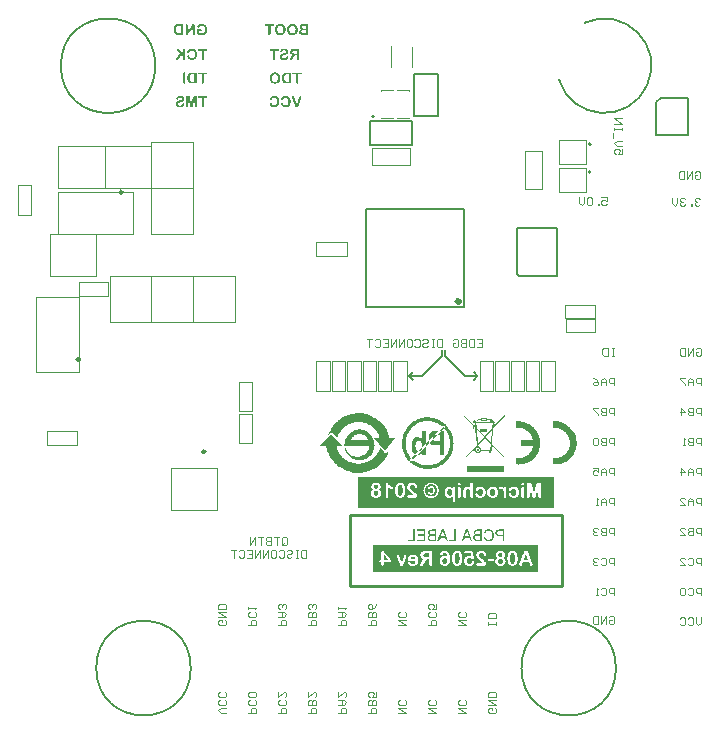
<source format=gbo>
G04 Layer_Color=32896*
%FSLAX43Y43*%
%MOMM*%
G71*
G01*
G75*
%ADD10C,0.254*%
%ADD11C,0.250*%
%ADD12C,0.100*%
%ADD13C,0.150*%
%ADD14C,0.200*%
%ADD16C,0.400*%
%ADD17C,0.203*%
%ADD18C,0.112*%
G36*
X-16115Y-34608D02*
X-15981Y-34626D01*
X-15860Y-34650D01*
X-15754Y-34673D01*
X-15708Y-34687D01*
X-15666Y-34700D01*
X-15629Y-34714D01*
X-15601Y-34724D01*
X-15573Y-34733D01*
X-15555Y-34742D01*
X-15546Y-34747D01*
X-15541D01*
X-15421Y-34802D01*
X-15310Y-34867D01*
X-15212Y-34932D01*
X-15124Y-34992D01*
X-15055Y-35048D01*
X-15027Y-35075D01*
X-15004Y-35094D01*
X-14981Y-35112D01*
X-14967Y-35126D01*
X-14963Y-35131D01*
X-14958Y-35135D01*
X-14870Y-35233D01*
X-14791Y-35330D01*
X-14722Y-35432D01*
X-14666Y-35520D01*
X-14620Y-35598D01*
X-14602Y-35635D01*
X-14588Y-35663D01*
X-14574Y-35686D01*
X-14569Y-35705D01*
X-14560Y-35714D01*
Y-35719D01*
X-14514Y-35843D01*
X-14477Y-35968D01*
X-14453Y-36089D01*
X-14435Y-36200D01*
X-14430Y-36251D01*
X-14426Y-36292D01*
X-14421Y-36334D01*
Y-36366D01*
X-14416Y-36394D01*
Y-36413D01*
Y-36427D01*
Y-36431D01*
X-14421Y-36570D01*
X-14440Y-36700D01*
X-14463Y-36820D01*
X-14486Y-36926D01*
X-14500Y-36973D01*
X-14514Y-37014D01*
X-14523Y-37051D01*
X-14532Y-37079D01*
X-14541Y-37107D01*
X-14551Y-37125D01*
X-14555Y-37135D01*
Y-37139D01*
X-14611Y-37260D01*
X-14676Y-37371D01*
X-14740Y-37473D01*
X-14801Y-37556D01*
X-14856Y-37630D01*
X-14879Y-37658D01*
X-14898Y-37681D01*
X-14916Y-37699D01*
X-14930Y-37713D01*
X-14935Y-37722D01*
X-14939Y-37727D01*
X-15037Y-37815D01*
X-15134Y-37894D01*
X-15231Y-37963D01*
X-15319Y-38019D01*
X-15398Y-38060D01*
X-15435Y-38079D01*
X-15462Y-38093D01*
X-15485Y-38107D01*
X-15504Y-38116D01*
X-15513Y-38120D01*
X-15518D01*
X-15647Y-38167D01*
X-15772Y-38204D01*
X-15897Y-38227D01*
X-16008Y-38245D01*
X-16059Y-38250D01*
X-16106Y-38255D01*
X-16143Y-38259D01*
X-16180D01*
X-16207Y-38264D01*
X-16281D01*
X-16309Y-38259D01*
X-16342D01*
X-16383Y-38255D01*
X-16416D01*
X-16434Y-38250D01*
X-16443D01*
Y-37690D01*
X-16379Y-37704D01*
X-16323Y-37709D01*
X-16300Y-37713D01*
X-16268D01*
X-16184Y-37709D01*
X-16106Y-37699D01*
X-16032Y-37690D01*
X-15967Y-37676D01*
X-15911Y-37662D01*
X-15870Y-37648D01*
X-15842Y-37644D01*
X-15837Y-37639D01*
X-15833D01*
X-15759Y-37607D01*
X-15684Y-37574D01*
X-15624Y-37537D01*
X-15569Y-37505D01*
X-15522Y-37473D01*
X-15485Y-37449D01*
X-15467Y-37431D01*
X-15458Y-37426D01*
X-15398Y-37375D01*
X-15347Y-37320D01*
X-15300Y-37269D01*
X-15259Y-37218D01*
X-15226Y-37176D01*
X-15199Y-37144D01*
X-15185Y-37121D01*
X-15180Y-37112D01*
X-15138Y-37042D01*
X-15106Y-36973D01*
X-15078Y-36908D01*
X-15055Y-36843D01*
X-15041Y-36792D01*
X-15027Y-36751D01*
X-15023Y-36723D01*
X-15018Y-36718D01*
Y-36714D01*
X-16078Y-36709D01*
Y-36158D01*
X-15023D01*
X-15046Y-36080D01*
X-15069Y-36005D01*
X-15097Y-35936D01*
X-15124Y-35876D01*
X-15148Y-35830D01*
X-15166Y-35793D01*
X-15180Y-35769D01*
X-15185Y-35760D01*
X-15231Y-35695D01*
X-15277Y-35631D01*
X-15323Y-35580D01*
X-15365Y-35529D01*
X-15407Y-35492D01*
X-15435Y-35464D01*
X-15453Y-35445D01*
X-15462Y-35441D01*
X-15527Y-35395D01*
X-15592Y-35353D01*
X-15652Y-35316D01*
X-15712Y-35288D01*
X-15759Y-35265D01*
X-15800Y-35247D01*
X-15823Y-35237D01*
X-15833Y-35233D01*
X-15911Y-35209D01*
X-15990Y-35191D01*
X-16064Y-35177D01*
X-16129Y-35168D01*
X-16184Y-35163D01*
X-16231Y-35159D01*
X-16305D01*
X-16332Y-35163D01*
X-16355Y-35168D01*
X-16365D01*
X-16402Y-35172D01*
X-16430Y-35182D01*
X-16448Y-35186D01*
X-16453D01*
X-16457Y-34612D01*
X-16420Y-34608D01*
X-16355D01*
X-16318Y-34603D01*
X-16254D01*
X-16115Y-34608D01*
D02*
G37*
G36*
X-23772Y-34263D02*
X-23616Y-34285D01*
X-23472Y-34313D01*
X-23344Y-34341D01*
X-23289Y-34358D01*
X-23239Y-34374D01*
X-23194Y-34391D01*
X-23161Y-34402D01*
X-23128Y-34413D01*
X-23105Y-34424D01*
X-23094Y-34430D01*
X-23089D01*
X-22944Y-34502D01*
X-22811Y-34574D01*
X-22694Y-34652D01*
X-22589Y-34730D01*
X-22505Y-34796D01*
X-22472Y-34824D01*
X-22444Y-34852D01*
X-22417Y-34874D01*
X-22400Y-34891D01*
X-22394Y-34896D01*
X-22389Y-34902D01*
X-22283Y-35019D01*
X-22189Y-35135D01*
X-22106Y-35252D01*
X-22039Y-35357D01*
X-21989Y-35452D01*
X-21967Y-35496D01*
X-21950Y-35530D01*
X-21933Y-35557D01*
X-21922Y-35580D01*
X-21917Y-35591D01*
Y-35596D01*
X-21861Y-35746D01*
X-21822Y-35896D01*
X-21789Y-36041D01*
X-21772Y-36168D01*
X-21767Y-36230D01*
X-21761Y-36280D01*
X-21756Y-36330D01*
Y-36368D01*
X-21750Y-36402D01*
Y-36424D01*
Y-36441D01*
Y-36446D01*
X-21756Y-36607D01*
X-21778Y-36763D01*
X-21806Y-36907D01*
X-21833Y-37035D01*
X-21850Y-37091D01*
X-21867Y-37141D01*
X-21878Y-37185D01*
X-21889Y-37218D01*
X-21900Y-37252D01*
X-21911Y-37274D01*
X-21917Y-37285D01*
Y-37291D01*
X-21989Y-37435D01*
X-22061Y-37568D01*
X-22144Y-37685D01*
X-22217Y-37791D01*
X-22283Y-37874D01*
X-22317Y-37907D01*
X-22339Y-37935D01*
X-22361Y-37963D01*
X-22378Y-37979D01*
X-22383Y-37985D01*
X-22389Y-37991D01*
X-22505Y-38096D01*
X-22622Y-38190D01*
X-22739Y-38274D01*
X-22850Y-38340D01*
X-22944Y-38390D01*
X-22983Y-38413D01*
X-23017Y-38429D01*
X-23044Y-38446D01*
X-23067Y-38457D01*
X-23078Y-38463D01*
X-23083D01*
X-23233Y-38518D01*
X-23383Y-38557D01*
X-23528Y-38590D01*
X-23661Y-38607D01*
X-23716Y-38613D01*
X-23772Y-38618D01*
X-23816Y-38624D01*
X-23855D01*
X-23889Y-38629D01*
X-23933D01*
X-24100Y-38624D01*
X-24255Y-38602D01*
X-24400Y-38574D01*
X-24527Y-38546D01*
X-24583Y-38529D01*
X-24633Y-38513D01*
X-24677Y-38502D01*
X-24716Y-38490D01*
X-24744Y-38479D01*
X-24766Y-38468D01*
X-24777Y-38463D01*
X-24783D01*
X-24927Y-38390D01*
X-25066Y-38318D01*
X-25183Y-38235D01*
X-25283Y-38163D01*
X-25366Y-38096D01*
X-25405Y-38063D01*
X-25433Y-38041D01*
X-25455Y-38018D01*
X-25472Y-38002D01*
X-25477Y-37996D01*
X-25483Y-37991D01*
X-25588Y-37874D01*
X-25683Y-37757D01*
X-25761Y-37641D01*
X-25827Y-37529D01*
X-25877Y-37435D01*
X-25900Y-37396D01*
X-25916Y-37363D01*
X-25933Y-37335D01*
X-25944Y-37313D01*
X-25950Y-37302D01*
Y-37296D01*
X-26005Y-37146D01*
X-26050Y-36996D01*
X-26077Y-36852D01*
X-26100Y-36718D01*
X-26105Y-36663D01*
X-26111Y-36607D01*
X-26116Y-36563D01*
X-26122Y-36524D01*
Y-36491D01*
Y-36468D01*
Y-36452D01*
Y-36446D01*
X-26116Y-36280D01*
X-26094Y-36118D01*
X-26066Y-35980D01*
X-26038Y-35852D01*
X-26022Y-35796D01*
X-26005Y-35746D01*
X-25988Y-35702D01*
X-25977Y-35663D01*
X-25966Y-35635D01*
X-25955Y-35613D01*
X-25950Y-35602D01*
Y-35596D01*
X-25883Y-35452D01*
X-25805Y-35319D01*
X-25727Y-35202D01*
X-25650Y-35096D01*
X-25583Y-35019D01*
X-25555Y-34980D01*
X-25533Y-34952D01*
X-25511Y-34930D01*
X-25494Y-34913D01*
X-25489Y-34907D01*
X-25483Y-34902D01*
X-25366Y-34796D01*
X-25250Y-34702D01*
X-25133Y-34619D01*
X-25027Y-34552D01*
X-24933Y-34502D01*
X-24889Y-34480D01*
X-24855Y-34463D01*
X-24827Y-34446D01*
X-24805Y-34435D01*
X-24794Y-34430D01*
X-24789D01*
X-24639Y-34374D01*
X-24489Y-34330D01*
X-24344Y-34302D01*
X-24211Y-34280D01*
X-24150Y-34274D01*
X-24100Y-34269D01*
X-24050Y-34263D01*
X-24011Y-34258D01*
X-23933D01*
X-23772Y-34263D01*
D02*
G37*
G36*
X-13005Y-34603D02*
X-12875Y-34622D01*
X-12755Y-34645D01*
X-12649Y-34668D01*
X-12602Y-34682D01*
X-12561Y-34696D01*
X-12524Y-34710D01*
X-12496Y-34719D01*
X-12468Y-34728D01*
X-12450Y-34737D01*
X-12440Y-34742D01*
X-12436D01*
X-12315Y-34802D01*
X-12209Y-34862D01*
X-12107Y-34927D01*
X-12024Y-34992D01*
X-11954Y-35048D01*
X-11927Y-35071D01*
X-11903Y-35094D01*
X-11880Y-35112D01*
X-11866Y-35126D01*
X-11862Y-35131D01*
X-11857Y-35135D01*
X-11769Y-35233D01*
X-11691Y-35330D01*
X-11621Y-35432D01*
X-11566Y-35520D01*
X-11524Y-35598D01*
X-11505Y-35635D01*
X-11492Y-35663D01*
X-11478Y-35686D01*
X-11468Y-35705D01*
X-11464Y-35714D01*
Y-35719D01*
X-11418Y-35843D01*
X-11385Y-35968D01*
X-11357Y-36089D01*
X-11344Y-36200D01*
X-11339Y-36251D01*
X-11334Y-36292D01*
X-11330Y-36334D01*
Y-36366D01*
X-11325Y-36394D01*
Y-36413D01*
Y-36427D01*
Y-36431D01*
X-11330Y-36570D01*
X-11348Y-36700D01*
X-11371Y-36820D01*
X-11394Y-36926D01*
X-11408Y-36973D01*
X-11422Y-37014D01*
X-11431Y-37051D01*
X-11441Y-37079D01*
X-11450Y-37107D01*
X-11459Y-37125D01*
X-11464Y-37135D01*
Y-37139D01*
X-11524Y-37260D01*
X-11584Y-37371D01*
X-11654Y-37473D01*
X-11714Y-37556D01*
X-11769Y-37630D01*
X-11797Y-37658D01*
X-11816Y-37681D01*
X-11834Y-37699D01*
X-11848Y-37713D01*
X-11853Y-37722D01*
X-11857Y-37727D01*
X-11954Y-37815D01*
X-12052Y-37894D01*
X-12149Y-37963D01*
X-12241Y-38019D01*
X-12320Y-38060D01*
X-12352Y-38079D01*
X-12380Y-38093D01*
X-12403Y-38107D01*
X-12422Y-38116D01*
X-12431Y-38120D01*
X-12436D01*
X-12561Y-38167D01*
X-12686Y-38199D01*
X-12806Y-38227D01*
X-12917Y-38241D01*
X-12968Y-38245D01*
X-13010Y-38250D01*
X-13051Y-38255D01*
X-13084D01*
X-13111Y-38259D01*
X-13185D01*
X-13218Y-38255D01*
X-13283D01*
X-13310Y-38250D01*
X-13338D01*
Y-37690D01*
X-13273Y-37704D01*
X-13218Y-37709D01*
X-13195Y-37713D01*
X-13167D01*
X-13070Y-37709D01*
X-12977Y-37699D01*
X-12889Y-37681D01*
X-12815Y-37662D01*
X-12755Y-37644D01*
X-12709Y-37625D01*
X-12690Y-37621D01*
X-12676Y-37616D01*
X-12672Y-37611D01*
X-12667D01*
X-12584Y-37570D01*
X-12505Y-37523D01*
X-12440Y-37482D01*
X-12380Y-37435D01*
X-12329Y-37398D01*
X-12297Y-37366D01*
X-12274Y-37348D01*
X-12264Y-37338D01*
X-12204Y-37269D01*
X-12149Y-37199D01*
X-12102Y-37130D01*
X-12065Y-37070D01*
X-12033Y-37014D01*
X-12010Y-36968D01*
X-11996Y-36940D01*
X-11991Y-36936D01*
Y-36931D01*
X-11959Y-36843D01*
X-11936Y-36755D01*
X-11917Y-36672D01*
X-11908Y-36598D01*
X-11899Y-36533D01*
X-11894Y-36482D01*
Y-36464D01*
Y-36450D01*
Y-36440D01*
Y-36436D01*
X-11899Y-36339D01*
X-11908Y-36246D01*
X-11927Y-36158D01*
X-11945Y-36084D01*
X-11959Y-36024D01*
X-11978Y-35978D01*
X-11982Y-35959D01*
X-11987Y-35945D01*
X-11991Y-35941D01*
Y-35936D01*
X-12033Y-35853D01*
X-12079Y-35774D01*
X-12121Y-35705D01*
X-12167Y-35649D01*
X-12204Y-35598D01*
X-12237Y-35566D01*
X-12255Y-35543D01*
X-12264Y-35533D01*
X-12329Y-35473D01*
X-12399Y-35418D01*
X-12468Y-35371D01*
X-12528Y-35330D01*
X-12584Y-35302D01*
X-12630Y-35279D01*
X-12658Y-35265D01*
X-12662Y-35260D01*
X-12667D01*
X-12755Y-35228D01*
X-12843Y-35200D01*
X-12931Y-35182D01*
X-13005Y-35172D01*
X-13070Y-35163D01*
X-13121Y-35159D01*
X-13287D01*
X-13315Y-35163D01*
X-13333Y-35168D01*
X-13338D01*
Y-34612D01*
X-13306Y-34608D01*
X-13273D01*
X-13250Y-34603D01*
X-13241D01*
X-13204Y-34599D01*
X-13144D01*
X-13005Y-34603D01*
D02*
G37*
G36*
X-29623Y-35297D02*
X-29578Y-35303D01*
X-29526Y-35310D01*
X-29403Y-35335D01*
X-29267Y-35381D01*
X-29189Y-35413D01*
X-29111Y-35452D01*
X-29034Y-35497D01*
X-28962Y-35543D01*
X-28885Y-35608D01*
X-28813Y-35672D01*
X-28807Y-35679D01*
X-28800Y-35692D01*
X-28781Y-35711D01*
X-28755Y-35737D01*
X-28729Y-35776D01*
X-28697Y-35821D01*
X-28658Y-35873D01*
X-28625Y-35932D01*
X-28554Y-36068D01*
X-28496Y-36223D01*
X-28470Y-36307D01*
X-28457Y-36398D01*
X-28444Y-36495D01*
X-28437Y-36592D01*
Y-36599D01*
Y-36618D01*
Y-36644D01*
X-28444Y-36683D01*
X-28450Y-36729D01*
X-28457Y-36780D01*
X-28483Y-36910D01*
X-28528Y-37053D01*
X-28561Y-37130D01*
X-28599Y-37202D01*
X-28638Y-37279D01*
X-28690Y-37357D01*
X-28748Y-37435D01*
X-28813Y-37506D01*
X-28820Y-37513D01*
X-28833Y-37526D01*
X-28852Y-37538D01*
X-28878Y-37564D01*
X-28917Y-37597D01*
X-28962Y-37629D01*
X-29008Y-37662D01*
X-29066Y-37694D01*
X-29196Y-37765D01*
X-29351Y-37830D01*
X-29435Y-37856D01*
X-29526Y-37869D01*
X-29617Y-37882D01*
X-29714Y-37888D01*
X-29759D01*
X-29792Y-37882D01*
X-29831D01*
X-29876Y-37875D01*
X-29986Y-37849D01*
X-30109Y-37817D01*
X-30245Y-37765D01*
X-30381Y-37694D01*
X-30453Y-37649D01*
X-30517Y-37597D01*
X-30524Y-37590D01*
X-30530Y-37584D01*
X-30576Y-37545D01*
X-30634Y-37480D01*
X-30705Y-37396D01*
X-30777Y-37292D01*
X-30854Y-37169D01*
X-30913Y-37027D01*
X-30958Y-36871D01*
X-30861D01*
Y-36878D01*
X-30854Y-36884D01*
X-30841Y-36923D01*
X-30815Y-36981D01*
X-30783Y-37059D01*
X-30731Y-37143D01*
X-30673Y-37234D01*
X-30595Y-37318D01*
X-30504Y-37402D01*
X-30491Y-37409D01*
X-30459Y-37435D01*
X-30401Y-37467D01*
X-30323Y-37506D01*
X-30232Y-37545D01*
X-30129Y-37577D01*
X-30012Y-37603D01*
X-29889Y-37610D01*
X-29850D01*
X-29824Y-37603D01*
X-29746Y-37597D01*
X-29656Y-37577D01*
X-29545Y-37545D01*
X-29435Y-37493D01*
X-29319Y-37428D01*
X-29202Y-37338D01*
Y-37331D01*
X-29189Y-37325D01*
X-29157Y-37286D01*
X-29111Y-37227D01*
X-29053Y-37150D01*
X-28995Y-37053D01*
X-28943Y-36936D01*
X-28904Y-36806D01*
X-28878Y-36664D01*
X-30990D01*
Y-36657D01*
Y-36638D01*
Y-36592D01*
Y-36586D01*
Y-36567D01*
Y-36541D01*
X-30984Y-36502D01*
X-30977Y-36456D01*
X-30971Y-36405D01*
X-30958Y-36340D01*
X-30945Y-36275D01*
X-30900Y-36132D01*
X-30867Y-36055D01*
X-30835Y-35977D01*
X-30790Y-35899D01*
X-30738Y-35821D01*
X-30679Y-35744D01*
X-30615Y-35672D01*
X-30608Y-35666D01*
X-30595Y-35653D01*
X-30576Y-35640D01*
X-30550Y-35614D01*
X-30511Y-35582D01*
X-30472Y-35549D01*
X-30420Y-35517D01*
X-30362Y-35478D01*
X-30232Y-35413D01*
X-30077Y-35348D01*
X-29993Y-35322D01*
X-29908Y-35310D01*
X-29811Y-35297D01*
X-29714Y-35290D01*
X-29662D01*
X-29623Y-35297D01*
D02*
G37*
G36*
X-31172Y-36670D02*
X-31632D01*
X-31645Y-36748D01*
Y-36826D01*
X-31632Y-36903D01*
X-31606Y-36988D01*
X-31574Y-37065D01*
X-31535Y-37150D01*
X-31444Y-37299D01*
X-31399Y-37364D01*
X-31353Y-37428D01*
X-31308Y-37487D01*
X-31263Y-37532D01*
X-31230Y-37577D01*
X-31204Y-37603D01*
X-31185Y-37623D01*
X-31178Y-37629D01*
X-31068Y-37726D01*
X-30958Y-37817D01*
X-30841Y-37888D01*
X-30725Y-37953D01*
X-30615Y-38011D01*
X-30498Y-38057D01*
X-30388Y-38089D01*
X-30284Y-38122D01*
X-30187Y-38148D01*
X-30096Y-38161D01*
X-30012Y-38173D01*
X-29947Y-38186D01*
X-29889D01*
X-29850Y-38193D01*
X-29811D01*
X-29694Y-38186D01*
X-29578Y-38173D01*
X-29468Y-38161D01*
X-29358Y-38135D01*
X-29163Y-38070D01*
X-29079Y-38037D01*
X-28995Y-37999D01*
X-28917Y-37966D01*
X-28852Y-37934D01*
X-28794Y-37901D01*
X-28748Y-37869D01*
X-28710Y-37843D01*
X-28684Y-37830D01*
X-28664Y-37817D01*
X-28658Y-37811D01*
X-28567Y-37739D01*
X-28483Y-37662D01*
X-28405Y-37577D01*
X-28334Y-37500D01*
X-28269Y-37415D01*
X-28211Y-37338D01*
X-28113Y-37182D01*
X-28075Y-37111D01*
X-28042Y-37040D01*
X-28016Y-36981D01*
X-27997Y-36929D01*
X-27977Y-36891D01*
X-27964Y-36858D01*
X-27958Y-36839D01*
Y-36832D01*
X-27900Y-36891D01*
X-27835Y-36955D01*
X-27757Y-37033D01*
X-27673Y-37117D01*
X-27602Y-37189D01*
X-27543Y-37247D01*
X-27517Y-37273D01*
X-27498Y-37292D01*
X-27491Y-37299D01*
X-27485Y-37305D01*
X-27388Y-37227D01*
X-27304Y-37150D01*
X-27265Y-37117D01*
X-27239Y-37091D01*
X-27219Y-37078D01*
X-27213Y-37072D01*
X-27265Y-37227D01*
X-27329Y-37370D01*
X-27401Y-37506D01*
X-27478Y-37636D01*
X-27556Y-37759D01*
X-27640Y-37869D01*
X-27718Y-37973D01*
X-27796Y-38063D01*
X-27874Y-38148D01*
X-27945Y-38225D01*
X-28010Y-38284D01*
X-28068Y-38335D01*
X-28120Y-38381D01*
X-28152Y-38407D01*
X-28178Y-38426D01*
X-28185Y-38433D01*
X-28321Y-38530D01*
X-28463Y-38614D01*
X-28606Y-38685D01*
X-28748Y-38750D01*
X-28885Y-38802D01*
X-29021Y-38841D01*
X-29150Y-38880D01*
X-29273Y-38906D01*
X-29383Y-38932D01*
X-29487Y-38951D01*
X-29578Y-38958D01*
X-29662Y-38970D01*
X-29720D01*
X-29772Y-38977D01*
X-29811D01*
X-30018Y-38970D01*
X-30213Y-38945D01*
X-30407Y-38906D01*
X-30582Y-38854D01*
X-30751Y-38789D01*
X-30913Y-38724D01*
X-31055Y-38653D01*
X-31191Y-38575D01*
X-31314Y-38504D01*
X-31418Y-38433D01*
X-31509Y-38361D01*
X-31586Y-38303D01*
X-31651Y-38251D01*
X-31690Y-38212D01*
X-31723Y-38186D01*
X-31729Y-38180D01*
X-31872Y-38031D01*
X-31995Y-37888D01*
X-32098Y-37746D01*
X-32189Y-37610D01*
X-32267Y-37474D01*
X-32332Y-37351D01*
X-32383Y-37234D01*
X-32429Y-37124D01*
X-32461Y-37027D01*
X-32487Y-36936D01*
X-32500Y-36858D01*
X-32513Y-36793D01*
X-32520Y-36742D01*
X-32526Y-36703D01*
Y-36677D01*
Y-36670D01*
X-33090D01*
X-32131Y-35711D01*
X-31172Y-36670D01*
D02*
G37*
G36*
X-34678Y-5075D02*
X-34664Y-5076D01*
X-34651Y-5081D01*
X-34642Y-5085D01*
X-34633Y-5089D01*
X-34628Y-5092D01*
X-34625Y-5094D01*
X-34624Y-5096D01*
X-34615Y-5104D01*
X-34610Y-5114D01*
X-34606Y-5124D01*
X-34603Y-5132D01*
X-34601Y-5140D01*
X-34600Y-5147D01*
Y-5151D01*
Y-5153D01*
X-34601Y-5165D01*
X-34604Y-5176D01*
X-34607Y-5186D01*
X-34611Y-5193D01*
X-34615Y-5200D01*
X-34619Y-5204D01*
X-34621Y-5207D01*
X-34622Y-5208D01*
X-34632Y-5215D01*
X-34643Y-5221D01*
X-34655Y-5223D01*
X-34667Y-5226D01*
X-34678Y-5228D01*
X-34686Y-5229D01*
X-34900D01*
Y-5902D01*
X-34901Y-5922D01*
X-34904Y-5939D01*
X-34908Y-5954D01*
X-34912Y-5967D01*
X-34916Y-5975D01*
X-34920Y-5982D01*
X-34923Y-5986D01*
X-34925Y-5988D01*
X-34936Y-5997D01*
X-34947Y-6004D01*
X-34958Y-6008D01*
X-34969Y-6011D01*
X-34979Y-6014D01*
X-34986Y-6015D01*
X-34992D01*
X-35008Y-6014D01*
X-35020Y-6011D01*
X-35033Y-6007D01*
X-35042Y-6001D01*
X-35049Y-5996D01*
X-35056Y-5992D01*
X-35059Y-5989D01*
X-35060Y-5988D01*
X-35069Y-5976D01*
X-35076Y-5963D01*
X-35080Y-5949D01*
X-35084Y-5933D01*
X-35085Y-5921D01*
X-35087Y-5911D01*
Y-5904D01*
Y-5902D01*
Y-5229D01*
X-35291D01*
X-35307Y-5228D01*
X-35323Y-5226D01*
X-35335Y-5222D01*
X-35345Y-5218D01*
X-35353Y-5215D01*
X-35359Y-5211D01*
X-35361Y-5209D01*
X-35363Y-5208D01*
X-35371Y-5200D01*
X-35377Y-5190D01*
X-35381Y-5182D01*
X-35384Y-5172D01*
X-35385Y-5165D01*
X-35386Y-5158D01*
Y-5154D01*
Y-5153D01*
X-35385Y-5140D01*
X-35382Y-5129D01*
X-35379Y-5119D01*
X-35375Y-5111D01*
X-35370Y-5104D01*
X-35367Y-5100D01*
X-35364Y-5097D01*
X-35363Y-5096D01*
X-35353Y-5089D01*
X-35342Y-5083D01*
X-35329Y-5079D01*
X-35318Y-5076D01*
X-35307Y-5075D01*
X-35299Y-5074D01*
X-34694D01*
X-34678Y-5075D01*
D02*
G37*
G36*
X-36824Y-5060D02*
X-36790Y-5064D01*
X-36757Y-5069D01*
X-36729Y-5075D01*
X-36716Y-5078D01*
X-36705Y-5081D01*
X-36696Y-5083D01*
X-36689Y-5086D01*
X-36682Y-5089D01*
X-36677Y-5090D01*
X-36675Y-5092D01*
X-36673D01*
X-36643Y-5105D01*
X-36616Y-5121D01*
X-36591Y-5136D01*
X-36572Y-5151D01*
X-36554Y-5165D01*
X-36543Y-5178D01*
X-36535Y-5185D01*
X-36533Y-5186D01*
X-36532Y-5187D01*
X-36512Y-5212D01*
X-36494Y-5237D01*
X-36479Y-5264D01*
X-36467Y-5287D01*
X-36457Y-5308D01*
X-36453Y-5318D01*
X-36450Y-5325D01*
X-36447Y-5332D01*
X-36446Y-5336D01*
X-36444Y-5338D01*
Y-5340D01*
X-36435Y-5373D01*
X-36426Y-5408D01*
X-36421Y-5441D01*
X-36418Y-5470D01*
X-36417Y-5484D01*
X-36415Y-5497D01*
Y-5508D01*
X-36414Y-5517D01*
Y-5524D01*
Y-5531D01*
Y-5534D01*
Y-5535D01*
X-36415Y-5574D01*
X-36418Y-5609D01*
X-36424Y-5642D01*
X-36429Y-5671D01*
X-36431Y-5684D01*
X-36433Y-5695D01*
X-36436Y-5706D01*
X-36439Y-5714D01*
X-36440Y-5720D01*
X-36442Y-5725D01*
X-36443Y-5728D01*
Y-5730D01*
X-36456Y-5761D01*
X-36469Y-5791D01*
X-36483Y-5817D01*
X-36497Y-5839D01*
X-36510Y-5857D01*
X-36519Y-5871D01*
X-36526Y-5879D01*
X-36529Y-5881D01*
Y-5882D01*
X-36553Y-5904D01*
X-36576Y-5924D01*
X-36600Y-5942D01*
X-36623Y-5956D01*
X-36643Y-5967D01*
X-36659Y-5974D01*
X-36665Y-5976D01*
X-36669Y-5979D01*
X-36672Y-5981D01*
X-36673D01*
X-36707Y-5992D01*
X-36740Y-6000D01*
X-36773Y-6007D01*
X-36802Y-6011D01*
X-36816Y-6012D01*
X-36829Y-6014D01*
X-36840D01*
X-36849Y-6015D01*
X-36867D01*
X-36908Y-6014D01*
X-36944Y-6010D01*
X-36977Y-6004D01*
X-37006Y-5999D01*
X-37019Y-5996D01*
X-37030Y-5993D01*
X-37038Y-5990D01*
X-37046Y-5988D01*
X-37053Y-5985D01*
X-37057Y-5983D01*
X-37060Y-5982D01*
X-37062D01*
X-37092Y-5968D01*
X-37120Y-5951D01*
X-37143Y-5936D01*
X-37164Y-5920D01*
X-37182Y-5906D01*
X-37195Y-5895D01*
X-37202Y-5886D01*
X-37204Y-5884D01*
X-37225Y-5859D01*
X-37243Y-5832D01*
X-37257Y-5807D01*
X-37270Y-5782D01*
X-37279Y-5761D01*
X-37284Y-5753D01*
X-37286Y-5746D01*
X-37289Y-5739D01*
X-37290Y-5735D01*
X-37292Y-5732D01*
Y-5731D01*
X-37302Y-5698D01*
X-37308Y-5664D01*
X-37314Y-5631D01*
X-37317Y-5601D01*
X-37318Y-5588D01*
X-37320Y-5576D01*
Y-5565D01*
X-37321Y-5555D01*
Y-5547D01*
Y-5541D01*
Y-5538D01*
Y-5537D01*
X-37318Y-5484D01*
X-37313Y-5436D01*
X-37308Y-5413D01*
X-37304Y-5393D01*
X-37299Y-5373D01*
X-37295Y-5357D01*
X-37289Y-5340D01*
X-37284Y-5326D01*
X-37279Y-5314D01*
X-37275Y-5304D01*
X-37272Y-5295D01*
X-37270Y-5289D01*
X-37267Y-5286D01*
Y-5284D01*
X-37245Y-5246D01*
X-37220Y-5212D01*
X-37195Y-5185D01*
X-37168Y-5161D01*
X-37146Y-5142D01*
X-37137Y-5135D01*
X-37127Y-5129D01*
X-37120Y-5124D01*
X-37114Y-5121D01*
X-37112Y-5118D01*
X-37110D01*
X-37091Y-5107D01*
X-37070Y-5099D01*
X-37028Y-5083D01*
X-36987Y-5072D01*
X-36948Y-5065D01*
X-36931Y-5064D01*
X-36915Y-5061D01*
X-36899Y-5060D01*
X-36887D01*
X-36877Y-5058D01*
X-36863D01*
X-36824Y-5060D01*
D02*
G37*
G36*
X-35593Y-5075D02*
X-35575Y-5078D01*
X-35560Y-5082D01*
X-35547Y-5087D01*
X-35539Y-5093D01*
X-35532Y-5097D01*
X-35528Y-5100D01*
X-35526Y-5101D01*
X-35518Y-5112D01*
X-35511Y-5126D01*
X-35507Y-5142D01*
X-35503Y-5155D01*
X-35501Y-5168D01*
X-35500Y-5179D01*
Y-5186D01*
Y-5187D01*
Y-5189D01*
Y-5868D01*
Y-5885D01*
X-35501Y-5899D01*
X-35503Y-5911D01*
X-35504Y-5922D01*
Y-5931D01*
X-35506Y-5936D01*
X-35507Y-5940D01*
Y-5942D01*
X-35511Y-5951D01*
X-35515Y-5960D01*
X-35526Y-5974D01*
X-35536Y-5982D01*
X-35539Y-5983D01*
X-35540Y-5985D01*
X-35551Y-5990D01*
X-35564Y-5993D01*
X-35589Y-5999D01*
X-35600D01*
X-35610Y-6000D01*
X-35887D01*
X-35908Y-5999D01*
X-35927Y-5997D01*
X-35944Y-5996D01*
X-35958D01*
X-35969Y-5994D01*
X-35974Y-5993D01*
X-35977D01*
X-35997Y-5989D01*
X-36013Y-5985D01*
X-36030Y-5981D01*
X-36044Y-5976D01*
X-36056Y-5972D01*
X-36064Y-5968D01*
X-36071Y-5967D01*
X-36073Y-5965D01*
X-36105Y-5949D01*
X-36119Y-5939D01*
X-36131Y-5931D01*
X-36141Y-5922D01*
X-36148Y-5917D01*
X-36153Y-5913D01*
X-36155Y-5911D01*
X-36171Y-5895D01*
X-36187Y-5877D01*
X-36200Y-5860D01*
X-36212Y-5845D01*
X-36220Y-5831D01*
X-36227Y-5821D01*
X-36231Y-5814D01*
X-36232Y-5811D01*
X-36243Y-5791D01*
X-36252Y-5768D01*
X-36260Y-5748D01*
X-36266Y-5728D01*
X-36271Y-5713D01*
X-36274Y-5699D01*
X-36277Y-5691D01*
Y-5689D01*
Y-5688D01*
X-36282Y-5662D01*
X-36285Y-5635D01*
X-36288Y-5609D01*
X-36291Y-5585D01*
Y-5566D01*
X-36292Y-5549D01*
Y-5544D01*
Y-5540D01*
Y-5537D01*
Y-5535D01*
X-36291Y-5490D01*
X-36286Y-5447D01*
X-36278Y-5406D01*
X-36270Y-5369D01*
X-36259Y-5336D01*
X-36246Y-5304D01*
X-36232Y-5276D01*
X-36220Y-5251D01*
X-36206Y-5229D01*
X-36192Y-5211D01*
X-36180Y-5194D01*
X-36169Y-5182D01*
X-36160Y-5171D01*
X-36153Y-5164D01*
X-36148Y-5160D01*
X-36146Y-5158D01*
X-36126Y-5142D01*
X-36103Y-5128D01*
X-36083Y-5115D01*
X-36064Y-5107D01*
X-36048Y-5100D01*
X-36034Y-5096D01*
X-36026Y-5093D01*
X-36024Y-5092D01*
X-36023D01*
X-35997Y-5086D01*
X-35969Y-5081D01*
X-35941Y-5078D01*
X-35916Y-5076D01*
X-35893Y-5075D01*
X-35884Y-5074D01*
X-35614D01*
X-35593Y-5075D01*
D02*
G37*
G36*
X-17382Y-34150D02*
X-18377Y-35229D01*
X-18478Y-36501D01*
X-17414Y-37589D01*
X-17474Y-37640D01*
X-18488Y-36603D01*
X-18506Y-36844D01*
X-18511Y-36909D01*
X-18515Y-36964D01*
Y-36987D01*
Y-37001D01*
Y-37010D01*
Y-37015D01*
Y-37043D01*
X-18520Y-37061D01*
Y-37080D01*
Y-37089D01*
X-18525Y-37103D01*
Y-37108D01*
X-18529Y-37126D01*
X-18534Y-37140D01*
X-18539Y-37145D01*
X-18543Y-37149D01*
X-18557Y-37154D01*
X-18562Y-37158D01*
X-18566D01*
Y-37293D01*
X-18742D01*
Y-37158D01*
X-19455D01*
X-19487Y-37205D01*
X-19529Y-37237D01*
X-19571Y-37265D01*
X-19608Y-37279D01*
X-19645Y-37288D01*
X-19677Y-37293D01*
X-19695Y-37297D01*
X-19705D01*
X-19746Y-37293D01*
X-19788Y-37283D01*
X-19820Y-37274D01*
X-19853Y-37256D01*
X-19876Y-37242D01*
X-19894Y-37232D01*
X-19904Y-37223D01*
X-19908Y-37219D01*
X-19936Y-37186D01*
X-19955Y-37149D01*
X-19973Y-37117D01*
X-19982Y-37084D01*
X-19987Y-37052D01*
X-19992Y-37029D01*
Y-37015D01*
Y-37010D01*
Y-36978D01*
X-20616Y-37654D01*
X-20686Y-37598D01*
X-19770Y-36603D01*
X-19894Y-35293D01*
X-20131D01*
Y-34942D01*
X-20121D01*
X-20885Y-34160D01*
Y-34035D01*
X-19996Y-34942D01*
X-19922D01*
X-19936Y-34770D01*
X-19959Y-34780D01*
X-19982Y-34784D01*
X-19996Y-34789D01*
X-20001D01*
X-20043Y-34784D01*
X-20070Y-34770D01*
X-20093Y-34757D01*
X-20098Y-34752D01*
X-20121Y-34720D01*
X-20135Y-34687D01*
X-20140Y-34664D01*
Y-34659D01*
Y-34655D01*
X-20135Y-34618D01*
X-20121Y-34590D01*
X-20103Y-34571D01*
X-20098Y-34562D01*
X-20066Y-34539D01*
X-20033Y-34525D01*
X-20010Y-34521D01*
X-20001D01*
X-19955Y-34534D01*
X-19922Y-34553D01*
X-19904Y-34571D01*
X-19894Y-34576D01*
Y-34581D01*
X-19876Y-34562D01*
X-19853Y-34544D01*
X-19802Y-34507D01*
X-19783Y-34493D01*
X-19765Y-34484D01*
X-19751Y-34479D01*
X-19746Y-34474D01*
X-19705Y-34451D01*
X-19654Y-34437D01*
X-19603Y-34423D01*
X-19552Y-34409D01*
X-19506Y-34400D01*
X-19469Y-34396D01*
X-19446Y-34391D01*
X-19436D01*
Y-34345D01*
X-18955D01*
Y-34372D01*
X-18899Y-34377D01*
X-18858Y-34382D01*
X-18839Y-34386D01*
X-18825D01*
X-18816Y-34391D01*
X-18812D01*
X-18765Y-34396D01*
X-18728Y-34405D01*
X-18700Y-34409D01*
X-18691D01*
Y-34396D01*
X-18511D01*
Y-34465D01*
X-18464Y-34488D01*
X-18432Y-34511D01*
X-18400Y-34534D01*
X-18381Y-34553D01*
X-18363Y-34571D01*
X-18353Y-34585D01*
X-18344Y-34590D01*
Y-34595D01*
X-18326Y-34632D01*
X-18312Y-34655D01*
X-18307Y-34664D01*
Y-34669D01*
X-18205D01*
Y-34775D01*
X-18340D01*
X-18367Y-35081D01*
X-17382Y-34011D01*
Y-34150D01*
D02*
G37*
G36*
X-17502Y-38875D02*
X-20575D01*
Y-38417D01*
X-17502D01*
Y-38875D01*
D02*
G37*
G36*
X-29604Y-33916D02*
X-29409Y-33942D01*
X-29221Y-33981D01*
X-29047Y-34027D01*
X-28878Y-34085D01*
X-28729Y-34150D01*
X-28580Y-34221D01*
X-28450Y-34286D01*
X-28334Y-34357D01*
X-28230Y-34428D01*
X-28139Y-34493D01*
X-28062Y-34551D01*
X-28003Y-34597D01*
X-27964Y-34636D01*
X-27932Y-34662D01*
X-27926Y-34668D01*
X-27789Y-34811D01*
X-27673Y-34947D01*
X-27569Y-35076D01*
X-27485Y-35199D01*
X-27420Y-35316D01*
X-27362Y-35420D01*
X-27316Y-35523D01*
X-27284Y-35614D01*
X-27258Y-35698D01*
X-27239Y-35770D01*
X-27226Y-35834D01*
X-27219Y-35886D01*
Y-35925D01*
Y-35957D01*
Y-35977D01*
Y-35983D01*
X-26675D01*
X-27582Y-37098D01*
X-28483Y-35983D01*
X-28042D01*
X-28023Y-35938D01*
Y-35880D01*
X-28036Y-35821D01*
X-28055Y-35757D01*
X-28081Y-35698D01*
X-28120Y-35627D01*
X-28204Y-35504D01*
X-28295Y-35381D01*
X-28340Y-35335D01*
X-28379Y-35290D01*
X-28412Y-35251D01*
X-28437Y-35225D01*
X-28457Y-35206D01*
X-28463Y-35199D01*
X-28574Y-35102D01*
X-28684Y-35018D01*
X-28794Y-34947D01*
X-28910Y-34882D01*
X-29021Y-34830D01*
X-29131Y-34785D01*
X-29241Y-34752D01*
X-29345Y-34720D01*
X-29442Y-34700D01*
X-29526Y-34681D01*
X-29604Y-34675D01*
X-29675Y-34662D01*
X-29727D01*
X-29772Y-34655D01*
X-29805D01*
X-29921Y-34662D01*
X-30031Y-34668D01*
X-30142Y-34687D01*
X-30245Y-34713D01*
X-30440Y-34772D01*
X-30524Y-34804D01*
X-30608Y-34837D01*
X-30679Y-34875D01*
X-30744Y-34908D01*
X-30802Y-34940D01*
X-30848Y-34966D01*
X-30887Y-34992D01*
X-30913Y-35011D01*
X-30932Y-35018D01*
X-30939Y-35024D01*
X-31029Y-35096D01*
X-31107Y-35167D01*
X-31185Y-35245D01*
X-31250Y-35322D01*
X-31314Y-35400D01*
X-31366Y-35478D01*
X-31463Y-35627D01*
X-31496Y-35698D01*
X-31528Y-35763D01*
X-31554Y-35821D01*
X-31574Y-35867D01*
X-31593Y-35906D01*
X-31606Y-35938D01*
X-31612Y-35957D01*
Y-35964D01*
X-31671Y-35912D01*
X-31736Y-35841D01*
X-31813Y-35770D01*
X-31891Y-35692D01*
X-31962Y-35621D01*
X-32021Y-35562D01*
X-32066Y-35523D01*
X-32072Y-35517D01*
X-32079Y-35510D01*
X-32170Y-35588D01*
X-32254Y-35659D01*
X-32286Y-35692D01*
X-32312Y-35718D01*
X-32332Y-35731D01*
X-32338Y-35737D01*
X-32286Y-35588D01*
X-32228Y-35452D01*
X-32157Y-35316D01*
X-32085Y-35193D01*
X-32008Y-35076D01*
X-31930Y-34973D01*
X-31846Y-34869D01*
X-31768Y-34778D01*
X-31697Y-34700D01*
X-31625Y-34629D01*
X-31561Y-34571D01*
X-31502Y-34519D01*
X-31457Y-34480D01*
X-31424Y-34454D01*
X-31399Y-34435D01*
X-31392Y-34428D01*
X-31256Y-34338D01*
X-31120Y-34260D01*
X-30984Y-34189D01*
X-30848Y-34130D01*
X-30712Y-34078D01*
X-30582Y-34033D01*
X-30453Y-34001D01*
X-30336Y-33975D01*
X-30219Y-33955D01*
X-30122Y-33936D01*
X-30031Y-33923D01*
X-29954Y-33916D01*
X-29889Y-33910D01*
X-29805D01*
X-29604Y-33916D01*
D02*
G37*
G36*
X-19346Y-44742D02*
X-19718D01*
X-19752Y-44740D01*
X-19782Y-44739D01*
X-19809Y-44736D01*
X-19831Y-44733D01*
X-19850Y-44730D01*
X-19864Y-44729D01*
X-19872Y-44726D01*
X-19875D01*
X-19899Y-44719D01*
X-19919Y-44712D01*
X-19937Y-44703D01*
X-19952Y-44695D01*
X-19965Y-44689D01*
X-19975Y-44684D01*
X-19981Y-44680D01*
X-19982Y-44678D01*
X-19998Y-44665D01*
X-20012Y-44650D01*
X-20023Y-44634D01*
X-20034Y-44620D01*
X-20043Y-44606D01*
X-20048Y-44596D01*
X-20053Y-44589D01*
X-20054Y-44586D01*
X-20064Y-44564D01*
X-20071Y-44541D01*
X-20077Y-44520D01*
X-20079Y-44500D01*
X-20082Y-44484D01*
X-20084Y-44469D01*
Y-44461D01*
Y-44460D01*
Y-44458D01*
X-20082Y-44427D01*
X-20077Y-44399D01*
X-20068Y-44375D01*
X-20060Y-44352D01*
X-20051Y-44336D01*
X-20043Y-44323D01*
X-20037Y-44314D01*
X-20036Y-44312D01*
X-20016Y-44289D01*
X-19995Y-44271D01*
X-19971Y-44255D01*
X-19950Y-44243D01*
X-19930Y-44233D01*
X-19913Y-44227D01*
X-19907Y-44224D01*
X-19903Y-44223D01*
X-19900Y-44221D01*
X-19899D01*
X-19923Y-44207D01*
X-19944Y-44193D01*
X-19961Y-44178D01*
X-19975Y-44164D01*
X-19986Y-44152D01*
X-19995Y-44141D01*
X-19999Y-44135D01*
X-20000Y-44133D01*
X-20012Y-44111D01*
X-20020Y-44092D01*
X-20027Y-44072D01*
X-20031Y-44054D01*
X-20034Y-44038D01*
X-20036Y-44025D01*
Y-44018D01*
Y-44016D01*
X-20034Y-43992D01*
X-20030Y-43968D01*
X-20023Y-43946D01*
X-20016Y-43927D01*
X-20009Y-43910D01*
X-20002Y-43899D01*
X-19998Y-43890D01*
X-19996Y-43887D01*
X-19981Y-43866D01*
X-19964Y-43846D01*
X-19945Y-43831D01*
X-19928Y-43818D01*
X-19914Y-43808D01*
X-19902Y-43801D01*
X-19893Y-43797D01*
X-19892Y-43796D01*
X-19890D01*
X-19864Y-43786D01*
X-19834Y-43779D01*
X-19804Y-43773D01*
X-19776Y-43770D01*
X-19751Y-43767D01*
X-19740D01*
X-19730Y-43766D01*
X-19346D01*
Y-44742D01*
D02*
G37*
G36*
X-20154D02*
X-20291D01*
X-20397Y-44446D01*
X-20805D01*
X-20920Y-44742D01*
X-21066D01*
X-20667Y-43766D01*
X-20526D01*
X-20154Y-44742D01*
D02*
G37*
G36*
X-17459D02*
X-17588D01*
Y-44345D01*
X-17838D01*
X-17875Y-44344D01*
X-17910Y-44341D01*
X-17941Y-44337D01*
X-17969Y-44331D01*
X-17996Y-44326D01*
X-18018Y-44319D01*
X-18039Y-44310D01*
X-18058Y-44302D01*
X-18073Y-44295D01*
X-18087Y-44286D01*
X-18099Y-44279D01*
X-18107Y-44272D01*
X-18114Y-44268D01*
X-18118Y-44264D01*
X-18121Y-44261D01*
X-18123Y-44259D01*
X-18137Y-44243D01*
X-18149Y-44226D01*
X-18159Y-44209D01*
X-18169Y-44190D01*
X-18178Y-44172D01*
X-18183Y-44155D01*
X-18193Y-44123D01*
X-18196Y-44107D01*
X-18199Y-44093D01*
X-18200Y-44080D01*
X-18202Y-44071D01*
X-18203Y-44061D01*
Y-44055D01*
Y-44051D01*
Y-44049D01*
X-18202Y-44023D01*
X-18199Y-43997D01*
X-18193Y-43975D01*
X-18189Y-43955D01*
X-18183Y-43938D01*
X-18178Y-43925D01*
X-18175Y-43918D01*
X-18173Y-43915D01*
X-18162Y-43894D01*
X-18148Y-43876D01*
X-18135Y-43859D01*
X-18123Y-43846D01*
X-18111Y-43837D01*
X-18103Y-43828D01*
X-18097Y-43824D01*
X-18094Y-43822D01*
X-18076Y-43811D01*
X-18055Y-43801D01*
X-18035Y-43793D01*
X-18017Y-43786D01*
X-18000Y-43782D01*
X-17987Y-43779D01*
X-17977Y-43776D01*
X-17975D01*
X-17954Y-43773D01*
X-17930Y-43770D01*
X-17904Y-43769D01*
X-17880Y-43767D01*
X-17859Y-43766D01*
X-17459D01*
Y-44742D01*
D02*
G37*
G36*
X-14571Y-47343D02*
X-28529D01*
Y-45063D01*
X-14571D01*
Y-47343D01*
D02*
G37*
G36*
X-18743Y-43752D02*
X-18698Y-43759D01*
X-18658Y-43767D01*
X-18640Y-43773D01*
X-18623Y-43779D01*
X-18608Y-43784D01*
X-18594Y-43790D01*
X-18582Y-43794D01*
X-18571Y-43798D01*
X-18564Y-43803D01*
X-18558Y-43806D01*
X-18554Y-43807D01*
X-18553Y-43808D01*
X-18515Y-43832D01*
X-18482Y-43860D01*
X-18454Y-43889D01*
X-18430Y-43917D01*
X-18412Y-43942D01*
X-18405Y-43954D01*
X-18399Y-43963D01*
X-18393Y-43970D01*
X-18391Y-43976D01*
X-18389Y-43980D01*
X-18388Y-43982D01*
X-18368Y-44025D01*
X-18354Y-44071D01*
X-18344Y-44116D01*
X-18337Y-44157D01*
X-18334Y-44175D01*
X-18333Y-44193D01*
X-18331Y-44207D01*
Y-44221D01*
X-18330Y-44231D01*
Y-44240D01*
Y-44245D01*
Y-44247D01*
X-18333Y-44298D01*
X-18338Y-44347D01*
X-18345Y-44391D01*
X-18351Y-44412D01*
X-18355Y-44430D01*
X-18360Y-44447D01*
X-18365Y-44462D01*
X-18369Y-44477D01*
X-18372Y-44488D01*
X-18376Y-44496D01*
X-18378Y-44503D01*
X-18381Y-44508D01*
Y-44509D01*
X-18402Y-44551D01*
X-18426Y-44589D01*
X-18451Y-44622D01*
X-18464Y-44634D01*
X-18475Y-44647D01*
X-18486Y-44658D01*
X-18498Y-44668D01*
X-18508Y-44677D01*
X-18516Y-44682D01*
X-18522Y-44688D01*
X-18527Y-44692D01*
X-18530Y-44694D01*
X-18531Y-44695D01*
X-18551Y-44706D01*
X-18571Y-44716D01*
X-18613Y-44732D01*
X-18656Y-44743D01*
X-18696Y-44750D01*
X-18716Y-44753D01*
X-18733Y-44756D01*
X-18749Y-44757D01*
X-18761D01*
X-18773Y-44758D01*
X-18788D01*
X-18816Y-44757D01*
X-18843Y-44754D01*
X-18868Y-44751D01*
X-18892Y-44746D01*
X-18915Y-44739D01*
X-18936Y-44732D01*
X-18956Y-44725D01*
X-18974Y-44716D01*
X-18990Y-44709D01*
X-19005Y-44702D01*
X-19016Y-44695D01*
X-19028Y-44688D01*
X-19035Y-44682D01*
X-19042Y-44680D01*
X-19045Y-44677D01*
X-19046Y-44675D01*
X-19066Y-44658D01*
X-19083Y-44641D01*
X-19098Y-44622D01*
X-19114Y-44602D01*
X-19139Y-44563D01*
X-19159Y-44523D01*
X-19167Y-44505D01*
X-19174Y-44488D01*
X-19180Y-44472D01*
X-19184Y-44460D01*
X-19188Y-44448D01*
X-19191Y-44440D01*
X-19193Y-44434D01*
Y-44433D01*
X-19063Y-44400D01*
X-19057Y-44423D01*
X-19050Y-44444D01*
X-19043Y-44464D01*
X-19036Y-44482D01*
X-19028Y-44499D01*
X-19019Y-44513D01*
X-19009Y-44527D01*
X-19001Y-44540D01*
X-18994Y-44551D01*
X-18985Y-44560D01*
X-18978Y-44568D01*
X-18973Y-44575D01*
X-18967Y-44579D01*
X-18963Y-44584D01*
X-18961Y-44585D01*
X-18960Y-44586D01*
X-18946Y-44598D01*
X-18930Y-44606D01*
X-18899Y-44622D01*
X-18870Y-44633D01*
X-18840Y-44640D01*
X-18815Y-44646D01*
X-18805Y-44647D01*
X-18795D01*
X-18787Y-44649D01*
X-18777D01*
X-18744Y-44647D01*
X-18713Y-44641D01*
X-18685Y-44634D01*
X-18660Y-44626D01*
X-18640Y-44618D01*
X-18632Y-44613D01*
X-18625Y-44610D01*
X-18619Y-44608D01*
X-18615Y-44605D01*
X-18612Y-44603D01*
X-18610D01*
X-18584Y-44584D01*
X-18561Y-44563D01*
X-18541Y-44539D01*
X-18526Y-44516D01*
X-18513Y-44496D01*
X-18505Y-44479D01*
X-18502Y-44472D01*
X-18499Y-44468D01*
X-18498Y-44465D01*
Y-44464D01*
X-18486Y-44427D01*
X-18478Y-44391D01*
X-18471Y-44354D01*
X-18467Y-44320D01*
X-18465Y-44305D01*
X-18464Y-44290D01*
Y-44278D01*
X-18462Y-44268D01*
Y-44259D01*
Y-44252D01*
Y-44248D01*
Y-44247D01*
X-18464Y-44210D01*
X-18467Y-44176D01*
X-18472Y-44145D01*
X-18478Y-44117D01*
X-18482Y-44093D01*
X-18485Y-44083D01*
X-18488Y-44075D01*
X-18489Y-44068D01*
X-18491Y-44063D01*
X-18492Y-44061D01*
Y-44059D01*
X-18506Y-44027D01*
X-18522Y-43997D01*
X-18539Y-43973D01*
X-18557Y-43952D01*
X-18572Y-43935D01*
X-18585Y-43924D01*
X-18595Y-43917D01*
X-18596Y-43914D01*
X-18598D01*
X-18627Y-43896D01*
X-18660Y-43882D01*
X-18691Y-43872D01*
X-18720Y-43866D01*
X-18747Y-43862D01*
X-18758Y-43860D01*
X-18768D01*
X-18775Y-43859D01*
X-18787D01*
X-18822Y-43860D01*
X-18854Y-43866D01*
X-18881Y-43875D01*
X-18905Y-43883D01*
X-18923Y-43893D01*
X-18937Y-43900D01*
X-18946Y-43906D01*
X-18949Y-43908D01*
X-18971Y-43930D01*
X-18992Y-43954D01*
X-19009Y-43979D01*
X-19023Y-44004D01*
X-19035Y-44027D01*
X-19039Y-44038D01*
X-19042Y-44047D01*
X-19045Y-44054D01*
X-19047Y-44059D01*
X-19049Y-44062D01*
Y-44063D01*
X-19176Y-44034D01*
X-19167Y-44009D01*
X-19159Y-43986D01*
X-19148Y-43965D01*
X-19138Y-43944D01*
X-19126Y-43925D01*
X-19114Y-43908D01*
X-19102Y-43891D01*
X-19091Y-43877D01*
X-19080Y-43866D01*
X-19070Y-43855D01*
X-19060Y-43845D01*
X-19053Y-43838D01*
X-19046Y-43831D01*
X-19040Y-43827D01*
X-19038Y-43825D01*
X-19036Y-43824D01*
X-19016Y-43811D01*
X-18997Y-43798D01*
X-18977Y-43789D01*
X-18956Y-43780D01*
X-18914Y-43767D01*
X-18875Y-43759D01*
X-18857Y-43755D01*
X-18842Y-43753D01*
X-18826Y-43752D01*
X-18813Y-43751D01*
X-18804Y-43749D01*
X-18789D01*
X-18743Y-43752D01*
D02*
G37*
G36*
X-24128Y-44742D02*
X-24857D01*
Y-44626D01*
X-24258D01*
Y-44295D01*
X-24798D01*
Y-44179D01*
X-24258D01*
Y-43882D01*
X-24834D01*
Y-43766D01*
X-24128D01*
Y-44742D01*
D02*
G37*
G36*
X-25030D02*
X-25641D01*
Y-44626D01*
X-25160D01*
Y-43766D01*
X-25030D01*
Y-44742D01*
D02*
G37*
G36*
X-23212D02*
X-23584D01*
X-23618Y-44740D01*
X-23647Y-44739D01*
X-23674Y-44736D01*
X-23697Y-44733D01*
X-23715Y-44730D01*
X-23729Y-44729D01*
X-23738Y-44726D01*
X-23740D01*
X-23764Y-44719D01*
X-23784Y-44712D01*
X-23802Y-44703D01*
X-23818Y-44695D01*
X-23831Y-44689D01*
X-23840Y-44684D01*
X-23846Y-44680D01*
X-23847Y-44678D01*
X-23863Y-44665D01*
X-23877Y-44650D01*
X-23888Y-44634D01*
X-23900Y-44620D01*
X-23908Y-44606D01*
X-23914Y-44596D01*
X-23918Y-44589D01*
X-23919Y-44586D01*
X-23929Y-44564D01*
X-23936Y-44541D01*
X-23942Y-44520D01*
X-23945Y-44500D01*
X-23948Y-44484D01*
X-23949Y-44469D01*
Y-44461D01*
Y-44460D01*
Y-44458D01*
X-23948Y-44427D01*
X-23942Y-44399D01*
X-23933Y-44375D01*
X-23925Y-44352D01*
X-23917Y-44336D01*
X-23908Y-44323D01*
X-23902Y-44314D01*
X-23901Y-44312D01*
X-23881Y-44289D01*
X-23860Y-44271D01*
X-23836Y-44255D01*
X-23815Y-44243D01*
X-23795Y-44233D01*
X-23778Y-44227D01*
X-23773Y-44224D01*
X-23769Y-44223D01*
X-23766Y-44221D01*
X-23764D01*
X-23788Y-44207D01*
X-23809Y-44193D01*
X-23826Y-44178D01*
X-23840Y-44164D01*
X-23852Y-44152D01*
X-23860Y-44141D01*
X-23864Y-44135D01*
X-23866Y-44133D01*
X-23877Y-44111D01*
X-23886Y-44092D01*
X-23893Y-44072D01*
X-23897Y-44054D01*
X-23900Y-44038D01*
X-23901Y-44025D01*
Y-44018D01*
Y-44016D01*
X-23900Y-43992D01*
X-23895Y-43968D01*
X-23888Y-43946D01*
X-23881Y-43927D01*
X-23874Y-43910D01*
X-23867Y-43899D01*
X-23863Y-43890D01*
X-23862Y-43887D01*
X-23846Y-43866D01*
X-23829Y-43846D01*
X-23811Y-43831D01*
X-23794Y-43818D01*
X-23780Y-43808D01*
X-23767Y-43801D01*
X-23759Y-43797D01*
X-23757Y-43796D01*
X-23756D01*
X-23729Y-43786D01*
X-23699Y-43779D01*
X-23670Y-43773D01*
X-23642Y-43770D01*
X-23616Y-43767D01*
X-23605D01*
X-23595Y-43766D01*
X-23212D01*
Y-44742D01*
D02*
G37*
G36*
X-21544D02*
X-22154D01*
Y-44626D01*
X-21674D01*
Y-43766D01*
X-21544D01*
Y-44742D01*
D02*
G37*
G36*
X-22201D02*
X-22338D01*
X-22443Y-44446D01*
X-22852D01*
X-22966Y-44742D01*
X-23113D01*
X-22714Y-43766D01*
X-22573D01*
X-22201Y-44742D01*
D02*
G37*
G36*
X-44535Y-3060D02*
X-44521Y-3062D01*
X-44510Y-3068D01*
X-44500Y-3072D01*
X-44492Y-3078D01*
X-44486Y-3083D01*
X-44483Y-3086D01*
X-44482Y-3087D01*
X-44474Y-3099D01*
X-44468Y-3112D01*
X-44464Y-3126D01*
X-44461Y-3140D01*
X-44460Y-3153D01*
X-44458Y-3162D01*
Y-3169D01*
Y-3172D01*
Y-3861D01*
Y-3877D01*
Y-3890D01*
Y-3902D01*
X-44460Y-3911D01*
Y-3918D01*
Y-3924D01*
Y-3927D01*
Y-3928D01*
X-44463Y-3945D01*
X-44465Y-3957D01*
X-44468Y-3963D01*
X-44469Y-3967D01*
X-44471Y-3968D01*
Y-3969D01*
X-44481Y-3983D01*
X-44492Y-3994D01*
X-44500Y-4000D01*
X-44503Y-4003D01*
X-44504D01*
X-44521Y-4010D01*
X-44536Y-4014D01*
X-44542D01*
X-44546Y-4015D01*
X-44550D01*
X-44565Y-4014D01*
X-44578Y-4011D01*
X-44590Y-4007D01*
X-44600Y-4001D01*
X-44607Y-3996D01*
X-44614Y-3992D01*
X-44616Y-3989D01*
X-44618Y-3988D01*
X-44628Y-3976D01*
X-44634Y-3963D01*
X-44639Y-3949D01*
X-44643Y-3933D01*
X-44644Y-3921D01*
X-44646Y-3911D01*
Y-3904D01*
Y-3902D01*
Y-3710D01*
X-44798Y-3563D01*
X-45020Y-3904D01*
X-45031Y-3921D01*
X-45041Y-3938D01*
X-45045Y-3945D01*
X-45048Y-3950D01*
X-45049Y-3953D01*
X-45051Y-3954D01*
X-45064Y-3972D01*
X-45078Y-3986D01*
X-45084Y-3992D01*
X-45088Y-3996D01*
X-45091Y-3997D01*
X-45092Y-3999D01*
X-45102Y-4004D01*
X-45113Y-4008D01*
X-45134Y-4012D01*
X-45142Y-4014D01*
X-45149Y-4015D01*
X-45156D01*
X-45171Y-4014D01*
X-45184Y-4011D01*
X-45195Y-4008D01*
X-45204Y-4004D01*
X-45211Y-4000D01*
X-45217Y-3996D01*
X-45220Y-3994D01*
X-45221Y-3993D01*
X-45229Y-3985D01*
X-45235Y-3975D01*
X-45241Y-3967D01*
X-45243Y-3957D01*
X-45245Y-3950D01*
X-45246Y-3945D01*
Y-3940D01*
Y-3939D01*
X-45243Y-3918D01*
X-45239Y-3900D01*
X-45236Y-3893D01*
X-45235Y-3888D01*
X-45232Y-3884D01*
Y-3882D01*
X-45220Y-3859D01*
X-45206Y-3838D01*
X-45200Y-3828D01*
X-45195Y-3821D01*
X-45192Y-3816D01*
X-45191Y-3814D01*
X-44929Y-3438D01*
X-45156Y-3222D01*
X-45170Y-3207D01*
X-45181Y-3193D01*
X-45188Y-3179D01*
X-45193Y-3167D01*
X-45196Y-3155D01*
X-45199Y-3147D01*
Y-3142D01*
Y-3140D01*
X-45198Y-3128D01*
X-45195Y-3117D01*
X-45191Y-3107D01*
X-45186Y-3099D01*
X-45182Y-3093D01*
X-45178Y-3087D01*
X-45175Y-3085D01*
X-45174Y-3083D01*
X-45164Y-3075D01*
X-45153Y-3069D01*
X-45142Y-3064D01*
X-45131Y-3061D01*
X-45121Y-3060D01*
X-45114Y-3058D01*
X-45107D01*
X-45087Y-3061D01*
X-45078Y-3062D01*
X-45071Y-3065D01*
X-45066Y-3068D01*
X-45062Y-3069D01*
X-45059Y-3072D01*
X-45057D01*
X-45044Y-3085D01*
X-45028Y-3099D01*
X-45023Y-3104D01*
X-45017Y-3110D01*
X-45014Y-3112D01*
X-45013Y-3114D01*
X-44646Y-3497D01*
Y-3172D01*
X-44644Y-3153D01*
X-44641Y-3135D01*
X-44637Y-3121D01*
X-44633Y-3108D01*
X-44628Y-3099D01*
X-44623Y-3093D01*
X-44621Y-3089D01*
X-44619Y-3087D01*
X-44608Y-3078D01*
X-44597Y-3071D01*
X-44586Y-3065D01*
X-44575Y-3062D01*
X-44565Y-3060D01*
X-44557Y-3058D01*
X-44550D01*
X-44535Y-3060D01*
D02*
G37*
G36*
X-34143Y-975D02*
X-34125Y-978D01*
X-34110Y-982D01*
X-34097Y-987D01*
X-34087Y-993D01*
X-34082Y-997D01*
X-34078Y-1000D01*
X-34076Y-1001D01*
X-34068Y-1012D01*
X-34061Y-1026D01*
X-34057Y-1040D01*
X-34053Y-1055D01*
X-34051Y-1068D01*
X-34050Y-1079D01*
Y-1086D01*
Y-1087D01*
Y-1089D01*
Y-1786D01*
X-34051Y-1807D01*
X-34054Y-1825D01*
X-34058Y-1840D01*
X-34062Y-1853D01*
X-34067Y-1861D01*
X-34071Y-1868D01*
X-34074Y-1872D01*
X-34075Y-1874D01*
X-34086Y-1882D01*
X-34100Y-1889D01*
X-34115Y-1893D01*
X-34129Y-1897D01*
X-34143Y-1899D01*
X-34154Y-1900D01*
X-34473D01*
X-34498Y-1899D01*
X-34519Y-1897D01*
X-34538Y-1896D01*
X-34553D01*
X-34565Y-1894D01*
X-34571Y-1893D01*
X-34574D01*
X-34595Y-1890D01*
X-34613Y-1886D01*
X-34630Y-1882D01*
X-34644Y-1878D01*
X-34655Y-1874D01*
X-34664Y-1871D01*
X-34670Y-1869D01*
X-34671Y-1868D01*
X-34695Y-1856D01*
X-34717Y-1842D01*
X-34735Y-1827D01*
X-34750Y-1811D01*
X-34763Y-1797D01*
X-34773Y-1786D01*
X-34778Y-1779D01*
X-34779Y-1777D01*
X-34793Y-1753D01*
X-34803Y-1728D01*
X-34810Y-1704D01*
X-34814Y-1684D01*
X-34818Y-1664D01*
X-34820Y-1649D01*
Y-1643D01*
Y-1639D01*
Y-1638D01*
Y-1637D01*
X-34818Y-1606D01*
X-34811Y-1578D01*
X-34803Y-1553D01*
X-34791Y-1530D01*
X-34777Y-1510D01*
X-34761Y-1491D01*
X-34745Y-1474D01*
X-34728Y-1460D01*
X-34712Y-1448D01*
X-34695Y-1438D01*
X-34680Y-1428D01*
X-34666Y-1422D01*
X-34653Y-1417D01*
X-34645Y-1413D01*
X-34639Y-1410D01*
X-34637D01*
X-34662Y-1398D01*
X-34682Y-1383D01*
X-34700Y-1367D01*
X-34717Y-1351D01*
X-34731Y-1334D01*
X-34742Y-1318D01*
X-34750Y-1301D01*
X-34759Y-1284D01*
X-34764Y-1269D01*
X-34768Y-1254D01*
X-34771Y-1241D01*
X-34773Y-1229D01*
X-34774Y-1220D01*
X-34775Y-1212D01*
Y-1208D01*
Y-1207D01*
X-34773Y-1177D01*
X-34771Y-1165D01*
X-34768Y-1154D01*
X-34766Y-1144D01*
X-34764Y-1136D01*
X-34761Y-1132D01*
Y-1130D01*
X-34750Y-1104D01*
X-34745Y-1093D01*
X-34738Y-1083D01*
X-34732Y-1075D01*
X-34728Y-1069D01*
X-34725Y-1065D01*
X-34724Y-1064D01*
X-34705Y-1043D01*
X-34695Y-1035D01*
X-34685Y-1028D01*
X-34678Y-1022D01*
X-34671Y-1017D01*
X-34667Y-1015D01*
X-34666Y-1014D01*
X-34651Y-1005D01*
X-34635Y-999D01*
X-34621Y-993D01*
X-34608Y-989D01*
X-34596Y-986D01*
X-34587Y-983D01*
X-34581Y-982D01*
X-34578D01*
X-34559Y-979D01*
X-34540Y-976D01*
X-34520Y-975D01*
X-34502D01*
X-34487Y-974D01*
X-34164D01*
X-34143Y-975D01*
D02*
G37*
G36*
X-35349Y-960D02*
X-35315Y-964D01*
X-35282Y-969D01*
X-35254Y-975D01*
X-35241Y-978D01*
X-35230Y-981D01*
X-35220Y-983D01*
X-35214Y-986D01*
X-35207Y-989D01*
X-35202Y-990D01*
X-35200Y-992D01*
X-35198D01*
X-35168Y-1005D01*
X-35141Y-1021D01*
X-35116Y-1036D01*
X-35097Y-1051D01*
X-35079Y-1065D01*
X-35068Y-1078D01*
X-35060Y-1085D01*
X-35058Y-1086D01*
X-35057Y-1087D01*
X-35037Y-1112D01*
X-35019Y-1137D01*
X-35004Y-1164D01*
X-34992Y-1187D01*
X-34982Y-1208D01*
X-34978Y-1218D01*
X-34975Y-1225D01*
X-34972Y-1232D01*
X-34971Y-1236D01*
X-34969Y-1238D01*
Y-1240D01*
X-34960Y-1273D01*
X-34951Y-1308D01*
X-34946Y-1341D01*
X-34943Y-1370D01*
X-34942Y-1384D01*
X-34940Y-1397D01*
Y-1408D01*
X-34939Y-1417D01*
Y-1424D01*
Y-1431D01*
Y-1434D01*
Y-1435D01*
X-34940Y-1474D01*
X-34943Y-1509D01*
X-34949Y-1542D01*
X-34954Y-1571D01*
X-34956Y-1584D01*
X-34958Y-1595D01*
X-34961Y-1606D01*
X-34964Y-1614D01*
X-34965Y-1620D01*
X-34967Y-1625D01*
X-34968Y-1628D01*
Y-1630D01*
X-34981Y-1661D01*
X-34994Y-1691D01*
X-35008Y-1717D01*
X-35022Y-1739D01*
X-35035Y-1757D01*
X-35044Y-1771D01*
X-35051Y-1779D01*
X-35054Y-1781D01*
Y-1782D01*
X-35078Y-1804D01*
X-35101Y-1824D01*
X-35125Y-1842D01*
X-35148Y-1856D01*
X-35168Y-1867D01*
X-35184Y-1874D01*
X-35190Y-1876D01*
X-35194Y-1879D01*
X-35197Y-1881D01*
X-35198D01*
X-35232Y-1892D01*
X-35265Y-1900D01*
X-35298Y-1907D01*
X-35327Y-1911D01*
X-35341Y-1912D01*
X-35354Y-1914D01*
X-35365D01*
X-35374Y-1915D01*
X-35392D01*
X-35433Y-1914D01*
X-35469Y-1910D01*
X-35502Y-1904D01*
X-35531Y-1899D01*
X-35544Y-1896D01*
X-35555Y-1893D01*
X-35563Y-1890D01*
X-35571Y-1888D01*
X-35578Y-1885D01*
X-35582Y-1883D01*
X-35585Y-1882D01*
X-35587D01*
X-35617Y-1868D01*
X-35645Y-1851D01*
X-35668Y-1836D01*
X-35689Y-1820D01*
X-35707Y-1806D01*
X-35720Y-1795D01*
X-35727Y-1786D01*
X-35729Y-1783D01*
X-35750Y-1759D01*
X-35768Y-1732D01*
X-35782Y-1707D01*
X-35795Y-1682D01*
X-35804Y-1661D01*
X-35809Y-1653D01*
X-35811Y-1646D01*
X-35814Y-1639D01*
X-35815Y-1635D01*
X-35817Y-1632D01*
Y-1631D01*
X-35827Y-1598D01*
X-35833Y-1564D01*
X-35839Y-1531D01*
X-35842Y-1501D01*
X-35843Y-1488D01*
X-35845Y-1476D01*
Y-1465D01*
X-35846Y-1455D01*
Y-1446D01*
Y-1441D01*
Y-1438D01*
Y-1437D01*
X-35843Y-1384D01*
X-35838Y-1336D01*
X-35833Y-1313D01*
X-35829Y-1293D01*
X-35824Y-1273D01*
X-35820Y-1257D01*
X-35814Y-1240D01*
X-35809Y-1226D01*
X-35804Y-1214D01*
X-35800Y-1204D01*
X-35797Y-1195D01*
X-35795Y-1189D01*
X-35792Y-1186D01*
Y-1184D01*
X-35770Y-1146D01*
X-35745Y-1112D01*
X-35720Y-1085D01*
X-35693Y-1061D01*
X-35671Y-1042D01*
X-35662Y-1035D01*
X-35652Y-1029D01*
X-35645Y-1024D01*
X-35639Y-1021D01*
X-35637Y-1018D01*
X-35635D01*
X-35616Y-1007D01*
X-35595Y-999D01*
X-35553Y-983D01*
X-35512Y-972D01*
X-35473Y-965D01*
X-35456Y-964D01*
X-35440Y-961D01*
X-35424Y-960D01*
X-35412D01*
X-35402Y-958D01*
X-35388D01*
X-35349Y-960D01*
D02*
G37*
G36*
X-36610Y-3075D02*
X-36596Y-3076D01*
X-36583Y-3081D01*
X-36573Y-3085D01*
X-36565Y-3089D01*
X-36560Y-3092D01*
X-36557Y-3094D01*
X-36555Y-3096D01*
X-36547Y-3104D01*
X-36542Y-3114D01*
X-36537Y-3124D01*
X-36535Y-3132D01*
X-36533Y-3140D01*
X-36532Y-3147D01*
Y-3151D01*
Y-3153D01*
X-36533Y-3165D01*
X-36536Y-3176D01*
X-36539Y-3186D01*
X-36543Y-3193D01*
X-36547Y-3200D01*
X-36551Y-3204D01*
X-36553Y-3207D01*
X-36554Y-3208D01*
X-36564Y-3215D01*
X-36575Y-3221D01*
X-36587Y-3223D01*
X-36598Y-3226D01*
X-36610Y-3228D01*
X-36618Y-3229D01*
X-36831D01*
Y-3902D01*
X-36833Y-3922D01*
X-36836Y-3939D01*
X-36840Y-3954D01*
X-36844Y-3967D01*
X-36848Y-3975D01*
X-36852Y-3982D01*
X-36855Y-3986D01*
X-36856Y-3988D01*
X-36867Y-3997D01*
X-36879Y-4004D01*
X-36890Y-4008D01*
X-36901Y-4011D01*
X-36910Y-4014D01*
X-36917Y-4015D01*
X-36924D01*
X-36940Y-4014D01*
X-36952Y-4011D01*
X-36965Y-4007D01*
X-36974Y-4001D01*
X-36981Y-3996D01*
X-36988Y-3992D01*
X-36991Y-3989D01*
X-36992Y-3988D01*
X-37001Y-3976D01*
X-37008Y-3963D01*
X-37012Y-3949D01*
X-37016Y-3933D01*
X-37017Y-3921D01*
X-37019Y-3911D01*
Y-3904D01*
Y-3902D01*
Y-3229D01*
X-37223D01*
X-37239Y-3228D01*
X-37254Y-3226D01*
X-37267Y-3222D01*
X-37277Y-3218D01*
X-37285Y-3215D01*
X-37290Y-3211D01*
X-37293Y-3210D01*
X-37295Y-3208D01*
X-37303Y-3200D01*
X-37308Y-3190D01*
X-37313Y-3182D01*
X-37315Y-3172D01*
X-37317Y-3165D01*
X-37318Y-3158D01*
Y-3154D01*
Y-3153D01*
X-37317Y-3140D01*
X-37314Y-3129D01*
X-37311Y-3119D01*
X-37307Y-3111D01*
X-37302Y-3104D01*
X-37299Y-3100D01*
X-37296Y-3097D01*
X-37295Y-3096D01*
X-37285Y-3089D01*
X-37274Y-3083D01*
X-37261Y-3079D01*
X-37250Y-3076D01*
X-37239Y-3075D01*
X-37231Y-3074D01*
X-36626D01*
X-36610Y-3075D01*
D02*
G37*
G36*
X-34920D02*
X-34902Y-3078D01*
X-34887Y-3082D01*
X-34875Y-3087D01*
X-34866Y-3093D01*
X-34859Y-3097D01*
X-34855Y-3100D01*
X-34854Y-3101D01*
X-34845Y-3112D01*
X-34839Y-3126D01*
X-34834Y-3142D01*
X-34830Y-3155D01*
X-34829Y-3168D01*
X-34827Y-3179D01*
Y-3186D01*
Y-3187D01*
Y-3189D01*
Y-3902D01*
X-34829Y-3921D01*
X-34832Y-3939D01*
X-34834Y-3954D01*
X-34840Y-3965D01*
X-34844Y-3975D01*
X-34847Y-3982D01*
X-34850Y-3986D01*
X-34851Y-3988D01*
X-34861Y-3997D01*
X-34872Y-4004D01*
X-34884Y-4008D01*
X-34895Y-4011D01*
X-34905Y-4014D01*
X-34913Y-4015D01*
X-34920D01*
X-34936Y-4014D01*
X-34948Y-4011D01*
X-34961Y-4007D01*
X-34970Y-4001D01*
X-34977Y-3996D01*
X-34984Y-3992D01*
X-34987Y-3989D01*
X-34988Y-3988D01*
X-34997Y-3976D01*
X-35004Y-3963D01*
X-35008Y-3949D01*
X-35012Y-3933D01*
X-35013Y-3921D01*
X-35015Y-3911D01*
Y-3904D01*
Y-3902D01*
Y-3603D01*
X-35098D01*
X-35113Y-3606D01*
X-35128Y-3608D01*
X-35139Y-3610D01*
X-35149Y-3613D01*
X-35156Y-3614D01*
X-35160Y-3617D01*
X-35162D01*
X-35174Y-3623D01*
X-35187Y-3631D01*
X-35196Y-3639D01*
X-35207Y-3648D01*
X-35214Y-3655D01*
X-35221Y-3662D01*
X-35225Y-3666D01*
X-35227Y-3667D01*
X-35239Y-3682D01*
X-35252Y-3699D01*
X-35264Y-3716D01*
X-35277Y-3732D01*
X-35286Y-3748D01*
X-35293Y-3760D01*
X-35299Y-3768D01*
X-35300Y-3770D01*
Y-3771D01*
X-35375Y-3896D01*
X-35385Y-3911D01*
X-35393Y-3925D01*
X-35400Y-3938D01*
X-35406Y-3946D01*
X-35411Y-3954D01*
X-35414Y-3960D01*
X-35417Y-3963D01*
Y-3964D01*
X-35429Y-3979D01*
X-35440Y-3990D01*
X-35450Y-3997D01*
X-35452Y-4000D01*
X-35453D01*
X-35461Y-4006D01*
X-35471Y-4008D01*
X-35489Y-4014D01*
X-35496D01*
X-35501Y-4015D01*
X-35507D01*
X-35525Y-4014D01*
X-35540Y-4010D01*
X-35546Y-4007D01*
X-35550Y-4006D01*
X-35551Y-4004D01*
X-35553D01*
X-35567Y-3996D01*
X-35576Y-3986D01*
X-35583Y-3979D01*
X-35585Y-3978D01*
Y-3976D01*
X-35592Y-3963D01*
X-35596Y-3951D01*
X-35597Y-3943D01*
Y-3942D01*
Y-3940D01*
X-35596Y-3933D01*
X-35594Y-3924D01*
X-35587Y-3902D01*
X-35583Y-3892D01*
X-35581Y-3884D01*
X-35579Y-3878D01*
X-35578Y-3877D01*
X-35569Y-3859D01*
X-35561Y-3841D01*
X-35551Y-3822D01*
X-35543Y-3806D01*
X-35535Y-3792D01*
X-35528Y-3781D01*
X-35524Y-3774D01*
X-35522Y-3771D01*
X-35508Y-3749D01*
X-35495Y-3728D01*
X-35481Y-3710D01*
X-35468Y-3694D01*
X-35457Y-3680D01*
X-35449Y-3669D01*
X-35443Y-3663D01*
X-35440Y-3660D01*
X-35424Y-3642D01*
X-35407Y-3627D01*
X-35390Y-3613D01*
X-35377Y-3602D01*
X-35364Y-3594D01*
X-35354Y-3588D01*
X-35349Y-3584D01*
X-35346Y-3583D01*
X-35367Y-3577D01*
X-35388Y-3571D01*
X-35406Y-3565D01*
X-35424Y-3558D01*
X-35439Y-3551D01*
X-35454Y-3544D01*
X-35478Y-3528D01*
X-35497Y-3516D01*
X-35511Y-3505D01*
X-35519Y-3498D01*
X-35522Y-3495D01*
X-35533Y-3483D01*
X-35542Y-3470D01*
X-35557Y-3442D01*
X-35568Y-3415D01*
X-35575Y-3388D01*
X-35579Y-3365D01*
X-35581Y-3355D01*
Y-3345D01*
X-35582Y-3338D01*
Y-3333D01*
Y-3330D01*
Y-3329D01*
X-35581Y-3309D01*
X-35579Y-3293D01*
X-35576Y-3276D01*
X-35574Y-3262D01*
X-35569Y-3250D01*
X-35567Y-3241D01*
X-35565Y-3234D01*
X-35564Y-3233D01*
X-35557Y-3216D01*
X-35549Y-3201D01*
X-35540Y-3187D01*
X-35532Y-3176D01*
X-35524Y-3167D01*
X-35518Y-3160D01*
X-35514Y-3155D01*
X-35513Y-3154D01*
X-35500Y-3142D01*
X-35486Y-3130D01*
X-35474Y-3122D01*
X-35463Y-3115D01*
X-35452Y-3108D01*
X-35443Y-3104D01*
X-35438Y-3103D01*
X-35436Y-3101D01*
X-35409Y-3090D01*
X-35395Y-3087D01*
X-35382Y-3083D01*
X-35371Y-3082D01*
X-35363Y-3081D01*
X-35357Y-3079D01*
X-35354D01*
X-35338Y-3078D01*
X-35320Y-3076D01*
X-35302Y-3075D01*
X-35285Y-3074D01*
X-34941D01*
X-34920Y-3075D01*
D02*
G37*
G36*
X-36053Y-3060D02*
X-36019Y-3064D01*
X-35987Y-3068D01*
X-35959Y-3074D01*
X-35948Y-3078D01*
X-35937Y-3081D01*
X-35929Y-3083D01*
X-35920Y-3085D01*
X-35915Y-3087D01*
X-35911Y-3089D01*
X-35908Y-3090D01*
X-35906D01*
X-35879Y-3103D01*
X-35855Y-3118D01*
X-35834Y-3133D01*
X-35818Y-3148D01*
X-35804Y-3161D01*
X-35795Y-3172D01*
X-35789Y-3179D01*
X-35787Y-3180D01*
Y-3182D01*
X-35773Y-3205D01*
X-35764Y-3228D01*
X-35755Y-3251D01*
X-35751Y-3272D01*
X-35748Y-3290D01*
X-35747Y-3305D01*
X-35746Y-3311D01*
Y-3315D01*
Y-3316D01*
Y-3318D01*
X-35747Y-3347D01*
X-35751Y-3373D01*
X-35758Y-3395D01*
X-35765Y-3415D01*
X-35772Y-3431D01*
X-35779Y-3442D01*
X-35783Y-3449D01*
X-35784Y-3452D01*
X-35800Y-3472D01*
X-35818Y-3488D01*
X-35834Y-3504D01*
X-35852Y-3516D01*
X-35866Y-3526D01*
X-35879Y-3533D01*
X-35887Y-3537D01*
X-35888Y-3538D01*
X-35890D01*
X-35916Y-3549D01*
X-35945Y-3559D01*
X-35973Y-3569D01*
X-35999Y-3577D01*
X-36023Y-3583D01*
X-36033Y-3585D01*
X-36041Y-3588D01*
X-36048Y-3589D01*
X-36053Y-3591D01*
X-36056Y-3592D01*
X-36058D01*
X-36084Y-3598D01*
X-36107Y-3605D01*
X-36128Y-3610D01*
X-36145Y-3614D01*
X-36159Y-3619D01*
X-36169Y-3621D01*
X-36175Y-3623D01*
X-36177Y-3624D01*
X-36192Y-3631D01*
X-36207Y-3638D01*
X-36220Y-3645D01*
X-36230Y-3652D01*
X-36238Y-3659D01*
X-36243Y-3664D01*
X-36248Y-3667D01*
X-36249Y-3669D01*
X-36259Y-3680D01*
X-36266Y-3692D01*
X-36271Y-3705D01*
X-36274Y-3716D01*
X-36277Y-3727D01*
X-36278Y-3735D01*
Y-3741D01*
Y-3743D01*
X-36275Y-3764D01*
X-36270Y-3782D01*
X-36261Y-3799D01*
X-36252Y-3813D01*
X-36242Y-3824D01*
X-36234Y-3832D01*
X-36228Y-3838D01*
X-36225Y-3839D01*
X-36205Y-3852D01*
X-36182Y-3861D01*
X-36159Y-3868D01*
X-36138Y-3872D01*
X-36119Y-3875D01*
X-36103Y-3878D01*
X-36089D01*
X-36069Y-3877D01*
X-36049Y-3875D01*
X-36033Y-3872D01*
X-36019Y-3868D01*
X-36008Y-3865D01*
X-35999Y-3863D01*
X-35994Y-3861D01*
X-35992Y-3860D01*
X-35979Y-3852D01*
X-35967Y-3845D01*
X-35958Y-3836D01*
X-35949Y-3828D01*
X-35942Y-3821D01*
X-35938Y-3816D01*
X-35936Y-3813D01*
X-35934Y-3811D01*
X-35919Y-3786D01*
X-35913Y-3774D01*
X-35908Y-3763D01*
X-35904Y-3752D01*
X-35899Y-3743D01*
X-35898Y-3738D01*
X-35897Y-3737D01*
X-35891Y-3723D01*
X-35884Y-3712D01*
X-35879Y-3702D01*
X-35873Y-3695D01*
X-35868Y-3689D01*
X-35865Y-3684D01*
X-35862Y-3682D01*
X-35861Y-3681D01*
X-35852Y-3674D01*
X-35845Y-3670D01*
X-35829Y-3664D01*
X-35822Y-3663D01*
X-35816Y-3662D01*
X-35811D01*
X-35798Y-3663D01*
X-35786Y-3666D01*
X-35776Y-3670D01*
X-35768Y-3674D01*
X-35761Y-3678D01*
X-35755Y-3682D01*
X-35752Y-3685D01*
X-35751Y-3687D01*
X-35743Y-3696D01*
X-35737Y-3706D01*
X-35733Y-3714D01*
X-35730Y-3724D01*
X-35729Y-3731D01*
X-35728Y-3738D01*
Y-3742D01*
Y-3743D01*
X-35729Y-3766D01*
X-35733Y-3788D01*
X-35740Y-3809D01*
X-35747Y-3827D01*
X-35754Y-3842D01*
X-35761Y-3854D01*
X-35765Y-3863D01*
X-35766Y-3864D01*
Y-3865D01*
X-35783Y-3888D01*
X-35800Y-3907D01*
X-35816Y-3924D01*
X-35833Y-3938D01*
X-35847Y-3949D01*
X-35859Y-3957D01*
X-35866Y-3963D01*
X-35869Y-3964D01*
X-35904Y-3981D01*
X-35942Y-3993D01*
X-35980Y-4003D01*
X-36016Y-4008D01*
X-36031Y-4011D01*
X-36046Y-4012D01*
X-36060Y-4014D01*
X-36073D01*
X-36081Y-4015D01*
X-36095D01*
X-36137Y-4014D01*
X-36174Y-4010D01*
X-36207Y-4003D01*
X-36236Y-3996D01*
X-36249Y-3993D01*
X-36260Y-3990D01*
X-36270Y-3986D01*
X-36277Y-3983D01*
X-36284Y-3981D01*
X-36288Y-3979D01*
X-36291Y-3978D01*
X-36292D01*
X-36321Y-3963D01*
X-36347Y-3946D01*
X-36368Y-3928D01*
X-36386Y-3911D01*
X-36400Y-3897D01*
X-36410Y-3885D01*
X-36417Y-3877D01*
X-36418Y-3875D01*
Y-3874D01*
X-36433Y-3847D01*
X-36444Y-3821D01*
X-36451Y-3796D01*
X-36457Y-3773D01*
X-36460Y-3753D01*
X-36463Y-3737D01*
Y-3731D01*
Y-3727D01*
Y-3724D01*
Y-3723D01*
X-36461Y-3698D01*
X-36458Y-3674D01*
X-36454Y-3655D01*
X-36450Y-3637D01*
X-36446Y-3623D01*
X-36442Y-3613D01*
X-36439Y-3608D01*
X-36438Y-3605D01*
X-36428Y-3587D01*
X-36417Y-3571D01*
X-36404Y-3558D01*
X-36393Y-3546D01*
X-36383Y-3537D01*
X-36375Y-3530D01*
X-36370Y-3526D01*
X-36368Y-3524D01*
X-36350Y-3513D01*
X-36332Y-3502D01*
X-36314Y-3494D01*
X-36297Y-3485D01*
X-36282Y-3479D01*
X-36271Y-3474D01*
X-36263Y-3472D01*
X-36261Y-3470D01*
X-36260D01*
X-36212Y-3455D01*
X-36188Y-3448D01*
X-36166Y-3441D01*
X-36146Y-3437D01*
X-36132Y-3433D01*
X-36127Y-3431D01*
X-36123D01*
X-36120Y-3430D01*
X-36119D01*
X-36096Y-3424D01*
X-36078Y-3420D01*
X-36063Y-3416D01*
X-36051Y-3412D01*
X-36041Y-3409D01*
X-36034Y-3408D01*
X-36030Y-3406D01*
X-36028D01*
X-36009Y-3399D01*
X-35991Y-3393D01*
X-35984Y-3388D01*
X-35979Y-3387D01*
X-35976Y-3384D01*
X-35974D01*
X-35956Y-3372D01*
X-35944Y-3361D01*
X-35936Y-3352D01*
X-35934Y-3351D01*
X-35933Y-3350D01*
X-35924Y-3333D01*
X-35920Y-3318D01*
Y-3311D01*
X-35919Y-3305D01*
Y-3302D01*
Y-3301D01*
X-35920Y-3284D01*
X-35926Y-3269D01*
X-35933Y-3257D01*
X-35941Y-3246D01*
X-35949Y-3236D01*
X-35956Y-3229D01*
X-35962Y-3225D01*
X-35963Y-3223D01*
X-35981Y-3212D01*
X-36001Y-3205D01*
X-36020Y-3200D01*
X-36038Y-3196D01*
X-36055Y-3193D01*
X-36067Y-3191D01*
X-36080D01*
X-36107Y-3193D01*
X-36130Y-3196D01*
X-36149Y-3201D01*
X-36166Y-3207D01*
X-36177Y-3212D01*
X-36185Y-3218D01*
X-36191Y-3221D01*
X-36192Y-3222D01*
X-36205Y-3233D01*
X-36217Y-3247D01*
X-36228Y-3261D01*
X-36236Y-3273D01*
X-36245Y-3284D01*
X-36250Y-3294D01*
X-36253Y-3300D01*
X-36255Y-3302D01*
X-36261Y-3315D01*
X-36268Y-3326D01*
X-36274Y-3336D01*
X-36279Y-3344D01*
X-36284Y-3350D01*
X-36288Y-3354D01*
X-36289Y-3355D01*
X-36291Y-3357D01*
X-36297Y-3362D01*
X-36306Y-3365D01*
X-36321Y-3370D01*
X-36328D01*
X-36334Y-3372D01*
X-36339D01*
X-36352Y-3370D01*
X-36363Y-3368D01*
X-36372Y-3363D01*
X-36381Y-3358D01*
X-36388Y-3354D01*
X-36393Y-3350D01*
X-36396Y-3347D01*
X-36397Y-3345D01*
X-36406Y-3336D01*
X-36411Y-3325D01*
X-36415Y-3315D01*
X-36418Y-3305D01*
X-36420Y-3297D01*
X-36421Y-3290D01*
Y-3286D01*
Y-3284D01*
X-36420Y-3271D01*
X-36418Y-3258D01*
X-36415Y-3246D01*
X-36411Y-3234D01*
X-36407Y-3225D01*
X-36404Y-3218D01*
X-36403Y-3212D01*
X-36402Y-3211D01*
X-36393Y-3197D01*
X-36385Y-3183D01*
X-36375Y-3171D01*
X-36365Y-3160D01*
X-36356Y-3150D01*
X-36349Y-3143D01*
X-36343Y-3139D01*
X-36342Y-3137D01*
X-36327Y-3125D01*
X-36309Y-3114D01*
X-36292Y-3104D01*
X-36275Y-3096D01*
X-36261Y-3089D01*
X-36250Y-3085D01*
X-36242Y-3082D01*
X-36241Y-3081D01*
X-36239D01*
X-36216Y-3074D01*
X-36189Y-3068D01*
X-36166Y-3064D01*
X-36142Y-3061D01*
X-36123Y-3060D01*
X-36106Y-3058D01*
X-36092D01*
X-36053Y-3060D01*
D02*
G37*
G36*
X-43038Y-960D02*
X-43000Y-964D01*
X-42965Y-969D01*
X-42936Y-975D01*
X-42922Y-978D01*
X-42911Y-981D01*
X-42901Y-983D01*
X-42891Y-986D01*
X-42886Y-989D01*
X-42880Y-990D01*
X-42877Y-992D01*
X-42876D01*
X-42844Y-1005D01*
X-42815Y-1021D01*
X-42789Y-1036D01*
X-42768Y-1051D01*
X-42750Y-1065D01*
X-42736Y-1078D01*
X-42728Y-1085D01*
X-42726Y-1086D01*
X-42725Y-1087D01*
X-42703Y-1112D01*
X-42683Y-1137D01*
X-42668Y-1164D01*
X-42654Y-1187D01*
X-42645Y-1208D01*
X-42640Y-1218D01*
X-42636Y-1225D01*
X-42633Y-1232D01*
X-42632Y-1236D01*
X-42631Y-1238D01*
Y-1240D01*
X-42620Y-1275D01*
X-42613Y-1309D01*
X-42607Y-1341D01*
X-42603Y-1372D01*
X-42602Y-1385D01*
X-42600Y-1398D01*
Y-1409D01*
X-42599Y-1419D01*
Y-1426D01*
Y-1433D01*
Y-1435D01*
Y-1437D01*
X-42600Y-1477D01*
X-42604Y-1514D01*
X-42608Y-1549D01*
X-42615Y-1578D01*
X-42618Y-1591D01*
X-42621Y-1602D01*
X-42624Y-1613D01*
X-42625Y-1621D01*
X-42628Y-1628D01*
X-42629Y-1632D01*
X-42631Y-1635D01*
Y-1637D01*
X-42645Y-1668D01*
X-42660Y-1698D01*
X-42675Y-1724D01*
X-42692Y-1745D01*
X-42706Y-1763D01*
X-42717Y-1777D01*
X-42724Y-1785D01*
X-42726Y-1786D01*
Y-1788D01*
X-42751Y-1810D01*
X-42776Y-1829D01*
X-42801Y-1846D01*
X-42825Y-1858D01*
X-42846Y-1869D01*
X-42854Y-1874D01*
X-42861Y-1878D01*
X-42868Y-1879D01*
X-42872Y-1882D01*
X-42875Y-1883D01*
X-42876D01*
X-42909Y-1894D01*
X-42943Y-1901D01*
X-42976Y-1907D01*
X-43006Y-1911D01*
X-43019Y-1912D01*
X-43031Y-1914D01*
X-43043D01*
X-43052Y-1915D01*
X-43070D01*
X-43104Y-1914D01*
X-43135Y-1912D01*
X-43165Y-1908D01*
X-43190Y-1904D01*
X-43210Y-1901D01*
X-43219Y-1899D01*
X-43226Y-1897D01*
X-43231Y-1896D01*
X-43235D01*
X-43238Y-1894D01*
X-43239D01*
X-43269Y-1886D01*
X-43298Y-1875D01*
X-43325Y-1864D01*
X-43350Y-1853D01*
X-43371Y-1843D01*
X-43380Y-1839D01*
X-43388Y-1835D01*
X-43393Y-1832D01*
X-43398Y-1829D01*
X-43400Y-1828D01*
X-43402D01*
X-43421Y-1817D01*
X-43436Y-1806D01*
X-43442Y-1802D01*
X-43446Y-1799D01*
X-43447Y-1797D01*
X-43449Y-1796D01*
X-43460Y-1783D01*
X-43468Y-1771D01*
X-43472Y-1761D01*
X-43474Y-1760D01*
Y-1759D01*
X-43479Y-1741D01*
X-43481Y-1721D01*
X-43482Y-1714D01*
Y-1707D01*
Y-1703D01*
Y-1702D01*
Y-1524D01*
X-43481Y-1508D01*
X-43479Y-1494D01*
X-43477Y-1481D01*
X-43474Y-1471D01*
X-43470Y-1463D01*
X-43467Y-1458D01*
X-43466Y-1455D01*
X-43464Y-1453D01*
X-43457Y-1445D01*
X-43450Y-1438D01*
X-43443Y-1433D01*
X-43436Y-1428D01*
X-43429Y-1424D01*
X-43424Y-1423D01*
X-43421Y-1422D01*
X-43420D01*
X-43399Y-1417D01*
X-43377Y-1416D01*
X-43368Y-1415D01*
X-43141D01*
X-43127Y-1416D01*
X-43116Y-1417D01*
X-43105Y-1422D01*
X-43097Y-1424D01*
X-43090Y-1428D01*
X-43084Y-1433D01*
X-43081Y-1434D01*
X-43080Y-1435D01*
X-43073Y-1444D01*
X-43068Y-1452D01*
X-43063Y-1460D01*
X-43061Y-1469D01*
X-43059Y-1476D01*
X-43058Y-1481D01*
Y-1485D01*
Y-1487D01*
X-43059Y-1499D01*
X-43062Y-1510D01*
X-43066Y-1520D01*
X-43072Y-1527D01*
X-43076Y-1532D01*
X-43080Y-1537D01*
X-43083Y-1538D01*
X-43084Y-1539D01*
X-43095Y-1545D01*
X-43109Y-1548D01*
X-43135Y-1553D01*
X-43147D01*
X-43156Y-1555D01*
X-43310D01*
Y-1704D01*
X-43288Y-1716D01*
X-43267Y-1725D01*
X-43248Y-1734D01*
X-43230Y-1741D01*
X-43215Y-1746D01*
X-43203Y-1750D01*
X-43196Y-1752D01*
X-43194Y-1753D01*
X-43172Y-1759D01*
X-43151Y-1763D01*
X-43130Y-1765D01*
X-43112Y-1767D01*
X-43095Y-1768D01*
X-43083Y-1770D01*
X-43072D01*
X-43047Y-1768D01*
X-43025Y-1765D01*
X-43002Y-1761D01*
X-42983Y-1756D01*
X-42963Y-1749D01*
X-42947Y-1742D01*
X-42930Y-1734D01*
X-42916Y-1725D01*
X-42904Y-1718D01*
X-42893Y-1710D01*
X-42884Y-1703D01*
X-42876Y-1696D01*
X-42871Y-1691D01*
X-42866Y-1686D01*
X-42864Y-1684D01*
X-42862Y-1682D01*
X-42850Y-1666D01*
X-42839Y-1646D01*
X-42828Y-1627D01*
X-42819Y-1606D01*
X-42807Y-1564D01*
X-42798Y-1524D01*
X-42794Y-1506D01*
X-42793Y-1488D01*
X-42792Y-1473D01*
X-42790Y-1459D01*
X-42789Y-1448D01*
Y-1440D01*
Y-1434D01*
Y-1433D01*
X-42790Y-1405D01*
X-42792Y-1379D01*
X-42794Y-1355D01*
X-42798Y-1336D01*
X-42801Y-1319D01*
X-42804Y-1306D01*
X-42805Y-1298D01*
X-42807Y-1295D01*
X-42815Y-1273D01*
X-42823Y-1252D01*
X-42833Y-1234D01*
X-42841Y-1220D01*
X-42850Y-1208D01*
X-42857Y-1198D01*
X-42861Y-1193D01*
X-42862Y-1191D01*
X-42876Y-1176D01*
X-42891Y-1164D01*
X-42907Y-1151D01*
X-42921Y-1143D01*
X-42932Y-1136D01*
X-42941Y-1130D01*
X-42947Y-1128D01*
X-42950Y-1126D01*
X-42969Y-1118D01*
X-42990Y-1112D01*
X-43009Y-1108D01*
X-43027Y-1105D01*
X-43043Y-1104D01*
X-43055Y-1103D01*
X-43066D01*
X-43088Y-1104D01*
X-43109Y-1105D01*
X-43127Y-1108D01*
X-43142Y-1112D01*
X-43153Y-1116D01*
X-43163Y-1119D01*
X-43169Y-1121D01*
X-43170Y-1122D01*
X-43185Y-1129D01*
X-43198Y-1137D01*
X-43209Y-1146D01*
X-43219Y-1152D01*
X-43226Y-1159D01*
X-43231Y-1165D01*
X-43234Y-1168D01*
X-43235Y-1169D01*
X-43245Y-1180D01*
X-43255Y-1194D01*
X-43273Y-1220D01*
X-43281Y-1233D01*
X-43288Y-1243D01*
X-43292Y-1250D01*
X-43294Y-1252D01*
X-43303Y-1263D01*
X-43313Y-1272D01*
X-43321Y-1277D01*
X-43323Y-1279D01*
X-43324D01*
X-43338Y-1284D01*
X-43352Y-1287D01*
X-43357Y-1288D01*
X-43364D01*
X-43377Y-1287D01*
X-43389Y-1284D01*
X-43400Y-1280D01*
X-43409Y-1276D01*
X-43417Y-1272D01*
X-43423Y-1268D01*
X-43425Y-1265D01*
X-43427Y-1263D01*
X-43435Y-1254D01*
X-43442Y-1243D01*
X-43446Y-1233D01*
X-43450Y-1223D01*
X-43452Y-1215D01*
X-43453Y-1208D01*
Y-1204D01*
Y-1202D01*
X-43452Y-1190D01*
X-43449Y-1177D01*
X-43446Y-1165D01*
X-43442Y-1152D01*
X-43436Y-1143D01*
X-43434Y-1134D01*
X-43431Y-1129D01*
X-43429Y-1128D01*
X-43420Y-1112D01*
X-43410Y-1097D01*
X-43399Y-1083D01*
X-43388Y-1071D01*
X-43378Y-1061D01*
X-43370Y-1054D01*
X-43364Y-1048D01*
X-43363Y-1047D01*
X-43345Y-1033D01*
X-43325Y-1022D01*
X-43306Y-1011D01*
X-43288Y-1001D01*
X-43271Y-994D01*
X-43259Y-989D01*
X-43253Y-987D01*
X-43249Y-986D01*
X-43248Y-985D01*
X-43246D01*
X-43219Y-976D01*
X-43190Y-969D01*
X-43162Y-965D01*
X-43137Y-961D01*
X-43113Y-960D01*
X-43104D01*
X-43095Y-958D01*
X-43080D01*
X-43038Y-960D01*
D02*
G37*
G36*
X-44739Y-975D02*
X-44721Y-978D01*
X-44705Y-982D01*
X-44693Y-987D01*
X-44685Y-993D01*
X-44678Y-997D01*
X-44673Y-1000D01*
X-44672Y-1001D01*
X-44664Y-1012D01*
X-44657Y-1026D01*
X-44653Y-1042D01*
X-44648Y-1055D01*
X-44647Y-1068D01*
X-44646Y-1079D01*
Y-1086D01*
Y-1087D01*
Y-1089D01*
Y-1768D01*
Y-1785D01*
X-44647Y-1799D01*
X-44648Y-1811D01*
X-44650Y-1822D01*
Y-1831D01*
X-44651Y-1836D01*
X-44653Y-1840D01*
Y-1842D01*
X-44657Y-1851D01*
X-44661Y-1860D01*
X-44672Y-1874D01*
X-44682Y-1882D01*
X-44685Y-1883D01*
X-44686Y-1885D01*
X-44697Y-1890D01*
X-44710Y-1893D01*
X-44734Y-1899D01*
X-44746D01*
X-44755Y-1900D01*
X-45033D01*
X-45053Y-1899D01*
X-45073Y-1897D01*
X-45090Y-1896D01*
X-45103D01*
X-45114Y-1894D01*
X-45120Y-1893D01*
X-45123D01*
X-45142Y-1889D01*
X-45159Y-1885D01*
X-45175Y-1881D01*
X-45189Y-1876D01*
X-45202Y-1872D01*
X-45210Y-1868D01*
X-45217Y-1867D01*
X-45218Y-1865D01*
X-45250Y-1849D01*
X-45264Y-1839D01*
X-45277Y-1831D01*
X-45286Y-1822D01*
X-45293Y-1817D01*
X-45299Y-1813D01*
X-45300Y-1811D01*
X-45317Y-1795D01*
X-45332Y-1777D01*
X-45346Y-1760D01*
X-45357Y-1745D01*
X-45365Y-1731D01*
X-45372Y-1721D01*
X-45377Y-1714D01*
X-45378Y-1711D01*
X-45389Y-1691D01*
X-45397Y-1668D01*
X-45406Y-1648D01*
X-45411Y-1628D01*
X-45417Y-1613D01*
X-45420Y-1599D01*
X-45422Y-1591D01*
Y-1589D01*
Y-1588D01*
X-45428Y-1562D01*
X-45431Y-1535D01*
X-45433Y-1509D01*
X-45436Y-1485D01*
Y-1466D01*
X-45438Y-1449D01*
Y-1444D01*
Y-1440D01*
Y-1437D01*
Y-1435D01*
X-45436Y-1390D01*
X-45432Y-1347D01*
X-45424Y-1306D01*
X-45415Y-1269D01*
X-45404Y-1236D01*
X-45392Y-1204D01*
X-45378Y-1176D01*
X-45365Y-1151D01*
X-45352Y-1129D01*
X-45338Y-1111D01*
X-45325Y-1094D01*
X-45314Y-1082D01*
X-45306Y-1071D01*
X-45299Y-1064D01*
X-45293Y-1060D01*
X-45292Y-1058D01*
X-45271Y-1042D01*
X-45249Y-1028D01*
X-45228Y-1015D01*
X-45210Y-1007D01*
X-45194Y-1000D01*
X-45180Y-996D01*
X-45171Y-993D01*
X-45170Y-992D01*
X-45169D01*
X-45142Y-986D01*
X-45114Y-981D01*
X-45087Y-978D01*
X-45062Y-976D01*
X-45038Y-975D01*
X-45030Y-974D01*
X-44759D01*
X-44739Y-975D01*
D02*
G37*
G36*
X-43762Y-960D02*
X-43750Y-961D01*
X-43740Y-964D01*
X-43730Y-967D01*
X-43723Y-971D01*
X-43718Y-974D01*
X-43714Y-975D01*
X-43712Y-976D01*
X-43703Y-983D01*
X-43694Y-992D01*
X-43687Y-999D01*
X-43683Y-1007D01*
X-43679Y-1014D01*
X-43676Y-1018D01*
X-43674Y-1022D01*
Y-1024D01*
X-43671Y-1035D01*
X-43668Y-1046D01*
X-43665Y-1069D01*
X-43664Y-1079D01*
Y-1087D01*
Y-1093D01*
Y-1094D01*
Y-1808D01*
X-43665Y-1827D01*
X-43668Y-1843D01*
X-43671Y-1857D01*
X-43676Y-1868D01*
X-43680Y-1878D01*
X-43683Y-1883D01*
X-43686Y-1888D01*
X-43687Y-1889D01*
X-43697Y-1897D01*
X-43707Y-1904D01*
X-43718Y-1908D01*
X-43728Y-1912D01*
X-43737Y-1914D01*
X-43744Y-1915D01*
X-43751D01*
X-43765Y-1914D01*
X-43778Y-1911D01*
X-43789Y-1907D01*
X-43798Y-1901D01*
X-43805Y-1897D01*
X-43811Y-1893D01*
X-43814Y-1890D01*
X-43815Y-1889D01*
X-43823Y-1878D01*
X-43829Y-1864D01*
X-43834Y-1851D01*
X-43837Y-1838D01*
X-43839Y-1827D01*
X-43840Y-1817D01*
Y-1811D01*
Y-1808D01*
Y-1266D01*
X-44191Y-1806D01*
X-44202Y-1822D01*
X-44212Y-1835D01*
X-44216Y-1840D01*
X-44219Y-1845D01*
X-44221Y-1847D01*
Y-1849D01*
X-44232Y-1863D01*
X-44244Y-1875D01*
X-44250Y-1882D01*
X-44252Y-1883D01*
X-44253Y-1885D01*
X-44267Y-1894D01*
X-44280Y-1901D01*
X-44285Y-1904D01*
X-44288Y-1906D01*
X-44291Y-1907D01*
X-44292D01*
X-44309Y-1911D01*
X-44323Y-1914D01*
X-44330Y-1915D01*
X-44338D01*
X-44356Y-1914D01*
X-44371Y-1910D01*
X-44385Y-1904D01*
X-44396Y-1896D01*
X-44406Y-1888D01*
X-44414Y-1876D01*
X-44421Y-1867D01*
X-44427Y-1854D01*
X-44434Y-1832D01*
X-44436Y-1822D01*
X-44438Y-1814D01*
X-44439Y-1806D01*
Y-1800D01*
Y-1796D01*
Y-1795D01*
Y-1067D01*
X-44438Y-1047D01*
X-44435Y-1030D01*
X-44432Y-1017D01*
X-44428Y-1005D01*
X-44422Y-997D01*
X-44420Y-992D01*
X-44417Y-987D01*
X-44416Y-986D01*
X-44406Y-976D01*
X-44396Y-969D01*
X-44385Y-965D01*
X-44375Y-961D01*
X-44366Y-960D01*
X-44359Y-958D01*
X-44352D01*
X-44338Y-960D01*
X-44325Y-962D01*
X-44314Y-967D01*
X-44306Y-972D01*
X-44299Y-978D01*
X-44293Y-982D01*
X-44291Y-985D01*
X-44289Y-986D01*
X-44282Y-997D01*
X-44277Y-1010D01*
X-44273Y-1024D01*
X-44270Y-1036D01*
X-44269Y-1048D01*
X-44267Y-1058D01*
Y-1064D01*
Y-1067D01*
Y-1616D01*
X-43905Y-1071D01*
X-43894Y-1054D01*
X-43884Y-1039D01*
X-43882Y-1033D01*
X-43879Y-1029D01*
X-43876Y-1026D01*
Y-1025D01*
X-43866Y-1010D01*
X-43857Y-999D01*
X-43851Y-992D01*
X-43848Y-989D01*
X-43837Y-979D01*
X-43827Y-972D01*
X-43819Y-968D01*
X-43818Y-967D01*
X-43816D01*
X-43803Y-961D01*
X-43789Y-960D01*
X-43782Y-958D01*
X-43773D01*
X-43762Y-960D01*
D02*
G37*
G36*
X-36374D02*
X-36340Y-964D01*
X-36306Y-969D01*
X-36279Y-975D01*
X-36266Y-978D01*
X-36255Y-981D01*
X-36245Y-983D01*
X-36238Y-986D01*
X-36231Y-989D01*
X-36227Y-990D01*
X-36225Y-992D01*
X-36223D01*
X-36193Y-1005D01*
X-36166Y-1021D01*
X-36141Y-1036D01*
X-36122Y-1051D01*
X-36104Y-1065D01*
X-36093Y-1078D01*
X-36084Y-1085D01*
X-36083Y-1086D01*
X-36082Y-1087D01*
X-36062Y-1112D01*
X-36044Y-1137D01*
X-36029Y-1164D01*
X-36017Y-1187D01*
X-36007Y-1208D01*
X-36003Y-1218D01*
X-36000Y-1225D01*
X-35997Y-1232D01*
X-35996Y-1236D01*
X-35994Y-1238D01*
Y-1240D01*
X-35985Y-1273D01*
X-35976Y-1308D01*
X-35971Y-1341D01*
X-35968Y-1370D01*
X-35967Y-1384D01*
X-35965Y-1397D01*
Y-1408D01*
X-35964Y-1417D01*
Y-1424D01*
Y-1431D01*
Y-1434D01*
Y-1435D01*
X-35965Y-1474D01*
X-35968Y-1509D01*
X-35974Y-1542D01*
X-35979Y-1571D01*
X-35980Y-1584D01*
X-35983Y-1595D01*
X-35986Y-1606D01*
X-35989Y-1614D01*
X-35990Y-1620D01*
X-35992Y-1625D01*
X-35993Y-1628D01*
Y-1630D01*
X-36005Y-1661D01*
X-36019Y-1691D01*
X-36033Y-1717D01*
X-36047Y-1739D01*
X-36060Y-1757D01*
X-36069Y-1771D01*
X-36076Y-1779D01*
X-36079Y-1781D01*
Y-1782D01*
X-36103Y-1804D01*
X-36126Y-1824D01*
X-36150Y-1842D01*
X-36173Y-1856D01*
X-36193Y-1867D01*
X-36209Y-1874D01*
X-36215Y-1876D01*
X-36219Y-1879D01*
X-36222Y-1881D01*
X-36223D01*
X-36256Y-1892D01*
X-36290Y-1900D01*
X-36323Y-1907D01*
X-36352Y-1911D01*
X-36366Y-1912D01*
X-36379Y-1914D01*
X-36390D01*
X-36399Y-1915D01*
X-36417D01*
X-36458Y-1914D01*
X-36494Y-1910D01*
X-36527Y-1904D01*
X-36556Y-1899D01*
X-36569Y-1896D01*
X-36580Y-1893D01*
X-36588Y-1890D01*
X-36596Y-1888D01*
X-36603Y-1885D01*
X-36607Y-1883D01*
X-36610Y-1882D01*
X-36611D01*
X-36642Y-1868D01*
X-36670Y-1851D01*
X-36693Y-1836D01*
X-36714Y-1820D01*
X-36732Y-1806D01*
X-36745Y-1795D01*
X-36752Y-1786D01*
X-36754Y-1783D01*
X-36775Y-1759D01*
X-36793Y-1732D01*
X-36807Y-1707D01*
X-36820Y-1682D01*
X-36829Y-1661D01*
X-36833Y-1653D01*
X-36836Y-1646D01*
X-36839Y-1639D01*
X-36840Y-1635D01*
X-36842Y-1632D01*
Y-1631D01*
X-36851Y-1598D01*
X-36858Y-1564D01*
X-36864Y-1531D01*
X-36867Y-1501D01*
X-36868Y-1488D01*
X-36869Y-1476D01*
Y-1465D01*
X-36871Y-1455D01*
Y-1446D01*
Y-1441D01*
Y-1438D01*
Y-1437D01*
X-36868Y-1384D01*
X-36863Y-1336D01*
X-36858Y-1313D01*
X-36854Y-1293D01*
X-36849Y-1273D01*
X-36844Y-1257D01*
X-36839Y-1240D01*
X-36833Y-1226D01*
X-36829Y-1214D01*
X-36825Y-1204D01*
X-36822Y-1195D01*
X-36820Y-1189D01*
X-36817Y-1186D01*
Y-1184D01*
X-36795Y-1146D01*
X-36770Y-1112D01*
X-36745Y-1085D01*
X-36718Y-1061D01*
X-36696Y-1042D01*
X-36686Y-1035D01*
X-36677Y-1029D01*
X-36670Y-1024D01*
X-36664Y-1021D01*
X-36661Y-1018D01*
X-36660D01*
X-36641Y-1007D01*
X-36620Y-999D01*
X-36578Y-983D01*
X-36537Y-972D01*
X-36498Y-965D01*
X-36481Y-964D01*
X-36464Y-961D01*
X-36449Y-960D01*
X-36437D01*
X-36427Y-958D01*
X-36413D01*
X-36374Y-960D01*
D02*
G37*
G36*
X-37019Y-975D02*
X-37005Y-976D01*
X-36993Y-981D01*
X-36983Y-985D01*
X-36975Y-989D01*
X-36969Y-992D01*
X-36967Y-994D01*
X-36965Y-996D01*
X-36957Y-1004D01*
X-36951Y-1014D01*
X-36947Y-1024D01*
X-36944Y-1032D01*
X-36943Y-1040D01*
X-36942Y-1047D01*
Y-1051D01*
Y-1053D01*
X-36943Y-1065D01*
X-36946Y-1076D01*
X-36949Y-1086D01*
X-36953Y-1093D01*
X-36957Y-1100D01*
X-36961Y-1104D01*
X-36962Y-1107D01*
X-36964Y-1108D01*
X-36973Y-1115D01*
X-36985Y-1121D01*
X-36997Y-1123D01*
X-37008Y-1126D01*
X-37019Y-1128D01*
X-37028Y-1129D01*
X-37241D01*
Y-1802D01*
X-37243Y-1822D01*
X-37245Y-1839D01*
X-37249Y-1854D01*
X-37254Y-1867D01*
X-37258Y-1875D01*
X-37262Y-1882D01*
X-37265Y-1886D01*
X-37266Y-1888D01*
X-37277Y-1897D01*
X-37288Y-1904D01*
X-37299Y-1908D01*
X-37310Y-1911D01*
X-37320Y-1914D01*
X-37327Y-1915D01*
X-37334D01*
X-37349Y-1914D01*
X-37362Y-1911D01*
X-37374Y-1907D01*
X-37384Y-1901D01*
X-37391Y-1896D01*
X-37398Y-1892D01*
X-37401Y-1889D01*
X-37402Y-1888D01*
X-37410Y-1876D01*
X-37417Y-1863D01*
X-37421Y-1849D01*
X-37426Y-1833D01*
X-37427Y-1821D01*
X-37428Y-1811D01*
Y-1804D01*
Y-1802D01*
Y-1129D01*
X-37632D01*
X-37649Y-1128D01*
X-37664Y-1126D01*
X-37677Y-1122D01*
X-37686Y-1118D01*
X-37695Y-1115D01*
X-37700Y-1111D01*
X-37703Y-1110D01*
X-37704Y-1108D01*
X-37713Y-1100D01*
X-37718Y-1090D01*
X-37722Y-1082D01*
X-37725Y-1072D01*
X-37727Y-1065D01*
X-37728Y-1058D01*
Y-1054D01*
Y-1053D01*
X-37727Y-1040D01*
X-37724Y-1029D01*
X-37721Y-1019D01*
X-37717Y-1011D01*
X-37711Y-1004D01*
X-37708Y-1000D01*
X-37706Y-997D01*
X-37704Y-996D01*
X-37695Y-989D01*
X-37684Y-983D01*
X-37671Y-979D01*
X-37660Y-976D01*
X-37649Y-975D01*
X-37641Y-974D01*
X-37036D01*
X-37019Y-975D01*
D02*
G37*
G36*
X-36903Y-7060D02*
X-36871Y-7064D01*
X-36842Y-7069D01*
X-36815Y-7075D01*
X-36793Y-7081D01*
X-36785Y-7083D01*
X-36776Y-7086D01*
X-36771Y-7089D01*
X-36767Y-7090D01*
X-36764Y-7092D01*
X-36763D01*
X-36733Y-7105D01*
X-36707Y-7121D01*
X-36682Y-7136D01*
X-36661Y-7151D01*
X-36645Y-7165D01*
X-36632Y-7178D01*
X-36624Y-7185D01*
X-36622Y-7186D01*
X-36621Y-7187D01*
X-36600Y-7212D01*
X-36581Y-7237D01*
X-36564Y-7262D01*
X-36552Y-7286D01*
X-36542Y-7307D01*
X-36538Y-7316D01*
X-36534Y-7323D01*
X-36531Y-7330D01*
X-36530Y-7334D01*
X-36528Y-7337D01*
Y-7338D01*
X-36517Y-7373D01*
X-36510Y-7408D01*
X-36505Y-7441D01*
X-36500Y-7472D01*
X-36499Y-7487D01*
X-36498Y-7499D01*
Y-7510D01*
X-36496Y-7520D01*
Y-7528D01*
Y-7534D01*
Y-7538D01*
Y-7540D01*
Y-7565D01*
X-36498Y-7588D01*
X-36500Y-7610D01*
X-36503Y-7630D01*
X-36505Y-7646D01*
X-36507Y-7659D01*
X-36509Y-7667D01*
Y-7669D01*
Y-7670D01*
X-36514Y-7692D01*
X-36520Y-7713D01*
X-36527Y-7734D01*
X-36532Y-7750D01*
X-36538Y-7764D01*
X-36542Y-7775D01*
X-36545Y-7782D01*
X-36546Y-7785D01*
X-36556Y-7804D01*
X-36567Y-7822D01*
X-36578Y-7839D01*
X-36588Y-7853D01*
X-36596Y-7865D01*
X-36604Y-7874D01*
X-36609Y-7881D01*
X-36610Y-7882D01*
X-36625Y-7899D01*
X-36640Y-7914D01*
X-36656Y-7928D01*
X-36670Y-7939D01*
X-36681Y-7947D01*
X-36690Y-7954D01*
X-36696Y-7958D01*
X-36699Y-7960D01*
X-36718Y-7969D01*
X-36738Y-7979D01*
X-36756Y-7986D01*
X-36772Y-7992D01*
X-36787Y-7996D01*
X-36799Y-7999D01*
X-36806Y-8001D01*
X-36808D01*
X-36855Y-8010D01*
X-36878Y-8012D01*
X-36898Y-8014D01*
X-36915D01*
X-36929Y-8015D01*
X-36941D01*
X-36976Y-8014D01*
X-37009Y-8011D01*
X-37037Y-8006D01*
X-37062Y-8000D01*
X-37083Y-7994D01*
X-37091Y-7992D01*
X-37098Y-7989D01*
X-37104Y-7988D01*
X-37108Y-7986D01*
X-37109Y-7985D01*
X-37111D01*
X-37137Y-7972D01*
X-37161Y-7960D01*
X-37181Y-7946D01*
X-37198Y-7933D01*
X-37212Y-7922D01*
X-37222Y-7914D01*
X-37229Y-7908D01*
X-37230Y-7906D01*
X-37247Y-7886D01*
X-37260Y-7868D01*
X-37273Y-7852D01*
X-37283Y-7836D01*
X-37290Y-7824D01*
X-37295Y-7813D01*
X-37298Y-7807D01*
X-37299Y-7804D01*
X-37306Y-7785D01*
X-37312Y-7767D01*
X-37316Y-7750D01*
X-37319Y-7736D01*
X-37320Y-7725D01*
X-37321Y-7716D01*
Y-7710D01*
Y-7709D01*
X-37320Y-7696D01*
X-37317Y-7685D01*
X-37313Y-7675D01*
X-37309Y-7667D01*
X-37305Y-7660D01*
X-37301Y-7655D01*
X-37298Y-7652D01*
X-37296Y-7651D01*
X-37287Y-7642D01*
X-37277Y-7637D01*
X-37269Y-7632D01*
X-37259Y-7630D01*
X-37252Y-7628D01*
X-37245Y-7627D01*
X-37240D01*
X-37226Y-7628D01*
X-37215Y-7631D01*
X-37205Y-7634D01*
X-37197Y-7638D01*
X-37191Y-7644D01*
X-37187Y-7646D01*
X-37184Y-7649D01*
X-37183Y-7651D01*
X-37176Y-7659D01*
X-37170Y-7669D01*
X-37162Y-7688D01*
X-37158Y-7698D01*
X-37155Y-7703D01*
X-37154Y-7709D01*
Y-7710D01*
X-37141Y-7738D01*
X-37127Y-7761D01*
X-37113Y-7781D01*
X-37100Y-7798D01*
X-37087Y-7811D01*
X-37077Y-7821D01*
X-37070Y-7827D01*
X-37068Y-7828D01*
X-37045Y-7841D01*
X-37023Y-7850D01*
X-37000Y-7857D01*
X-36979Y-7861D01*
X-36959Y-7864D01*
X-36946Y-7867D01*
X-36932D01*
X-36904Y-7865D01*
X-36880Y-7861D01*
X-36858Y-7856D01*
X-36839Y-7849D01*
X-36824Y-7843D01*
X-36811Y-7838D01*
X-36804Y-7834D01*
X-36801Y-7832D01*
X-36782Y-7817D01*
X-36764Y-7800D01*
X-36750Y-7782D01*
X-36738Y-7766D01*
X-36728Y-7749D01*
X-36721Y-7736D01*
X-36717Y-7728D01*
X-36715Y-7727D01*
Y-7725D01*
X-36706Y-7696D01*
X-36699Y-7667D01*
X-36693Y-7637D01*
X-36690Y-7608D01*
X-36688Y-7583D01*
Y-7573D01*
X-36686Y-7563D01*
Y-7556D01*
Y-7549D01*
Y-7547D01*
Y-7545D01*
X-36688Y-7516D01*
X-36689Y-7488D01*
X-36693Y-7462D01*
X-36697Y-7437D01*
X-36701Y-7415D01*
X-36708Y-7395D01*
X-36714Y-7376D01*
X-36721Y-7359D01*
X-36726Y-7344D01*
X-36733Y-7332D01*
X-36739Y-7320D01*
X-36743Y-7312D01*
X-36749Y-7305D01*
X-36751Y-7300D01*
X-36753Y-7297D01*
X-36754Y-7295D01*
X-36768Y-7280D01*
X-36782Y-7266D01*
X-36797Y-7254D01*
X-36811Y-7244D01*
X-36828Y-7236D01*
X-36843Y-7229D01*
X-36872Y-7218D01*
X-36898Y-7211D01*
X-36910Y-7209D01*
X-36919Y-7208D01*
X-36928Y-7207D01*
X-36939D01*
X-36965Y-7208D01*
X-36989Y-7212D01*
X-37009Y-7218D01*
X-37027Y-7223D01*
X-37041Y-7230D01*
X-37052Y-7236D01*
X-37058Y-7240D01*
X-37061Y-7241D01*
X-37079Y-7255D01*
X-37095Y-7272D01*
X-37109Y-7289D01*
X-37123Y-7305D01*
X-37133Y-7320D01*
X-37140Y-7333D01*
X-37145Y-7341D01*
X-37147Y-7343D01*
Y-7344D01*
X-37155Y-7359D01*
X-37162Y-7372D01*
X-37169Y-7381D01*
X-37176Y-7390D01*
X-37180Y-7397D01*
X-37184Y-7401D01*
X-37186Y-7402D01*
X-37187Y-7404D01*
X-37194Y-7409D01*
X-37204Y-7413D01*
X-37220Y-7418D01*
X-37229Y-7419D01*
X-37235Y-7420D01*
X-37241D01*
X-37252Y-7419D01*
X-37263Y-7416D01*
X-37271Y-7413D01*
X-37280Y-7408D01*
X-37287Y-7404D01*
X-37291Y-7401D01*
X-37294Y-7398D01*
X-37295Y-7397D01*
X-37303Y-7387D01*
X-37309Y-7377D01*
X-37313Y-7368D01*
X-37316Y-7358D01*
X-37317Y-7351D01*
X-37319Y-7344D01*
Y-7340D01*
Y-7338D01*
X-37317Y-7316D01*
X-37312Y-7294D01*
X-37303Y-7273D01*
X-37295Y-7255D01*
X-37287Y-7239D01*
X-37278Y-7226D01*
X-37273Y-7218D01*
X-37271Y-7216D01*
Y-7215D01*
X-37252Y-7191D01*
X-37231Y-7169D01*
X-37209Y-7151D01*
X-37187Y-7135D01*
X-37167Y-7122D01*
X-37152Y-7112D01*
X-37145Y-7108D01*
X-37141Y-7105D01*
X-37138Y-7104D01*
X-37137D01*
X-37104Y-7089D01*
X-37069Y-7078D01*
X-37036Y-7069D01*
X-37004Y-7064D01*
X-36990Y-7062D01*
X-36977Y-7061D01*
X-36966Y-7060D01*
X-36957Y-7058D01*
X-36937D01*
X-36903Y-7060D01*
D02*
G37*
G36*
X-42678Y-5075D02*
X-42664Y-5076D01*
X-42651Y-5081D01*
X-42642Y-5085D01*
X-42633Y-5089D01*
X-42628Y-5092D01*
X-42625Y-5094D01*
X-42624Y-5096D01*
X-42615Y-5104D01*
X-42610Y-5114D01*
X-42606Y-5124D01*
X-42603Y-5132D01*
X-42601Y-5140D01*
X-42600Y-5147D01*
Y-5151D01*
Y-5153D01*
X-42601Y-5165D01*
X-42604Y-5176D01*
X-42607Y-5186D01*
X-42611Y-5193D01*
X-42615Y-5200D01*
X-42619Y-5204D01*
X-42621Y-5207D01*
X-42622Y-5208D01*
X-42632Y-5215D01*
X-42643Y-5221D01*
X-42655Y-5223D01*
X-42667Y-5226D01*
X-42678Y-5228D01*
X-42686Y-5229D01*
X-42900D01*
Y-5902D01*
X-42901Y-5922D01*
X-42904Y-5939D01*
X-42908Y-5954D01*
X-42912Y-5967D01*
X-42916Y-5975D01*
X-42920Y-5982D01*
X-42923Y-5986D01*
X-42925Y-5988D01*
X-42936Y-5997D01*
X-42947Y-6004D01*
X-42958Y-6008D01*
X-42969Y-6011D01*
X-42979Y-6014D01*
X-42986Y-6015D01*
X-42992D01*
X-43008Y-6014D01*
X-43020Y-6011D01*
X-43033Y-6007D01*
X-43042Y-6001D01*
X-43049Y-5996D01*
X-43056Y-5992D01*
X-43059Y-5989D01*
X-43060Y-5988D01*
X-43069Y-5976D01*
X-43076Y-5963D01*
X-43080Y-5949D01*
X-43084Y-5933D01*
X-43085Y-5921D01*
X-43087Y-5911D01*
Y-5904D01*
Y-5902D01*
Y-5229D01*
X-43291D01*
X-43307Y-5228D01*
X-43323Y-5226D01*
X-43335Y-5222D01*
X-43345Y-5218D01*
X-43353Y-5215D01*
X-43359Y-5211D01*
X-43361Y-5209D01*
X-43363Y-5208D01*
X-43371Y-5200D01*
X-43377Y-5190D01*
X-43381Y-5182D01*
X-43384Y-5172D01*
X-43385Y-5165D01*
X-43386Y-5158D01*
Y-5154D01*
Y-5153D01*
X-43385Y-5140D01*
X-43382Y-5129D01*
X-43379Y-5119D01*
X-43375Y-5111D01*
X-43370Y-5104D01*
X-43367Y-5100D01*
X-43364Y-5097D01*
X-43363Y-5096D01*
X-43353Y-5089D01*
X-43342Y-5083D01*
X-43329Y-5079D01*
X-43318Y-5076D01*
X-43307Y-5075D01*
X-43299Y-5074D01*
X-42694D01*
X-42678Y-5075D01*
D02*
G37*
G36*
X-44543Y-5060D02*
X-44529Y-5062D01*
X-44518Y-5068D01*
X-44508Y-5072D01*
X-44501Y-5078D01*
X-44494Y-5083D01*
X-44492Y-5086D01*
X-44490Y-5087D01*
X-44482Y-5099D01*
X-44476Y-5112D01*
X-44471Y-5126D01*
X-44468Y-5140D01*
X-44467Y-5153D01*
X-44465Y-5162D01*
Y-5169D01*
Y-5172D01*
Y-5902D01*
X-44467Y-5921D01*
X-44469Y-5939D01*
X-44474Y-5954D01*
X-44478Y-5965D01*
X-44482Y-5975D01*
X-44486Y-5982D01*
X-44489Y-5986D01*
X-44490Y-5988D01*
X-44501Y-5997D01*
X-44512Y-6004D01*
X-44524Y-6008D01*
X-44533Y-6011D01*
X-44543Y-6014D01*
X-44550Y-6015D01*
X-44557D01*
X-44572Y-6014D01*
X-44586Y-6011D01*
X-44597Y-6007D01*
X-44608Y-6001D01*
X-44615Y-5996D01*
X-44622Y-5992D01*
X-44625Y-5989D01*
X-44626Y-5988D01*
X-44634Y-5976D01*
X-44641Y-5963D01*
X-44646Y-5949D01*
X-44650Y-5933D01*
X-44651Y-5921D01*
X-44653Y-5911D01*
Y-5904D01*
Y-5902D01*
Y-5172D01*
X-44651Y-5153D01*
X-44648Y-5135D01*
X-44644Y-5121D01*
X-44640Y-5108D01*
X-44634Y-5099D01*
X-44630Y-5093D01*
X-44628Y-5089D01*
X-44626Y-5087D01*
X-44615Y-5078D01*
X-44604Y-5071D01*
X-44593Y-5065D01*
X-44582Y-5062D01*
X-44572Y-5060D01*
X-44564Y-5058D01*
X-44557D01*
X-44543Y-5060D01*
D02*
G37*
G36*
X-43593Y-5075D02*
X-43575Y-5078D01*
X-43560Y-5082D01*
X-43547Y-5087D01*
X-43539Y-5093D01*
X-43532Y-5097D01*
X-43528Y-5100D01*
X-43526Y-5101D01*
X-43518Y-5112D01*
X-43511Y-5126D01*
X-43507Y-5142D01*
X-43503Y-5155D01*
X-43501Y-5168D01*
X-43500Y-5179D01*
Y-5186D01*
Y-5187D01*
Y-5189D01*
Y-5868D01*
Y-5885D01*
X-43501Y-5899D01*
X-43503Y-5911D01*
X-43504Y-5922D01*
Y-5931D01*
X-43506Y-5936D01*
X-43507Y-5940D01*
Y-5942D01*
X-43511Y-5951D01*
X-43515Y-5960D01*
X-43526Y-5974D01*
X-43536Y-5982D01*
X-43539Y-5983D01*
X-43540Y-5985D01*
X-43551Y-5990D01*
X-43564Y-5993D01*
X-43589Y-5999D01*
X-43600D01*
X-43610Y-6000D01*
X-43887D01*
X-43908Y-5999D01*
X-43927Y-5997D01*
X-43944Y-5996D01*
X-43958D01*
X-43969Y-5994D01*
X-43974Y-5993D01*
X-43977D01*
X-43997Y-5989D01*
X-44013Y-5985D01*
X-44030Y-5981D01*
X-44044Y-5976D01*
X-44056Y-5972D01*
X-44064Y-5968D01*
X-44071Y-5967D01*
X-44073Y-5965D01*
X-44105Y-5949D01*
X-44119Y-5939D01*
X-44131Y-5931D01*
X-44141Y-5922D01*
X-44148Y-5917D01*
X-44153Y-5913D01*
X-44155Y-5911D01*
X-44171Y-5895D01*
X-44187Y-5877D01*
X-44200Y-5860D01*
X-44212Y-5845D01*
X-44220Y-5831D01*
X-44227Y-5821D01*
X-44231Y-5814D01*
X-44232Y-5811D01*
X-44243Y-5791D01*
X-44252Y-5768D01*
X-44260Y-5748D01*
X-44266Y-5728D01*
X-44271Y-5713D01*
X-44274Y-5699D01*
X-44277Y-5691D01*
Y-5689D01*
Y-5688D01*
X-44282Y-5662D01*
X-44285Y-5635D01*
X-44288Y-5609D01*
X-44291Y-5585D01*
Y-5566D01*
X-44292Y-5549D01*
Y-5544D01*
Y-5540D01*
Y-5537D01*
Y-5535D01*
X-44291Y-5490D01*
X-44286Y-5447D01*
X-44278Y-5406D01*
X-44270Y-5369D01*
X-44259Y-5336D01*
X-44246Y-5304D01*
X-44232Y-5276D01*
X-44220Y-5251D01*
X-44206Y-5229D01*
X-44192Y-5211D01*
X-44180Y-5194D01*
X-44169Y-5182D01*
X-44160Y-5171D01*
X-44153Y-5164D01*
X-44148Y-5160D01*
X-44146Y-5158D01*
X-44126Y-5142D01*
X-44103Y-5128D01*
X-44083Y-5115D01*
X-44064Y-5107D01*
X-44048Y-5100D01*
X-44034Y-5096D01*
X-44026Y-5093D01*
X-44024Y-5092D01*
X-44023D01*
X-43997Y-5086D01*
X-43969Y-5081D01*
X-43941Y-5078D01*
X-43916Y-5076D01*
X-43893Y-5075D01*
X-43884Y-5074D01*
X-43614D01*
X-43593Y-5075D01*
D02*
G37*
G36*
X-43869Y-3060D02*
X-43837Y-3064D01*
X-43808Y-3069D01*
X-43782Y-3075D01*
X-43759Y-3081D01*
X-43751Y-3083D01*
X-43743Y-3086D01*
X-43737Y-3089D01*
X-43733Y-3090D01*
X-43730Y-3092D01*
X-43729D01*
X-43700Y-3105D01*
X-43673Y-3121D01*
X-43648Y-3136D01*
X-43628Y-3151D01*
X-43611Y-3165D01*
X-43599Y-3178D01*
X-43590Y-3185D01*
X-43589Y-3186D01*
X-43587Y-3187D01*
X-43567Y-3212D01*
X-43547Y-3237D01*
X-43531Y-3262D01*
X-43518Y-3286D01*
X-43508Y-3307D01*
X-43504Y-3316D01*
X-43500Y-3323D01*
X-43497Y-3330D01*
X-43496Y-3334D01*
X-43495Y-3337D01*
Y-3338D01*
X-43483Y-3373D01*
X-43476Y-3408D01*
X-43471Y-3441D01*
X-43467Y-3472D01*
X-43465Y-3487D01*
X-43464Y-3499D01*
Y-3510D01*
X-43463Y-3520D01*
Y-3528D01*
Y-3534D01*
Y-3538D01*
Y-3540D01*
Y-3565D01*
X-43464Y-3588D01*
X-43467Y-3610D01*
X-43470Y-3630D01*
X-43471Y-3646D01*
X-43474Y-3659D01*
X-43475Y-3667D01*
Y-3669D01*
Y-3670D01*
X-43481Y-3692D01*
X-43486Y-3713D01*
X-43493Y-3734D01*
X-43499Y-3750D01*
X-43504Y-3764D01*
X-43508Y-3775D01*
X-43511Y-3782D01*
X-43513Y-3785D01*
X-43522Y-3804D01*
X-43533Y-3822D01*
X-43544Y-3839D01*
X-43554Y-3853D01*
X-43562Y-3865D01*
X-43571Y-3874D01*
X-43575Y-3881D01*
X-43576Y-3882D01*
X-43592Y-3899D01*
X-43607Y-3914D01*
X-43622Y-3928D01*
X-43636Y-3939D01*
X-43647Y-3947D01*
X-43657Y-3954D01*
X-43662Y-3958D01*
X-43665Y-3960D01*
X-43685Y-3969D01*
X-43704Y-3979D01*
X-43722Y-3986D01*
X-43739Y-3992D01*
X-43754Y-3996D01*
X-43765Y-3999D01*
X-43772Y-4001D01*
X-43775D01*
X-43822Y-4010D01*
X-43844Y-4012D01*
X-43865Y-4014D01*
X-43881D01*
X-43895Y-4015D01*
X-43908D01*
X-43942Y-4014D01*
X-43976Y-4011D01*
X-44003Y-4006D01*
X-44028Y-4000D01*
X-44049Y-3994D01*
X-44058Y-3992D01*
X-44064Y-3989D01*
X-44070Y-3988D01*
X-44074Y-3986D01*
X-44076Y-3985D01*
X-44077D01*
X-44103Y-3972D01*
X-44127Y-3960D01*
X-44148Y-3946D01*
X-44164Y-3933D01*
X-44178Y-3922D01*
X-44188Y-3914D01*
X-44195Y-3908D01*
X-44196Y-3906D01*
X-44213Y-3886D01*
X-44227Y-3868D01*
X-44239Y-3852D01*
X-44249Y-3836D01*
X-44256Y-3824D01*
X-44261Y-3813D01*
X-44264Y-3807D01*
X-44266Y-3804D01*
X-44273Y-3785D01*
X-44278Y-3767D01*
X-44282Y-3750D01*
X-44285Y-3737D01*
X-44286Y-3725D01*
X-44288Y-3716D01*
Y-3710D01*
Y-3709D01*
X-44286Y-3696D01*
X-44284Y-3685D01*
X-44279Y-3675D01*
X-44275Y-3667D01*
X-44271Y-3660D01*
X-44267Y-3655D01*
X-44264Y-3652D01*
X-44263Y-3651D01*
X-44253Y-3642D01*
X-44243Y-3637D01*
X-44235Y-3632D01*
X-44225Y-3630D01*
X-44218Y-3628D01*
X-44212Y-3627D01*
X-44206D01*
X-44192Y-3628D01*
X-44181Y-3631D01*
X-44171Y-3634D01*
X-44163Y-3638D01*
X-44157Y-3644D01*
X-44153Y-3646D01*
X-44150Y-3649D01*
X-44149Y-3651D01*
X-44142Y-3659D01*
X-44137Y-3669D01*
X-44128Y-3688D01*
X-44124Y-3698D01*
X-44121Y-3703D01*
X-44120Y-3709D01*
Y-3710D01*
X-44107Y-3738D01*
X-44094Y-3761D01*
X-44080Y-3781D01*
X-44066Y-3798D01*
X-44053Y-3811D01*
X-44044Y-3821D01*
X-44037Y-3827D01*
X-44034Y-3828D01*
X-44012Y-3841D01*
X-43990Y-3850D01*
X-43966Y-3857D01*
X-43945Y-3861D01*
X-43926Y-3864D01*
X-43912Y-3867D01*
X-43898D01*
X-43870Y-3865D01*
X-43847Y-3861D01*
X-43825Y-3856D01*
X-43805Y-3849D01*
X-43790Y-3843D01*
X-43777Y-3838D01*
X-43770Y-3834D01*
X-43768Y-3832D01*
X-43748Y-3817D01*
X-43730Y-3800D01*
X-43716Y-3782D01*
X-43704Y-3766D01*
X-43694Y-3749D01*
X-43687Y-3737D01*
X-43683Y-3728D01*
X-43682Y-3727D01*
Y-3725D01*
X-43672Y-3696D01*
X-43665Y-3667D01*
X-43660Y-3637D01*
X-43657Y-3608D01*
X-43654Y-3583D01*
Y-3573D01*
X-43653Y-3563D01*
Y-3556D01*
Y-3549D01*
Y-3546D01*
Y-3545D01*
X-43654Y-3516D01*
X-43655Y-3488D01*
X-43660Y-3462D01*
X-43664Y-3437D01*
X-43668Y-3415D01*
X-43675Y-3395D01*
X-43680Y-3376D01*
X-43687Y-3359D01*
X-43693Y-3344D01*
X-43700Y-3332D01*
X-43705Y-3320D01*
X-43709Y-3312D01*
X-43715Y-3305D01*
X-43718Y-3300D01*
X-43719Y-3297D01*
X-43721Y-3295D01*
X-43734Y-3280D01*
X-43748Y-3266D01*
X-43764Y-3254D01*
X-43777Y-3244D01*
X-43794Y-3236D01*
X-43809Y-3229D01*
X-43838Y-3218D01*
X-43865Y-3211D01*
X-43876Y-3210D01*
X-43886Y-3208D01*
X-43894Y-3207D01*
X-43905D01*
X-43931Y-3208D01*
X-43955Y-3212D01*
X-43976Y-3218D01*
X-43994Y-3223D01*
X-44008Y-3230D01*
X-44019Y-3236D01*
X-44024Y-3240D01*
X-44027Y-3241D01*
X-44045Y-3255D01*
X-44062Y-3272D01*
X-44076Y-3289D01*
X-44089Y-3305D01*
X-44099Y-3320D01*
X-44106Y-3333D01*
X-44112Y-3341D01*
X-44113Y-3343D01*
Y-3344D01*
X-44121Y-3359D01*
X-44128Y-3372D01*
X-44135Y-3381D01*
X-44142Y-3390D01*
X-44146Y-3397D01*
X-44150Y-3401D01*
X-44152Y-3402D01*
X-44153Y-3404D01*
X-44160Y-3409D01*
X-44170Y-3413D01*
X-44187Y-3418D01*
X-44195Y-3419D01*
X-44202Y-3420D01*
X-44207D01*
X-44218Y-3419D01*
X-44230Y-3416D01*
X-44238Y-3413D01*
X-44246Y-3408D01*
X-44253Y-3404D01*
X-44257Y-3401D01*
X-44260Y-3398D01*
X-44261Y-3397D01*
X-44270Y-3387D01*
X-44275Y-3377D01*
X-44279Y-3368D01*
X-44282Y-3358D01*
X-44284Y-3351D01*
X-44285Y-3344D01*
Y-3340D01*
Y-3338D01*
X-44284Y-3316D01*
X-44278Y-3294D01*
X-44270Y-3273D01*
X-44261Y-3255D01*
X-44253Y-3239D01*
X-44245Y-3226D01*
X-44239Y-3218D01*
X-44238Y-3216D01*
Y-3215D01*
X-44218Y-3191D01*
X-44198Y-3169D01*
X-44175Y-3151D01*
X-44153Y-3135D01*
X-44134Y-3122D01*
X-44119Y-3112D01*
X-44112Y-3108D01*
X-44107Y-3105D01*
X-44105Y-3104D01*
X-44103D01*
X-44070Y-3089D01*
X-44035Y-3078D01*
X-44002Y-3069D01*
X-43970Y-3064D01*
X-43956Y-3062D01*
X-43944Y-3061D01*
X-43933Y-3060D01*
X-43923Y-3058D01*
X-43904D01*
X-43869Y-3060D01*
D02*
G37*
G36*
X-42678Y-3075D02*
X-42664Y-3076D01*
X-42651Y-3081D01*
X-42642Y-3085D01*
X-42633Y-3089D01*
X-42628Y-3092D01*
X-42625Y-3094D01*
X-42624Y-3096D01*
X-42615Y-3104D01*
X-42610Y-3114D01*
X-42606Y-3124D01*
X-42603Y-3132D01*
X-42601Y-3140D01*
X-42600Y-3147D01*
Y-3151D01*
Y-3153D01*
X-42601Y-3165D01*
X-42604Y-3176D01*
X-42607Y-3186D01*
X-42611Y-3193D01*
X-42615Y-3200D01*
X-42619Y-3204D01*
X-42621Y-3207D01*
X-42622Y-3208D01*
X-42632Y-3215D01*
X-42643Y-3221D01*
X-42655Y-3223D01*
X-42667Y-3226D01*
X-42678Y-3228D01*
X-42686Y-3229D01*
X-42900D01*
Y-3902D01*
X-42901Y-3922D01*
X-42904Y-3939D01*
X-42908Y-3954D01*
X-42912Y-3967D01*
X-42916Y-3975D01*
X-42920Y-3982D01*
X-42923Y-3986D01*
X-42925Y-3988D01*
X-42936Y-3997D01*
X-42947Y-4004D01*
X-42958Y-4008D01*
X-42969Y-4011D01*
X-42979Y-4014D01*
X-42986Y-4015D01*
X-42992D01*
X-43008Y-4014D01*
X-43020Y-4011D01*
X-43033Y-4007D01*
X-43042Y-4001D01*
X-43049Y-3996D01*
X-43056Y-3992D01*
X-43059Y-3989D01*
X-43060Y-3988D01*
X-43069Y-3976D01*
X-43076Y-3963D01*
X-43080Y-3949D01*
X-43084Y-3933D01*
X-43085Y-3921D01*
X-43087Y-3911D01*
Y-3904D01*
Y-3902D01*
Y-3229D01*
X-43291D01*
X-43307Y-3228D01*
X-43323Y-3226D01*
X-43335Y-3222D01*
X-43345Y-3218D01*
X-43353Y-3215D01*
X-43359Y-3211D01*
X-43361Y-3210D01*
X-43363Y-3208D01*
X-43371Y-3200D01*
X-43377Y-3190D01*
X-43381Y-3182D01*
X-43384Y-3172D01*
X-43385Y-3165D01*
X-43386Y-3158D01*
Y-3154D01*
Y-3153D01*
X-43385Y-3140D01*
X-43382Y-3129D01*
X-43379Y-3119D01*
X-43375Y-3111D01*
X-43370Y-3104D01*
X-43367Y-3100D01*
X-43364Y-3097D01*
X-43363Y-3096D01*
X-43353Y-3089D01*
X-43342Y-3083D01*
X-43329Y-3079D01*
X-43318Y-3076D01*
X-43307Y-3075D01*
X-43299Y-3074D01*
X-42694D01*
X-42678Y-3075D01*
D02*
G37*
G36*
X-34698Y-7060D02*
X-34685Y-7062D01*
X-34674Y-7067D01*
X-34664Y-7072D01*
X-34657Y-7078D01*
X-34650Y-7082D01*
X-34648Y-7085D01*
X-34646Y-7086D01*
X-34638Y-7096D01*
X-34632Y-7107D01*
X-34627Y-7117D01*
X-34624Y-7125D01*
X-34623Y-7133D01*
X-34621Y-7139D01*
Y-7143D01*
Y-7144D01*
Y-7154D01*
X-34623Y-7164D01*
X-34624Y-7172D01*
Y-7173D01*
Y-7175D01*
X-34627Y-7187D01*
X-34631Y-7198D01*
X-34632Y-7207D01*
X-34634Y-7208D01*
Y-7209D01*
X-34639Y-7221D01*
X-34642Y-7232D01*
X-34645Y-7239D01*
X-34646Y-7240D01*
Y-7241D01*
X-34867Y-7841D01*
X-34875Y-7865D01*
X-34879Y-7877D01*
X-34883Y-7886D01*
X-34886Y-7895D01*
X-34889Y-7902D01*
X-34890Y-7906D01*
Y-7907D01*
X-34900Y-7928D01*
X-34904Y-7938D01*
X-34908Y-7946D01*
X-34912Y-7953D01*
X-34915Y-7958D01*
X-34918Y-7961D01*
Y-7963D01*
X-34932Y-7978D01*
X-34946Y-7990D01*
X-34951Y-7994D01*
X-34957Y-7997D01*
X-34960Y-8000D01*
X-34961D01*
X-34971Y-8006D01*
X-34982Y-8008D01*
X-35003Y-8014D01*
X-35011D01*
X-35019Y-8015D01*
X-35025D01*
X-35039Y-8014D01*
X-35051Y-8012D01*
X-35062Y-8010D01*
X-35072Y-8007D01*
X-35079Y-8004D01*
X-35084Y-8003D01*
X-35087Y-8000D01*
X-35089D01*
X-35107Y-7989D01*
X-35119Y-7976D01*
X-35125Y-7971D01*
X-35127Y-7967D01*
X-35130Y-7964D01*
Y-7963D01*
X-35141Y-7945D01*
X-35151Y-7926D01*
X-35154Y-7918D01*
X-35157Y-7913D01*
X-35158Y-7908D01*
Y-7907D01*
X-35168Y-7884D01*
X-35172Y-7872D01*
X-35175Y-7861D01*
X-35179Y-7853D01*
X-35180Y-7846D01*
X-35183Y-7842D01*
Y-7841D01*
X-35408Y-7236D01*
X-35412Y-7225D01*
X-35416Y-7215D01*
X-35417Y-7208D01*
X-35419Y-7205D01*
X-35423Y-7193D01*
X-35426Y-7183D01*
X-35428Y-7176D01*
Y-7173D01*
X-35431Y-7161D01*
X-35433Y-7151D01*
Y-7146D01*
Y-7143D01*
X-35431Y-7128D01*
X-35427Y-7115D01*
X-35424Y-7110D01*
X-35421Y-7105D01*
X-35420Y-7104D01*
Y-7103D01*
X-35410Y-7089D01*
X-35401Y-7079D01*
X-35392Y-7074D01*
X-35390Y-7071D01*
X-35388D01*
X-35373Y-7064D01*
X-35358Y-7060D01*
X-35352Y-7058D01*
X-35333D01*
X-35322Y-7061D01*
X-35312Y-7064D01*
X-35305Y-7067D01*
X-35299Y-7069D01*
X-35295Y-7072D01*
X-35292Y-7074D01*
X-35291Y-7075D01*
X-35280Y-7087D01*
X-35272Y-7099D01*
X-35266Y-7107D01*
X-35265Y-7108D01*
Y-7110D01*
X-35262Y-7118D01*
X-35258Y-7129D01*
X-35249Y-7151D01*
X-35245Y-7161D01*
X-35243Y-7169D01*
X-35241Y-7175D01*
X-35240Y-7178D01*
X-35030Y-7802D01*
X-34820Y-7182D01*
X-34811Y-7160D01*
X-34804Y-7140D01*
X-34797Y-7125D01*
X-34792Y-7111D01*
X-34786Y-7101D01*
X-34782Y-7094D01*
X-34781Y-7090D01*
X-34779Y-7089D01*
X-34771Y-7079D01*
X-34760Y-7071D01*
X-34749Y-7065D01*
X-34738Y-7062D01*
X-34728Y-7060D01*
X-34720Y-7058D01*
X-34711D01*
X-34698Y-7060D01*
D02*
G37*
G36*
X-35944D02*
X-35912Y-7064D01*
X-35883Y-7069D01*
X-35857Y-7075D01*
X-35835Y-7081D01*
X-35826Y-7083D01*
X-35818Y-7086D01*
X-35813Y-7089D01*
X-35808Y-7090D01*
X-35806Y-7092D01*
X-35804D01*
X-35775Y-7105D01*
X-35749Y-7121D01*
X-35724Y-7136D01*
X-35703Y-7151D01*
X-35686Y-7165D01*
X-35674Y-7178D01*
X-35666Y-7185D01*
X-35664Y-7186D01*
X-35663Y-7187D01*
X-35642Y-7212D01*
X-35623Y-7237D01*
X-35606Y-7262D01*
X-35593Y-7286D01*
X-35584Y-7307D01*
X-35580Y-7316D01*
X-35575Y-7323D01*
X-35573Y-7330D01*
X-35571Y-7334D01*
X-35570Y-7337D01*
Y-7338D01*
X-35559Y-7373D01*
X-35552Y-7408D01*
X-35546Y-7441D01*
X-35542Y-7472D01*
X-35541Y-7487D01*
X-35539Y-7499D01*
Y-7510D01*
X-35538Y-7520D01*
Y-7528D01*
Y-7534D01*
Y-7538D01*
Y-7540D01*
Y-7565D01*
X-35539Y-7588D01*
X-35542Y-7610D01*
X-35545Y-7630D01*
X-35546Y-7646D01*
X-35549Y-7659D01*
X-35550Y-7667D01*
Y-7669D01*
Y-7670D01*
X-35556Y-7692D01*
X-35562Y-7713D01*
X-35568Y-7734D01*
X-35574Y-7750D01*
X-35580Y-7764D01*
X-35584Y-7775D01*
X-35586Y-7782D01*
X-35588Y-7785D01*
X-35598Y-7804D01*
X-35609Y-7822D01*
X-35620Y-7839D01*
X-35629Y-7853D01*
X-35638Y-7865D01*
X-35646Y-7874D01*
X-35650Y-7881D01*
X-35652Y-7882D01*
X-35667Y-7899D01*
X-35682Y-7914D01*
X-35697Y-7928D01*
X-35711Y-7939D01*
X-35722Y-7947D01*
X-35732Y-7954D01*
X-35738Y-7958D01*
X-35740Y-7960D01*
X-35760Y-7969D01*
X-35779Y-7979D01*
X-35797Y-7986D01*
X-35814Y-7992D01*
X-35829Y-7996D01*
X-35840Y-7999D01*
X-35847Y-8001D01*
X-35850D01*
X-35897Y-8010D01*
X-35919Y-8012D01*
X-35940Y-8014D01*
X-35957D01*
X-35971Y-8015D01*
X-35983D01*
X-36018Y-8014D01*
X-36051Y-8011D01*
X-36079Y-8006D01*
X-36104Y-8000D01*
X-36125Y-7994D01*
X-36133Y-7992D01*
X-36140Y-7989D01*
X-36145Y-7988D01*
X-36150Y-7986D01*
X-36151Y-7985D01*
X-36152D01*
X-36179Y-7972D01*
X-36202Y-7960D01*
X-36223Y-7946D01*
X-36240Y-7933D01*
X-36254Y-7922D01*
X-36263Y-7914D01*
X-36270Y-7908D01*
X-36272Y-7906D01*
X-36288Y-7886D01*
X-36302Y-7868D01*
X-36315Y-7852D01*
X-36324Y-7836D01*
X-36331Y-7824D01*
X-36337Y-7813D01*
X-36340Y-7807D01*
X-36341Y-7804D01*
X-36348Y-7785D01*
X-36353Y-7767D01*
X-36358Y-7750D01*
X-36360Y-7736D01*
X-36362Y-7725D01*
X-36363Y-7716D01*
Y-7710D01*
Y-7709D01*
X-36362Y-7696D01*
X-36359Y-7685D01*
X-36355Y-7675D01*
X-36351Y-7667D01*
X-36346Y-7660D01*
X-36342Y-7655D01*
X-36340Y-7652D01*
X-36338Y-7651D01*
X-36328Y-7642D01*
X-36319Y-7637D01*
X-36310Y-7632D01*
X-36301Y-7630D01*
X-36294Y-7628D01*
X-36287Y-7627D01*
X-36281D01*
X-36267Y-7628D01*
X-36256Y-7631D01*
X-36247Y-7634D01*
X-36238Y-7638D01*
X-36233Y-7644D01*
X-36229Y-7646D01*
X-36226Y-7649D01*
X-36224Y-7651D01*
X-36217Y-7659D01*
X-36212Y-7669D01*
X-36204Y-7688D01*
X-36199Y-7698D01*
X-36197Y-7703D01*
X-36195Y-7709D01*
Y-7710D01*
X-36183Y-7738D01*
X-36169Y-7761D01*
X-36155Y-7781D01*
X-36141Y-7798D01*
X-36129Y-7811D01*
X-36119Y-7821D01*
X-36112Y-7827D01*
X-36109Y-7828D01*
X-36087Y-7841D01*
X-36065Y-7850D01*
X-36041Y-7857D01*
X-36021Y-7861D01*
X-36001Y-7864D01*
X-35987Y-7867D01*
X-35973D01*
X-35946Y-7865D01*
X-35922Y-7861D01*
X-35900Y-7856D01*
X-35880Y-7849D01*
X-35865Y-7843D01*
X-35853Y-7838D01*
X-35846Y-7834D01*
X-35843Y-7832D01*
X-35824Y-7817D01*
X-35806Y-7800D01*
X-35792Y-7782D01*
X-35779Y-7766D01*
X-35770Y-7749D01*
X-35763Y-7736D01*
X-35758Y-7728D01*
X-35757Y-7727D01*
Y-7725D01*
X-35747Y-7696D01*
X-35740Y-7667D01*
X-35735Y-7637D01*
X-35732Y-7608D01*
X-35729Y-7583D01*
Y-7573D01*
X-35728Y-7563D01*
Y-7556D01*
Y-7549D01*
Y-7547D01*
Y-7545D01*
X-35729Y-7516D01*
X-35731Y-7488D01*
X-35735Y-7462D01*
X-35739Y-7437D01*
X-35743Y-7415D01*
X-35750Y-7395D01*
X-35756Y-7376D01*
X-35763Y-7359D01*
X-35768Y-7344D01*
X-35775Y-7332D01*
X-35781Y-7320D01*
X-35785Y-7312D01*
X-35790Y-7305D01*
X-35793Y-7300D01*
X-35795Y-7297D01*
X-35796Y-7295D01*
X-35810Y-7280D01*
X-35824Y-7266D01*
X-35839Y-7254D01*
X-35853Y-7244D01*
X-35869Y-7236D01*
X-35885Y-7229D01*
X-35914Y-7218D01*
X-35940Y-7211D01*
X-35951Y-7209D01*
X-35961Y-7208D01*
X-35969Y-7207D01*
X-35980D01*
X-36007Y-7208D01*
X-36030Y-7212D01*
X-36051Y-7218D01*
X-36069Y-7223D01*
X-36083Y-7230D01*
X-36094Y-7236D01*
X-36100Y-7240D01*
X-36102Y-7241D01*
X-36120Y-7255D01*
X-36137Y-7272D01*
X-36151Y-7289D01*
X-36165Y-7305D01*
X-36174Y-7320D01*
X-36181Y-7333D01*
X-36187Y-7341D01*
X-36188Y-7343D01*
Y-7344D01*
X-36197Y-7359D01*
X-36204Y-7372D01*
X-36211Y-7381D01*
X-36217Y-7390D01*
X-36222Y-7397D01*
X-36226Y-7401D01*
X-36227Y-7402D01*
X-36229Y-7404D01*
X-36236Y-7409D01*
X-36245Y-7413D01*
X-36262Y-7418D01*
X-36270Y-7419D01*
X-36277Y-7420D01*
X-36283D01*
X-36294Y-7419D01*
X-36305Y-7416D01*
X-36313Y-7413D01*
X-36322Y-7408D01*
X-36328Y-7404D01*
X-36333Y-7401D01*
X-36335Y-7398D01*
X-36337Y-7397D01*
X-36345Y-7387D01*
X-36351Y-7377D01*
X-36355Y-7368D01*
X-36358Y-7358D01*
X-36359Y-7351D01*
X-36360Y-7344D01*
Y-7340D01*
Y-7338D01*
X-36359Y-7316D01*
X-36353Y-7294D01*
X-36345Y-7273D01*
X-36337Y-7255D01*
X-36328Y-7239D01*
X-36320Y-7226D01*
X-36315Y-7218D01*
X-36313Y-7216D01*
Y-7215D01*
X-36294Y-7191D01*
X-36273Y-7169D01*
X-36251Y-7151D01*
X-36229Y-7135D01*
X-36209Y-7122D01*
X-36194Y-7112D01*
X-36187Y-7108D01*
X-36183Y-7105D01*
X-36180Y-7104D01*
X-36179D01*
X-36145Y-7089D01*
X-36111Y-7078D01*
X-36077Y-7069D01*
X-36046Y-7064D01*
X-36032Y-7062D01*
X-36019Y-7061D01*
X-36008Y-7060D01*
X-35998Y-7058D01*
X-35979D01*
X-35944Y-7060D01*
D02*
G37*
G36*
X-44870D02*
X-44836Y-7064D01*
X-44804Y-7068D01*
X-44776Y-7074D01*
X-44765Y-7078D01*
X-44754Y-7081D01*
X-44745Y-7083D01*
X-44737Y-7085D01*
X-44732Y-7087D01*
X-44727Y-7089D01*
X-44725Y-7090D01*
X-44723D01*
X-44696Y-7103D01*
X-44672Y-7118D01*
X-44651Y-7133D01*
X-44634Y-7148D01*
X-44621Y-7161D01*
X-44612Y-7172D01*
X-44605Y-7179D01*
X-44604Y-7180D01*
Y-7182D01*
X-44590Y-7205D01*
X-44580Y-7228D01*
X-44572Y-7251D01*
X-44568Y-7272D01*
X-44565Y-7290D01*
X-44564Y-7305D01*
X-44562Y-7311D01*
Y-7315D01*
Y-7316D01*
Y-7318D01*
X-44564Y-7347D01*
X-44568Y-7373D01*
X-44575Y-7395D01*
X-44582Y-7415D01*
X-44589Y-7431D01*
X-44596Y-7442D01*
X-44600Y-7449D01*
X-44601Y-7452D01*
X-44616Y-7472D01*
X-44634Y-7488D01*
X-44651Y-7504D01*
X-44669Y-7516D01*
X-44683Y-7526D01*
X-44696Y-7533D01*
X-44704Y-7537D01*
X-44705Y-7538D01*
X-44707D01*
X-44733Y-7549D01*
X-44762Y-7559D01*
X-44790Y-7569D01*
X-44816Y-7577D01*
X-44840Y-7583D01*
X-44849Y-7585D01*
X-44858Y-7588D01*
X-44865Y-7589D01*
X-44870Y-7591D01*
X-44873Y-7592D01*
X-44874D01*
X-44901Y-7598D01*
X-44924Y-7605D01*
X-44945Y-7610D01*
X-44962Y-7614D01*
X-44976Y-7619D01*
X-44985Y-7621D01*
X-44992Y-7623D01*
X-44994Y-7624D01*
X-45009Y-7631D01*
X-45024Y-7638D01*
X-45037Y-7645D01*
X-45046Y-7652D01*
X-45055Y-7659D01*
X-45060Y-7664D01*
X-45064Y-7667D01*
X-45066Y-7669D01*
X-45076Y-7680D01*
X-45082Y-7692D01*
X-45088Y-7705D01*
X-45091Y-7716D01*
X-45094Y-7727D01*
X-45095Y-7735D01*
Y-7741D01*
Y-7743D01*
X-45092Y-7764D01*
X-45087Y-7782D01*
X-45078Y-7799D01*
X-45069Y-7813D01*
X-45059Y-7824D01*
X-45051Y-7832D01*
X-45045Y-7838D01*
X-45042Y-7839D01*
X-45021Y-7852D01*
X-44999Y-7861D01*
X-44976Y-7868D01*
X-44955Y-7872D01*
X-44935Y-7875D01*
X-44920Y-7878D01*
X-44906D01*
X-44886Y-7877D01*
X-44866Y-7875D01*
X-44849Y-7872D01*
X-44836Y-7868D01*
X-44824Y-7865D01*
X-44816Y-7863D01*
X-44811Y-7861D01*
X-44809Y-7860D01*
X-44795Y-7852D01*
X-44784Y-7845D01*
X-44775Y-7836D01*
X-44766Y-7828D01*
X-44759Y-7821D01*
X-44755Y-7816D01*
X-44752Y-7813D01*
X-44751Y-7811D01*
X-44736Y-7786D01*
X-44730Y-7774D01*
X-44725Y-7763D01*
X-44720Y-7752D01*
X-44716Y-7743D01*
X-44715Y-7738D01*
X-44714Y-7736D01*
X-44708Y-7723D01*
X-44701Y-7712D01*
X-44696Y-7702D01*
X-44690Y-7695D01*
X-44684Y-7689D01*
X-44682Y-7684D01*
X-44679Y-7682D01*
X-44677Y-7681D01*
X-44669Y-7674D01*
X-44662Y-7670D01*
X-44646Y-7664D01*
X-44639Y-7663D01*
X-44633Y-7662D01*
X-44628D01*
X-44615Y-7663D01*
X-44603Y-7666D01*
X-44593Y-7670D01*
X-44585Y-7674D01*
X-44578Y-7678D01*
X-44572Y-7682D01*
X-44569Y-7685D01*
X-44568Y-7687D01*
X-44560Y-7696D01*
X-44554Y-7706D01*
X-44550Y-7714D01*
X-44547Y-7724D01*
X-44546Y-7731D01*
X-44544Y-7738D01*
Y-7742D01*
Y-7743D01*
X-44546Y-7766D01*
X-44550Y-7788D01*
X-44557Y-7809D01*
X-44564Y-7827D01*
X-44571Y-7842D01*
X-44578Y-7854D01*
X-44582Y-7863D01*
X-44583Y-7864D01*
Y-7865D01*
X-44600Y-7888D01*
X-44616Y-7907D01*
X-44633Y-7924D01*
X-44650Y-7938D01*
X-44664Y-7949D01*
X-44676Y-7957D01*
X-44683Y-7963D01*
X-44686Y-7964D01*
X-44720Y-7981D01*
X-44759Y-7993D01*
X-44797Y-8003D01*
X-44833Y-8008D01*
X-44848Y-8011D01*
X-44863Y-8012D01*
X-44877Y-8014D01*
X-44890D01*
X-44898Y-8015D01*
X-44912D01*
X-44953Y-8014D01*
X-44991Y-8010D01*
X-45024Y-8003D01*
X-45053Y-7996D01*
X-45066Y-7993D01*
X-45077Y-7990D01*
X-45087Y-7986D01*
X-45094Y-7983D01*
X-45100Y-7981D01*
X-45105Y-7979D01*
X-45107Y-7978D01*
X-45109D01*
X-45138Y-7963D01*
X-45164Y-7946D01*
X-45185Y-7928D01*
X-45203Y-7911D01*
X-45217Y-7897D01*
X-45227Y-7885D01*
X-45234Y-7877D01*
X-45235Y-7875D01*
Y-7874D01*
X-45250Y-7847D01*
X-45261Y-7821D01*
X-45268Y-7796D01*
X-45274Y-7773D01*
X-45277Y-7753D01*
X-45279Y-7736D01*
Y-7731D01*
Y-7727D01*
Y-7724D01*
Y-7723D01*
X-45278Y-7698D01*
X-45275Y-7674D01*
X-45271Y-7655D01*
X-45267Y-7637D01*
X-45263Y-7623D01*
X-45259Y-7613D01*
X-45256Y-7608D01*
X-45254Y-7605D01*
X-45245Y-7587D01*
X-45234Y-7571D01*
X-45221Y-7558D01*
X-45210Y-7547D01*
X-45200Y-7537D01*
X-45192Y-7530D01*
X-45186Y-7526D01*
X-45185Y-7524D01*
X-45167Y-7513D01*
X-45149Y-7502D01*
X-45131Y-7494D01*
X-45114Y-7485D01*
X-45099Y-7479D01*
X-45088Y-7474D01*
X-45080Y-7472D01*
X-45078Y-7470D01*
X-45077D01*
X-45028Y-7455D01*
X-45005Y-7448D01*
X-44983Y-7441D01*
X-44963Y-7437D01*
X-44949Y-7433D01*
X-44944Y-7431D01*
X-44940D01*
X-44937Y-7430D01*
X-44935D01*
X-44913Y-7424D01*
X-44895Y-7420D01*
X-44880Y-7416D01*
X-44867Y-7412D01*
X-44858Y-7409D01*
X-44851Y-7408D01*
X-44847Y-7406D01*
X-44845D01*
X-44826Y-7399D01*
X-44808Y-7393D01*
X-44801Y-7388D01*
X-44795Y-7387D01*
X-44793Y-7384D01*
X-44791D01*
X-44773Y-7372D01*
X-44761Y-7361D01*
X-44752Y-7352D01*
X-44751Y-7351D01*
X-44750Y-7350D01*
X-44741Y-7333D01*
X-44737Y-7318D01*
Y-7311D01*
X-44736Y-7305D01*
Y-7302D01*
Y-7301D01*
X-44737Y-7284D01*
X-44743Y-7269D01*
X-44750Y-7257D01*
X-44758Y-7246D01*
X-44766Y-7236D01*
X-44773Y-7229D01*
X-44779Y-7225D01*
X-44780Y-7223D01*
X-44798Y-7212D01*
X-44818Y-7205D01*
X-44837Y-7200D01*
X-44855Y-7196D01*
X-44872Y-7193D01*
X-44884Y-7191D01*
X-44897D01*
X-44924Y-7193D01*
X-44947Y-7196D01*
X-44966Y-7201D01*
X-44983Y-7207D01*
X-44994Y-7212D01*
X-45002Y-7218D01*
X-45008Y-7221D01*
X-45009Y-7222D01*
X-45021Y-7233D01*
X-45034Y-7247D01*
X-45045Y-7261D01*
X-45053Y-7273D01*
X-45062Y-7284D01*
X-45067Y-7294D01*
X-45070Y-7300D01*
X-45071Y-7302D01*
X-45078Y-7315D01*
X-45085Y-7326D01*
X-45091Y-7336D01*
X-45096Y-7344D01*
X-45100Y-7350D01*
X-45105Y-7354D01*
X-45106Y-7355D01*
X-45107Y-7357D01*
X-45114Y-7362D01*
X-45123Y-7365D01*
X-45138Y-7370D01*
X-45145D01*
X-45150Y-7372D01*
X-45156D01*
X-45168Y-7370D01*
X-45180Y-7368D01*
X-45189Y-7363D01*
X-45198Y-7358D01*
X-45204Y-7354D01*
X-45210Y-7350D01*
X-45213Y-7347D01*
X-45214Y-7345D01*
X-45223Y-7336D01*
X-45228Y-7325D01*
X-45232Y-7315D01*
X-45235Y-7305D01*
X-45236Y-7297D01*
X-45238Y-7290D01*
Y-7286D01*
Y-7284D01*
X-45236Y-7271D01*
X-45235Y-7258D01*
X-45232Y-7246D01*
X-45228Y-7234D01*
X-45224Y-7225D01*
X-45221Y-7218D01*
X-45220Y-7212D01*
X-45218Y-7211D01*
X-45210Y-7197D01*
X-45202Y-7183D01*
X-45192Y-7171D01*
X-45182Y-7160D01*
X-45173Y-7150D01*
X-45166Y-7143D01*
X-45160Y-7139D01*
X-45159Y-7137D01*
X-45143Y-7125D01*
X-45125Y-7114D01*
X-45109Y-7104D01*
X-45092Y-7096D01*
X-45078Y-7089D01*
X-45067Y-7085D01*
X-45059Y-7082D01*
X-45057Y-7081D01*
X-45056D01*
X-45033Y-7074D01*
X-45006Y-7068D01*
X-44983Y-7064D01*
X-44959Y-7061D01*
X-44940Y-7060D01*
X-44923Y-7058D01*
X-44909D01*
X-44870Y-7060D01*
D02*
G37*
G36*
X-43587Y-7075D02*
X-43571Y-7076D01*
X-43556Y-7081D01*
X-43543Y-7085D01*
X-43533Y-7089D01*
X-43526Y-7092D01*
X-43522Y-7094D01*
X-43521Y-7096D01*
X-43511Y-7105D01*
X-43503Y-7118D01*
X-43497Y-7130D01*
X-43495Y-7144D01*
X-43492Y-7157D01*
X-43490Y-7168D01*
Y-7175D01*
Y-7176D01*
Y-7178D01*
Y-7910D01*
X-43492Y-7929D01*
X-43495Y-7945D01*
X-43497Y-7958D01*
X-43503Y-7971D01*
X-43507Y-7979D01*
X-43510Y-7985D01*
X-43513Y-7989D01*
X-43514Y-7990D01*
X-43524Y-7999D01*
X-43533Y-8004D01*
X-43543Y-8010D01*
X-43553Y-8012D01*
X-43562Y-8014D01*
X-43569Y-8015D01*
X-43575D01*
X-43589Y-8014D01*
X-43601Y-8011D01*
X-43612Y-8007D01*
X-43621Y-8001D01*
X-43628Y-7997D01*
X-43633Y-7993D01*
X-43636Y-7990D01*
X-43637Y-7989D01*
X-43646Y-7978D01*
X-43651Y-7965D01*
X-43657Y-7953D01*
X-43660Y-7939D01*
X-43661Y-7928D01*
X-43662Y-7918D01*
Y-7913D01*
Y-7910D01*
Y-7271D01*
X-43811Y-7861D01*
X-43816Y-7882D01*
X-43820Y-7899D01*
X-43822Y-7907D01*
X-43823Y-7913D01*
X-43825Y-7915D01*
Y-7917D01*
X-43832Y-7935D01*
X-43838Y-7951D01*
X-43841Y-7957D01*
X-43844Y-7961D01*
X-43845Y-7964D01*
Y-7965D01*
X-43856Y-7981D01*
X-43868Y-7992D01*
X-43876Y-7999D01*
X-43879Y-8001D01*
X-43880D01*
X-43899Y-8010D01*
X-43917Y-8014D01*
X-43926D01*
X-43931Y-8015D01*
X-43937D01*
X-43952Y-8014D01*
X-43966Y-8012D01*
X-43977Y-8008D01*
X-43987Y-8004D01*
X-43995Y-8001D01*
X-44001Y-7997D01*
X-44003Y-7996D01*
X-44005Y-7994D01*
X-44013Y-7986D01*
X-44020Y-7978D01*
X-44031Y-7961D01*
X-44034Y-7956D01*
X-44037Y-7950D01*
X-44038Y-7947D01*
Y-7946D01*
X-44042Y-7935D01*
X-44046Y-7921D01*
X-44053Y-7893D01*
X-44056Y-7881D01*
X-44059Y-7871D01*
X-44062Y-7864D01*
Y-7861D01*
X-44212Y-7271D01*
Y-7910D01*
X-44213Y-7928D01*
X-44216Y-7945D01*
X-44218Y-7958D01*
X-44224Y-7969D01*
X-44228Y-7978D01*
X-44231Y-7983D01*
X-44234Y-7988D01*
X-44235Y-7989D01*
X-44245Y-7997D01*
X-44255Y-8004D01*
X-44264Y-8008D01*
X-44274Y-8012D01*
X-44284Y-8014D01*
X-44291Y-8015D01*
X-44296D01*
X-44310Y-8014D01*
X-44322Y-8011D01*
X-44334Y-8007D01*
X-44342Y-8001D01*
X-44349Y-7997D01*
X-44354Y-7993D01*
X-44357Y-7990D01*
X-44359Y-7989D01*
X-44367Y-7978D01*
X-44372Y-7965D01*
X-44378Y-7953D01*
X-44381Y-7939D01*
X-44382Y-7928D01*
X-44383Y-7918D01*
Y-7913D01*
Y-7910D01*
Y-7178D01*
X-44382Y-7157D01*
X-44378Y-7139D01*
X-44374Y-7125D01*
X-44368Y-7114D01*
X-44361Y-7105D01*
X-44357Y-7100D01*
X-44353Y-7097D01*
X-44352Y-7096D01*
X-44339Y-7089D01*
X-44325Y-7083D01*
X-44310Y-7079D01*
X-44296Y-7076D01*
X-44285Y-7075D01*
X-44274Y-7074D01*
X-44189D01*
X-44174Y-7075D01*
X-44160Y-7076D01*
X-44150Y-7078D01*
X-44142Y-7081D01*
X-44135Y-7082D01*
X-44132Y-7083D01*
X-44131D01*
X-44123Y-7087D01*
X-44116Y-7093D01*
X-44105Y-7104D01*
X-44101Y-7110D01*
X-44099Y-7114D01*
X-44096Y-7117D01*
Y-7118D01*
X-44092Y-7129D01*
X-44088Y-7142D01*
X-44080Y-7168D01*
X-44077Y-7179D01*
X-44074Y-7189D01*
X-44071Y-7196D01*
Y-7198D01*
X-43937Y-7705D01*
X-43801Y-7198D01*
X-43795Y-7179D01*
X-43791Y-7162D01*
X-43787Y-7148D01*
X-43783Y-7137D01*
X-43779Y-7129D01*
X-43777Y-7122D01*
X-43775Y-7119D01*
Y-7118D01*
X-43770Y-7110D01*
X-43765Y-7101D01*
X-43754Y-7092D01*
X-43744Y-7085D01*
X-43741Y-7083D01*
X-43740D01*
X-43730Y-7081D01*
X-43718Y-7078D01*
X-43694Y-7075D01*
X-43683Y-7074D01*
X-43607D01*
X-43587Y-7075D01*
D02*
G37*
G36*
X-42678D02*
X-42664Y-7076D01*
X-42651Y-7081D01*
X-42642Y-7085D01*
X-42633Y-7089D01*
X-42628Y-7092D01*
X-42625Y-7094D01*
X-42624Y-7096D01*
X-42615Y-7104D01*
X-42610Y-7114D01*
X-42606Y-7124D01*
X-42603Y-7132D01*
X-42601Y-7140D01*
X-42600Y-7147D01*
Y-7151D01*
Y-7153D01*
X-42601Y-7165D01*
X-42604Y-7176D01*
X-42607Y-7186D01*
X-42611Y-7193D01*
X-42615Y-7200D01*
X-42619Y-7204D01*
X-42621Y-7207D01*
X-42622Y-7208D01*
X-42632Y-7215D01*
X-42643Y-7221D01*
X-42655Y-7223D01*
X-42667Y-7226D01*
X-42678Y-7228D01*
X-42686Y-7229D01*
X-42900D01*
Y-7902D01*
X-42901Y-7922D01*
X-42904Y-7939D01*
X-42908Y-7954D01*
X-42912Y-7967D01*
X-42916Y-7975D01*
X-42920Y-7982D01*
X-42923Y-7986D01*
X-42925Y-7988D01*
X-42936Y-7997D01*
X-42947Y-8004D01*
X-42958Y-8008D01*
X-42969Y-8011D01*
X-42979Y-8014D01*
X-42986Y-8015D01*
X-42992D01*
X-43008Y-8014D01*
X-43020Y-8011D01*
X-43033Y-8007D01*
X-43042Y-8001D01*
X-43049Y-7996D01*
X-43056Y-7992D01*
X-43059Y-7989D01*
X-43060Y-7988D01*
X-43069Y-7976D01*
X-43076Y-7963D01*
X-43080Y-7949D01*
X-43084Y-7933D01*
X-43085Y-7921D01*
X-43087Y-7911D01*
Y-7904D01*
Y-7902D01*
Y-7229D01*
X-43291D01*
X-43307Y-7228D01*
X-43323Y-7226D01*
X-43335Y-7222D01*
X-43345Y-7218D01*
X-43353Y-7215D01*
X-43359Y-7211D01*
X-43361Y-7209D01*
X-43363Y-7208D01*
X-43371Y-7200D01*
X-43377Y-7190D01*
X-43381Y-7182D01*
X-43384Y-7172D01*
X-43385Y-7165D01*
X-43386Y-7158D01*
Y-7154D01*
Y-7153D01*
X-43385Y-7140D01*
X-43382Y-7129D01*
X-43379Y-7119D01*
X-43375Y-7111D01*
X-43370Y-7104D01*
X-43367Y-7100D01*
X-43364Y-7097D01*
X-43363Y-7096D01*
X-43353Y-7089D01*
X-43342Y-7083D01*
X-43329Y-7079D01*
X-43318Y-7076D01*
X-43307Y-7075D01*
X-43299Y-7074D01*
X-42694D01*
X-42678Y-7075D01*
D02*
G37*
G36*
X-13250Y-41925D02*
X-29854D01*
Y-39304D01*
X-13250D01*
Y-41925D01*
D02*
G37*
%LPC*%
G36*
X-23866Y-34569D02*
X-23933D01*
X-24078Y-34574D01*
X-24211Y-34591D01*
X-24339Y-34619D01*
X-24444Y-34641D01*
X-24539Y-34669D01*
X-24577Y-34685D01*
X-24605Y-34696D01*
X-24633Y-34702D01*
X-24650Y-34713D01*
X-24661Y-34719D01*
X-24666D01*
X-24794Y-34780D01*
X-24905Y-34841D01*
X-25011Y-34907D01*
X-25100Y-34974D01*
X-25166Y-35030D01*
X-25222Y-35074D01*
X-25255Y-35107D01*
X-25266Y-35113D01*
Y-35119D01*
X-25355Y-35219D01*
X-25433Y-35319D01*
X-25500Y-35419D01*
X-25555Y-35513D01*
X-25600Y-35596D01*
X-25633Y-35663D01*
X-25644Y-35685D01*
X-25655Y-35702D01*
X-25661Y-35713D01*
Y-35719D01*
X-25711Y-35846D01*
X-25750Y-35974D01*
X-25772Y-36096D01*
X-25794Y-36207D01*
X-25805Y-36307D01*
Y-36346D01*
X-25811Y-36380D01*
Y-36407D01*
Y-36430D01*
Y-36441D01*
Y-36446D01*
X-25805Y-36591D01*
X-25788Y-36724D01*
X-25761Y-36846D01*
X-25738Y-36957D01*
X-25711Y-37052D01*
X-25694Y-37085D01*
X-25683Y-37118D01*
X-25677Y-37146D01*
X-25666Y-37163D01*
X-25661Y-37174D01*
Y-37179D01*
X-25605Y-37302D01*
X-25538Y-37418D01*
X-25472Y-37518D01*
X-25411Y-37607D01*
X-25355Y-37679D01*
X-25329Y-37709D01*
X-25461Y-37841D01*
X-25333Y-37974D01*
X-25199Y-37839D01*
X-25266Y-37779D01*
X-25272Y-37774D01*
X-25277Y-37768D01*
X-25305Y-37735D01*
X-25329Y-37709D01*
X-25007Y-37387D01*
X-24994Y-37396D01*
X-24933Y-37429D01*
X-24866Y-37452D01*
X-24816Y-37456D01*
X-25199Y-37839D01*
X-25166Y-37868D01*
X-25066Y-37946D01*
X-24966Y-38018D01*
X-24872Y-38074D01*
X-24789Y-38118D01*
X-24755Y-38135D01*
X-24727Y-38152D01*
X-24700Y-38163D01*
X-24683Y-38174D01*
X-24672Y-38179D01*
X-24666D01*
X-24539Y-38229D01*
X-24405Y-38263D01*
X-24283Y-38290D01*
X-24172Y-38307D01*
X-24072Y-38318D01*
X-24033D01*
X-24000Y-38324D01*
X-23933D01*
X-23794Y-38318D01*
X-23655Y-38302D01*
X-23533Y-38279D01*
X-23422Y-38252D01*
X-23333Y-38224D01*
X-23294Y-38213D01*
X-23261Y-38202D01*
X-23233Y-38190D01*
X-23217Y-38185D01*
X-23205Y-38179D01*
X-23200D01*
X-23078Y-38118D01*
X-22961Y-38052D01*
X-22861Y-37985D01*
X-22772Y-37924D01*
X-22700Y-37868D01*
X-22644Y-37818D01*
X-22611Y-37791D01*
X-22605Y-37779D01*
X-22600D01*
X-22511Y-37679D01*
X-22433Y-37579D01*
X-22361Y-37479D01*
X-22306Y-37385D01*
X-22261Y-37302D01*
X-22228Y-37235D01*
X-22217Y-37213D01*
X-22206Y-37196D01*
X-22200Y-37185D01*
Y-37179D01*
X-22150Y-37046D01*
X-22117Y-36918D01*
X-22089Y-36796D01*
X-22072Y-36685D01*
X-22061Y-36585D01*
Y-36546D01*
X-22056Y-36513D01*
Y-36485D01*
Y-36463D01*
Y-36452D01*
Y-36446D01*
X-22061Y-36302D01*
X-22078Y-36168D01*
X-22100Y-36046D01*
X-22128Y-35935D01*
X-22156Y-35846D01*
X-22167Y-35807D01*
X-22178Y-35780D01*
X-22189Y-35752D01*
X-22194Y-35735D01*
X-22200Y-35724D01*
Y-35719D01*
X-22261Y-35596D01*
X-22328Y-35480D01*
X-22394Y-35380D01*
X-22455Y-35291D01*
X-22511Y-35219D01*
X-22545Y-35181D01*
X-22417Y-35052D01*
X-22539Y-34919D01*
X-22673Y-35053D01*
X-22700Y-35030D01*
X-22800Y-34946D01*
X-22900Y-34880D01*
X-22994Y-34824D01*
X-23078Y-34780D01*
X-23144Y-34746D01*
X-23167Y-34735D01*
X-23183Y-34724D01*
X-23194Y-34719D01*
X-23200D01*
X-23333Y-34669D01*
X-23461Y-34630D01*
X-23583Y-34608D01*
X-23700Y-34585D01*
X-23794Y-34574D01*
X-23833D01*
X-23866Y-34569D01*
D02*
G37*
%LPD*%
G36*
X-23428Y-35807D02*
X-23455Y-35830D01*
X-23466Y-35835D01*
Y-35841D01*
X-23470Y-35850D01*
X-23846Y-36226D01*
X-23855Y-36185D01*
X-23861Y-36135D01*
X-23866Y-36091D01*
Y-36057D01*
Y-36030D01*
Y-36024D01*
X-23861Y-35941D01*
X-23850Y-35863D01*
X-23833Y-35796D01*
X-23816Y-35741D01*
X-23800Y-35691D01*
X-23783Y-35657D01*
X-23772Y-35635D01*
X-23766Y-35630D01*
X-23733Y-35580D01*
X-23689Y-35535D01*
X-23650Y-35502D01*
X-23611Y-35474D01*
X-23578Y-35452D01*
X-23550Y-35441D01*
X-23528Y-35430D01*
X-23522D01*
X-23478Y-35419D01*
X-23422Y-35413D01*
X-23355Y-35407D01*
X-23283D01*
X-23217Y-35402D01*
X-23022D01*
X-23428Y-35807D01*
D02*
G37*
G36*
X-22555Y-37424D02*
X-22905D01*
Y-36652D01*
X-23217D01*
X-23294Y-36646D01*
X-23355D01*
X-23405Y-36641D01*
X-23444Y-36635D01*
X-23466D01*
X-23483Y-36630D01*
X-23489D01*
X-23561Y-36602D01*
X-23616Y-36574D01*
X-23639Y-36557D01*
X-23655Y-36546D01*
X-23661Y-36535D01*
X-23666D01*
X-23728Y-36468D01*
X-23771Y-36409D01*
X-23496Y-36133D01*
X-23505Y-36096D01*
X-23511Y-36030D01*
Y-36024D01*
Y-36013D01*
Y-35991D01*
X-23505Y-35968D01*
X-23494Y-35907D01*
X-23470Y-35850D01*
X-23428Y-35807D01*
X-23378Y-35780D01*
X-23316Y-35757D01*
X-23311D01*
X-23294Y-35752D01*
X-23261Y-35746D01*
X-23110D01*
X-23496Y-36133D01*
X-23494Y-36141D01*
X-23483Y-36174D01*
X-23478Y-36180D01*
Y-36185D01*
X-23439Y-36230D01*
X-23400Y-36257D01*
X-23372Y-36280D01*
X-23367Y-36285D01*
X-23361D01*
X-23333Y-36296D01*
X-23300Y-36302D01*
X-23255Y-36307D01*
X-23205D01*
X-23161Y-36313D01*
X-22905D01*
Y-35746D01*
X-23110D01*
X-22766Y-35402D01*
X-22555D01*
Y-37424D01*
D02*
G37*
G36*
X-22600Y-35119D02*
Y-35124D01*
X-22589Y-35130D01*
X-22561Y-35163D01*
X-22545Y-35181D01*
X-22766Y-35402D01*
X-23022D01*
X-22673Y-35053D01*
X-22600Y-35119D01*
D02*
G37*
G36*
X-24094Y-36474D02*
X-24424Y-36804D01*
X-24427Y-36835D01*
X-24439Y-36896D01*
X-24455Y-36952D01*
X-24477Y-37002D01*
X-24483Y-37007D01*
X-24494Y-37024D01*
X-24511Y-37052D01*
X-24539Y-37079D01*
X-24566Y-37107D01*
X-24611Y-37129D01*
X-24655Y-37146D01*
X-24727D01*
X-24744Y-37141D01*
X-24758Y-37138D01*
X-24424Y-36804D01*
X-24422Y-36780D01*
X-24416Y-36730D01*
X-24411Y-36691D01*
Y-36663D01*
Y-36652D01*
X-24416Y-36580D01*
X-24427Y-36513D01*
X-24439Y-36457D01*
X-24455Y-36413D01*
X-24472Y-36374D01*
X-24489Y-36352D01*
X-24494Y-36335D01*
X-24500Y-36330D01*
X-24527Y-36296D01*
X-24555Y-36274D01*
X-24589Y-36252D01*
X-24622Y-36241D01*
X-24655Y-36235D01*
X-24677Y-36230D01*
X-24700D01*
X-24744Y-36235D01*
X-24783Y-36246D01*
X-24811Y-36263D01*
X-24839Y-36280D01*
X-24861Y-36296D01*
X-24877Y-36313D01*
X-24883Y-36324D01*
X-24889Y-36330D01*
X-24916Y-36380D01*
X-24939Y-36435D01*
X-24950Y-36496D01*
X-24961Y-36552D01*
X-24966Y-36607D01*
X-24972Y-36652D01*
Y-36685D01*
Y-36691D01*
Y-36696D01*
X-24966Y-36785D01*
X-24955Y-36857D01*
X-24944Y-36913D01*
X-24927Y-36963D01*
X-24916Y-36996D01*
X-24900Y-37024D01*
X-24894Y-37035D01*
X-24889Y-37041D01*
X-24861Y-37074D01*
X-24827Y-37102D01*
X-24800Y-37118D01*
X-24772Y-37135D01*
X-24758Y-37138D01*
X-25007Y-37387D01*
X-25050Y-37357D01*
X-25089Y-37324D01*
X-25122Y-37291D01*
X-25144Y-37268D01*
X-25150Y-37257D01*
X-25200Y-37174D01*
X-25239Y-37079D01*
X-25266Y-36985D01*
X-25289Y-36891D01*
X-25300Y-36807D01*
Y-36774D01*
X-25305Y-36741D01*
Y-36713D01*
Y-36696D01*
Y-36685D01*
Y-36680D01*
X-25300Y-36546D01*
X-25283Y-36435D01*
X-25255Y-36341D01*
X-25233Y-36257D01*
X-25205Y-36196D01*
X-25177Y-36152D01*
X-25161Y-36130D01*
X-25155Y-36118D01*
X-25100Y-36052D01*
X-25039Y-36007D01*
X-24977Y-35974D01*
X-24922Y-35946D01*
X-24866Y-35935D01*
X-24827Y-35930D01*
X-24800Y-35924D01*
X-24789D01*
X-24711Y-35930D01*
X-24644Y-35952D01*
X-24577Y-35985D01*
X-24527Y-36024D01*
X-24483Y-36063D01*
X-24450Y-36096D01*
X-24427Y-36118D01*
X-24422Y-36130D01*
Y-35402D01*
X-24094D01*
Y-36474D01*
D02*
G37*
G36*
X-23844Y-36235D02*
X-23828Y-36285D01*
X-23811Y-36335D01*
Y-36341D01*
X-23800Y-36357D01*
X-23789Y-36380D01*
X-23772Y-36407D01*
X-23771Y-36409D01*
X-24094Y-36733D01*
Y-36474D01*
X-23846Y-36226D01*
X-23844Y-36235D01*
D02*
G37*
G36*
X-24094Y-37424D02*
X-24400D01*
Y-37207D01*
X-24433Y-37252D01*
X-24461Y-37291D01*
X-24494Y-37324D01*
X-24522Y-37346D01*
X-24544Y-37368D01*
X-24561Y-37379D01*
X-24572Y-37385D01*
X-24577Y-37391D01*
X-24616Y-37413D01*
X-24661Y-37429D01*
X-24727Y-37446D01*
X-24755Y-37452D01*
X-24777Y-37457D01*
X-24794D01*
X-24816Y-37456D01*
X-24094Y-36733D01*
Y-37424D01*
D02*
G37*
%LPC*%
G36*
X-29714Y-35679D02*
X-29753D01*
X-29792Y-35685D01*
X-29850Y-35692D01*
X-29915Y-35705D01*
X-29980Y-35731D01*
X-30057Y-35757D01*
X-30129Y-35795D01*
X-30142Y-35802D01*
X-30167Y-35821D01*
X-30206Y-35854D01*
X-30258Y-35893D01*
X-30310Y-35951D01*
X-30362Y-36009D01*
X-30414Y-36081D01*
X-30459Y-36165D01*
X-28943D01*
Y-36158D01*
X-28956Y-36145D01*
X-28969Y-36119D01*
X-28988Y-36087D01*
X-29040Y-36009D01*
X-29079Y-35964D01*
X-29118Y-35919D01*
X-29170Y-35873D01*
X-29228Y-35834D01*
X-29286Y-35789D01*
X-29358Y-35757D01*
X-29435Y-35724D01*
X-29520Y-35698D01*
X-29617Y-35685D01*
X-29714Y-35679D01*
D02*
G37*
G36*
X-36854Y-5207D02*
X-36863D01*
X-36892Y-5208D01*
X-36919Y-5212D01*
X-36942Y-5219D01*
X-36963Y-5226D01*
X-36980Y-5233D01*
X-36992Y-5240D01*
X-37001Y-5244D01*
X-37003Y-5246D01*
X-37026Y-5262D01*
X-37044Y-5280D01*
X-37060Y-5298D01*
X-37074Y-5316D01*
X-37084Y-5333D01*
X-37092Y-5347D01*
X-37095Y-5352D01*
X-37096Y-5357D01*
X-37098Y-5358D01*
Y-5359D01*
X-37109Y-5388D01*
X-37117Y-5418D01*
X-37123Y-5447D01*
X-37127Y-5474D01*
X-37130Y-5499D01*
Y-5509D01*
X-37131Y-5519D01*
Y-5526D01*
Y-5531D01*
Y-5534D01*
Y-5535D01*
X-37130Y-5574D01*
X-37125Y-5610D01*
X-37120Y-5642D01*
X-37113Y-5670D01*
X-37110Y-5681D01*
X-37106Y-5691D01*
X-37103Y-5700D01*
X-37100Y-5707D01*
X-37098Y-5713D01*
X-37096Y-5717D01*
X-37095Y-5720D01*
Y-5721D01*
X-37081Y-5748D01*
X-37064Y-5770D01*
X-37048Y-5789D01*
X-37033Y-5804D01*
X-37019Y-5817D01*
X-37008Y-5825D01*
X-37001Y-5831D01*
X-36999Y-5832D01*
X-36998D01*
X-36976Y-5843D01*
X-36952Y-5852D01*
X-36930Y-5859D01*
X-36909Y-5863D01*
X-36892Y-5865D01*
X-36879Y-5867D01*
X-36866D01*
X-36845Y-5865D01*
X-36827Y-5864D01*
X-36809Y-5860D01*
X-36794Y-5856D01*
X-36782Y-5853D01*
X-36772Y-5849D01*
X-36766Y-5847D01*
X-36763Y-5846D01*
X-36747Y-5838D01*
X-36730Y-5828D01*
X-36716Y-5817D01*
X-36704Y-5807D01*
X-36693Y-5798D01*
X-36686Y-5791D01*
X-36680Y-5785D01*
X-36679Y-5784D01*
X-36666Y-5767D01*
X-36655Y-5749D01*
X-36646Y-5732D01*
X-36637Y-5716D01*
X-36632Y-5700D01*
X-36628Y-5689D01*
X-36625Y-5681D01*
X-36623Y-5678D01*
X-36616Y-5653D01*
X-36612Y-5628D01*
X-36608Y-5605D01*
X-36607Y-5583D01*
X-36605Y-5563D01*
X-36604Y-5549D01*
Y-5544D01*
Y-5540D01*
Y-5537D01*
Y-5535D01*
X-36605Y-5506D01*
X-36607Y-5480D01*
X-36610Y-5456D01*
X-36614Y-5436D01*
X-36618Y-5418D01*
X-36621Y-5405D01*
X-36622Y-5397D01*
X-36623Y-5394D01*
X-36632Y-5372D01*
X-36640Y-5351D01*
X-36650Y-5333D01*
X-36658Y-5318D01*
X-36665Y-5307D01*
X-36672Y-5297D01*
X-36676Y-5291D01*
X-36677Y-5290D01*
X-36691Y-5276D01*
X-36705Y-5264D01*
X-36719Y-5252D01*
X-36732Y-5244D01*
X-36743Y-5237D01*
X-36751Y-5233D01*
X-36758Y-5230D01*
X-36759Y-5229D01*
X-36777Y-5222D01*
X-36797Y-5216D01*
X-36813Y-5212D01*
X-36830Y-5209D01*
X-36844Y-5208D01*
X-36854Y-5207D01*
D02*
G37*
G36*
X-35687Y-5222D02*
X-35811D01*
X-35841Y-5223D01*
X-35870Y-5225D01*
X-35895Y-5228D01*
X-35916Y-5232D01*
X-35934Y-5236D01*
X-35947Y-5239D01*
X-35955Y-5240D01*
X-35958Y-5241D01*
X-35980Y-5250D01*
X-35999Y-5262D01*
X-36017Y-5277D01*
X-36033Y-5291D01*
X-36044Y-5305D01*
X-36053Y-5318D01*
X-36059Y-5326D01*
X-36060Y-5327D01*
Y-5329D01*
X-36067Y-5343D01*
X-36074Y-5357D01*
X-36084Y-5390D01*
X-36092Y-5423D01*
X-36096Y-5456D01*
X-36099Y-5473D01*
Y-5487D01*
X-36101Y-5501D01*
X-36102Y-5512D01*
Y-5522D01*
Y-5528D01*
Y-5533D01*
Y-5534D01*
X-36101Y-5569D01*
X-36098Y-5602D01*
X-36094Y-5632D01*
X-36087Y-5659D01*
X-36080Y-5684D01*
X-36071Y-5707D01*
X-36063Y-5727D01*
X-36055Y-5745D01*
X-36045Y-5760D01*
X-36037Y-5773D01*
X-36028Y-5784D01*
X-36022Y-5793D01*
X-36015Y-5800D01*
X-36010Y-5804D01*
X-36008Y-5807D01*
X-36006Y-5809D01*
X-35990Y-5821D01*
X-35973Y-5829D01*
X-35966Y-5834D01*
X-35962Y-5836D01*
X-35958Y-5838D01*
X-35956D01*
X-35937Y-5843D01*
X-35919Y-5847D01*
X-35912Y-5849D01*
X-35906Y-5850D01*
X-35891D01*
X-35880Y-5852D01*
X-35687D01*
Y-5222D01*
D02*
G37*
G36*
X-18432Y-34775D02*
X-19848D01*
X-19839Y-34942D01*
X-19788D01*
Y-35159D01*
X-19543Y-35400D01*
Y-35289D01*
X-18946D01*
Y-35488D01*
X-19469D01*
X-19094Y-35872D01*
X-18469Y-35192D01*
X-18432Y-34775D01*
D02*
G37*
G36*
X-18478Y-35340D02*
X-19034Y-35932D01*
X-18566Y-36404D01*
X-18478Y-35340D01*
D02*
G37*
G36*
X-18511Y-34571D02*
Y-34669D01*
X-18418D01*
X-18423Y-34655D01*
X-18427Y-34646D01*
X-18432Y-34636D01*
X-18437Y-34632D01*
X-18455Y-34608D01*
X-18483Y-34590D01*
X-18501Y-34576D01*
X-18511Y-34571D01*
D02*
G37*
G36*
X-20043Y-35020D02*
Y-35215D01*
X-19904D01*
Y-35164D01*
X-20043Y-35020D01*
D02*
G37*
G36*
X-19695Y-36853D02*
X-19705D01*
X-19751Y-36862D01*
X-19783Y-36876D01*
X-19802Y-36890D01*
X-19811Y-36899D01*
X-19839Y-36936D01*
X-19853Y-36973D01*
X-19857Y-37001D01*
Y-37006D01*
Y-37010D01*
X-19848Y-37057D01*
X-19834Y-37094D01*
X-19820Y-37117D01*
X-19811Y-37121D01*
Y-37126D01*
X-19779Y-37154D01*
X-19742Y-37168D01*
X-19714Y-37172D01*
X-19705D01*
X-19658Y-37163D01*
X-19621Y-37149D01*
X-19598Y-37135D01*
X-19594Y-37126D01*
X-19589D01*
X-19561Y-37084D01*
X-19547Y-37047D01*
X-19543Y-37020D01*
Y-37015D01*
Y-37010D01*
X-19547Y-36987D01*
X-19552Y-36964D01*
X-19571Y-36932D01*
X-19584Y-36909D01*
X-19594Y-36899D01*
X-19631Y-36872D01*
X-19668Y-36858D01*
X-19695Y-36853D01*
D02*
G37*
G36*
X-19788Y-35280D02*
Y-35293D01*
X-19797D01*
X-19695Y-36520D01*
X-19149Y-35932D01*
X-19788Y-35280D01*
D02*
G37*
G36*
X-19089Y-35992D02*
X-19682Y-36640D01*
X-19672Y-36728D01*
X-19631Y-36733D01*
X-19598Y-36747D01*
X-19566Y-36760D01*
X-19538Y-36774D01*
X-19515Y-36788D01*
X-19496Y-36802D01*
X-19487Y-36811D01*
X-19483Y-36816D01*
X-19459Y-36844D01*
X-19441Y-36876D01*
X-19427Y-36909D01*
X-19418Y-36941D01*
X-19413Y-36969D01*
X-19409Y-36992D01*
Y-37006D01*
Y-37010D01*
X-19413Y-37024D01*
Y-37029D01*
Y-37033D01*
X-19418Y-37052D01*
Y-37057D01*
X-18622D01*
X-18580Y-36520D01*
X-19089Y-35992D01*
D02*
G37*
G36*
X-19043Y-34423D02*
X-19353D01*
Y-34497D01*
X-19043D01*
Y-34423D01*
D02*
G37*
G36*
X-18927Y-34474D02*
X-18955D01*
Y-34571D01*
X-19436D01*
Y-34484D01*
X-19483Y-34493D01*
X-19524Y-34497D01*
X-19561Y-34507D01*
X-19589Y-34511D01*
X-19612Y-34521D01*
X-19631Y-34525D01*
X-19640Y-34530D01*
X-19645D01*
X-19695Y-34548D01*
X-19733Y-34567D01*
X-19756Y-34581D01*
X-19765Y-34585D01*
X-19793Y-34604D01*
X-19807Y-34622D01*
X-19816Y-34632D01*
X-19820Y-34636D01*
X-19834Y-34650D01*
X-19839Y-34659D01*
X-19844Y-34664D01*
Y-34669D01*
X-18691D01*
Y-34507D01*
X-18733Y-34497D01*
X-18775Y-34488D01*
X-18821Y-34484D01*
X-18862Y-34479D01*
X-18899D01*
X-18927Y-34474D01*
D02*
G37*
%LPD*%
G36*
X-19677Y-36922D02*
X-19654Y-36932D01*
X-19635Y-36941D01*
X-19631Y-36946D01*
X-19612Y-36969D01*
X-19603Y-36987D01*
X-19598Y-37006D01*
Y-37010D01*
X-19603Y-37038D01*
X-19617Y-37061D01*
X-19626Y-37080D01*
X-19631Y-37084D01*
X-19654Y-37103D01*
X-19682Y-37112D01*
X-19700Y-37117D01*
X-19705D01*
X-19737Y-37108D01*
X-19760Y-37098D01*
X-19774Y-37080D01*
X-19788Y-37061D01*
X-19793Y-37043D01*
X-19797Y-37024D01*
Y-37015D01*
Y-37010D01*
X-19793Y-36983D01*
X-19783Y-36964D01*
X-19774Y-36950D01*
X-19770Y-36946D01*
X-19746Y-36927D01*
X-19728Y-36922D01*
X-19709Y-36918D01*
X-19705D01*
X-19677Y-36922D01*
D02*
G37*
%LPC*%
G36*
X-19476Y-44290D02*
X-19733D01*
X-19762Y-44293D01*
X-19786Y-44296D01*
X-19806Y-44299D01*
X-19821Y-44302D01*
X-19834Y-44305D01*
X-19840Y-44306D01*
X-19843Y-44307D01*
X-19861Y-44314D01*
X-19876Y-44323D01*
X-19890Y-44333D01*
X-19902Y-44343D01*
X-19910Y-44351D01*
X-19916Y-44358D01*
X-19920Y-44364D01*
X-19921Y-44365D01*
X-19931Y-44381D01*
X-19938Y-44396D01*
X-19944Y-44412D01*
X-19947Y-44426D01*
X-19950Y-44438D01*
X-19951Y-44450D01*
Y-44455D01*
Y-44458D01*
X-19950Y-44475D01*
X-19948Y-44492D01*
X-19945Y-44506D01*
X-19941Y-44517D01*
X-19937Y-44527D01*
X-19934Y-44536D01*
X-19933Y-44540D01*
X-19931Y-44541D01*
X-19923Y-44554D01*
X-19916Y-44565D01*
X-19906Y-44574D01*
X-19899Y-44582D01*
X-19892Y-44588D01*
X-19886Y-44592D01*
X-19882Y-44595D01*
X-19881Y-44596D01*
X-19857Y-44608D01*
X-19833Y-44616D01*
X-19823Y-44619D01*
X-19814Y-44620D01*
X-19809Y-44622D01*
X-19807D01*
X-19796Y-44623D01*
X-19783Y-44625D01*
X-19754Y-44626D01*
X-19476D01*
Y-44290D01*
D02*
G37*
G36*
Y-43882D02*
X-19707D01*
X-19738Y-43884D01*
X-19762Y-43886D01*
X-19783Y-43889D01*
X-19799Y-43891D01*
X-19809Y-43893D01*
X-19816Y-43896D01*
X-19817D01*
X-19833Y-43901D01*
X-19847Y-43910D01*
X-19858Y-43918D01*
X-19868Y-43927D01*
X-19875Y-43934D01*
X-19881Y-43941D01*
X-19883Y-43945D01*
X-19885Y-43946D01*
X-19893Y-43961D01*
X-19899Y-43975D01*
X-19903Y-43989D01*
X-19906Y-44003D01*
X-19907Y-44014D01*
X-19909Y-44023D01*
Y-44028D01*
Y-44031D01*
X-19907Y-44049D01*
X-19905Y-44066D01*
X-19900Y-44080D01*
X-19896Y-44092D01*
X-19892Y-44102D01*
X-19888Y-44110D01*
X-19885Y-44114D01*
X-19883Y-44116D01*
X-19874Y-44127D01*
X-19861Y-44138D01*
X-19848Y-44147D01*
X-19837Y-44152D01*
X-19826Y-44158D01*
X-19817Y-44162D01*
X-19811Y-44164D01*
X-19809Y-44165D01*
X-19793Y-44168D01*
X-19773Y-44171D01*
X-19754Y-44172D01*
X-19734Y-44173D01*
X-19716Y-44175D01*
X-19476D01*
Y-43882D01*
D02*
G37*
G36*
X-20594Y-43868D02*
X-20604Y-43900D01*
X-20615Y-43934D01*
X-20626Y-43968D01*
X-20638Y-44000D01*
X-20643Y-44014D01*
X-20647Y-44028D01*
X-20652Y-44041D01*
X-20656Y-44051D01*
X-20659Y-44059D01*
X-20662Y-44066D01*
X-20663Y-44071D01*
Y-44072D01*
X-20764Y-44340D01*
X-20435D01*
X-20540Y-44055D01*
X-20553Y-44020D01*
X-20563Y-43986D01*
X-20573Y-43955D01*
X-20580Y-43927D01*
X-20585Y-43903D01*
X-20588Y-43893D01*
X-20590Y-43883D01*
X-20592Y-43877D01*
Y-43872D01*
X-20594Y-43869D01*
Y-43868D01*
D02*
G37*
G36*
X-17588Y-43882D02*
X-17868D01*
X-17893Y-43883D01*
X-17914Y-43884D01*
X-17931Y-43886D01*
X-17942Y-43889D01*
X-17951Y-43890D01*
X-17956Y-43891D01*
X-17958D01*
X-17976Y-43899D01*
X-17992Y-43907D01*
X-18006Y-43915D01*
X-18018Y-43925D01*
X-18027Y-43935D01*
X-18034Y-43942D01*
X-18038Y-43948D01*
X-18039Y-43949D01*
X-18049Y-43966D01*
X-18058Y-43983D01*
X-18063Y-44001D01*
X-18066Y-44017D01*
X-18069Y-44031D01*
X-18071Y-44044D01*
Y-44051D01*
Y-44052D01*
Y-44054D01*
X-18068Y-44083D01*
X-18062Y-44109D01*
X-18054Y-44131D01*
X-18044Y-44149D01*
X-18034Y-44164D01*
X-18025Y-44175D01*
X-18020Y-44180D01*
X-18017Y-44183D01*
X-18007Y-44192D01*
X-17994Y-44199D01*
X-17968Y-44210D01*
X-17938Y-44219D01*
X-17908Y-44224D01*
X-17882Y-44227D01*
X-17870Y-44228D01*
X-17860D01*
X-17851Y-44230D01*
X-17588D01*
Y-43882D01*
D02*
G37*
G36*
X-19396Y-45577D02*
X-19418D01*
X-19429Y-45579D01*
X-19442D01*
X-19472Y-45583D01*
X-19507Y-45587D01*
X-19544Y-45594D01*
X-19581Y-45605D01*
X-19616Y-45618D01*
X-19618Y-45620D01*
X-19625Y-45624D01*
X-19636Y-45629D01*
X-19651Y-45639D01*
X-19668Y-45650D01*
X-19684Y-45663D01*
X-19703Y-45677D01*
X-19720Y-45694D01*
X-19721Y-45696D01*
X-19727Y-45702D01*
X-19736Y-45713D01*
X-19746Y-45726D01*
X-19757Y-45740D01*
X-19770Y-45759D01*
X-19781Y-45781D01*
X-19790Y-45803D01*
X-19792Y-45805D01*
X-19794Y-45814D01*
X-19797Y-45826D01*
X-19803Y-45842D01*
X-19809Y-45861D01*
X-19812Y-45883D01*
X-19814Y-45907D01*
X-19816Y-45931D01*
Y-45933D01*
Y-45937D01*
Y-45942D01*
Y-45950D01*
X-19814Y-45968D01*
X-19809Y-45994D01*
X-19803Y-46024D01*
X-19794Y-46055D01*
X-19781Y-46089D01*
X-19762Y-46122D01*
X-19760Y-46126D01*
X-19753Y-46137D01*
X-19744Y-46151D01*
X-19729Y-46170D01*
X-19714Y-46192D01*
X-19696Y-46214D01*
X-19677Y-46237D01*
X-19657Y-46257D01*
X-19655Y-46259D01*
X-19646Y-46266D01*
X-19633Y-46277D01*
X-19614Y-46294D01*
X-19588Y-46314D01*
X-19557Y-46342D01*
X-19520Y-46372D01*
X-19475Y-46409D01*
X-19473Y-46411D01*
X-19470Y-46413D01*
X-19464Y-46418D01*
X-19455Y-46426D01*
X-19433Y-46444D01*
X-19407Y-46468D01*
X-19377Y-46494D01*
X-19349Y-46520D01*
X-19323Y-46546D01*
X-19312Y-46559D01*
X-19303Y-46570D01*
Y-46572D01*
X-19299Y-46574D01*
X-19290Y-46585D01*
X-19277Y-46601D01*
X-19260Y-46624D01*
X-19712D01*
X-19723Y-46625D01*
X-19738Y-46627D01*
X-19755Y-46631D01*
X-19771Y-46635D01*
X-19788Y-46642D01*
X-19801Y-46651D01*
X-19803Y-46653D01*
X-19807Y-46657D01*
X-19812Y-46663D01*
X-19820Y-46670D01*
X-19825Y-46681D01*
X-19831Y-46694D01*
X-19834Y-46707D01*
X-19836Y-46724D01*
Y-46725D01*
Y-46731D01*
X-19834Y-46738D01*
X-19833Y-46748D01*
X-19829Y-46759D01*
X-19825Y-46772D01*
X-19818Y-46783D01*
X-19809Y-46794D01*
X-19807Y-46796D01*
X-19803Y-46798D01*
X-19797Y-46803D01*
X-19788Y-46807D01*
X-19775Y-46813D01*
X-19762Y-46818D01*
X-19746Y-46820D01*
X-19725Y-46822D01*
X-19094D01*
X-19083Y-46820D01*
X-19070Y-46818D01*
X-19053Y-46814D01*
X-19036Y-46807D01*
X-19020Y-46800D01*
X-19005Y-46788D01*
X-19003Y-46787D01*
X-18999Y-46783D01*
X-18994Y-46775D01*
X-18988Y-46764D01*
X-18981Y-46753D01*
X-18975Y-46738D01*
X-18972Y-46722D01*
X-18970Y-46705D01*
Y-46703D01*
Y-46700D01*
X-18972Y-46692D01*
X-18973Y-46685D01*
X-18975Y-46672D01*
X-18979Y-46659D01*
X-18985Y-46644D01*
X-18992Y-46625D01*
X-18994Y-46624D01*
X-18996Y-46616D01*
X-19001Y-46609D01*
X-19007Y-46596D01*
X-19023Y-46570D01*
X-19033Y-46557D01*
X-19042Y-46546D01*
X-19044Y-46544D01*
X-19047Y-46540D01*
X-19053Y-46535D01*
X-19060Y-46526D01*
X-19072Y-46516D01*
X-19083Y-46505D01*
X-19110Y-46477D01*
X-19142Y-46446D01*
X-19175Y-46413D01*
X-19210Y-46379D01*
X-19246Y-46348D01*
X-19247Y-46346D01*
X-19249Y-46344D01*
X-19260Y-46335D01*
X-19277Y-46320D01*
X-19296Y-46303D01*
X-19318Y-46285D01*
X-19338Y-46266D01*
X-19359Y-46250D01*
X-19375Y-46237D01*
X-19379Y-46235D01*
X-19386Y-46227D01*
X-19399Y-46218D01*
X-19416Y-46207D01*
X-19433Y-46192D01*
X-19453Y-46176D01*
X-19472Y-46157D01*
X-19490Y-46139D01*
X-19492Y-46137D01*
X-19497Y-46129D01*
X-19507Y-46120D01*
X-19516Y-46107D01*
X-19527Y-46092D01*
X-19540Y-46074D01*
X-19551Y-46055D01*
X-19560Y-46037D01*
X-19562Y-46035D01*
X-19564Y-46027D01*
X-19568Y-46018D01*
X-19573Y-46005D01*
X-19577Y-45989D01*
X-19581Y-45972D01*
X-19583Y-45953D01*
X-19584Y-45935D01*
Y-45933D01*
Y-45926D01*
X-19583Y-45916D01*
X-19581Y-45903D01*
X-19579Y-45889D01*
X-19573Y-45872D01*
X-19568Y-45855D01*
X-19559Y-45839D01*
X-19557Y-45837D01*
X-19553Y-45831D01*
X-19547Y-45824D01*
X-19540Y-45814D01*
X-19531Y-45803D01*
X-19518Y-45792D01*
X-19505Y-45781D01*
X-19488Y-45772D01*
X-19486Y-45770D01*
X-19481Y-45768D01*
X-19472Y-45764D01*
X-19460Y-45759D01*
X-19446Y-45755D01*
X-19429Y-45752D01*
X-19410Y-45750D01*
X-19392Y-45748D01*
X-19381D01*
X-19373Y-45750D01*
X-19353Y-45753D01*
X-19329Y-45761D01*
X-19301Y-45772D01*
X-19272Y-45789D01*
X-19257Y-45800D01*
X-19244Y-45813D01*
X-19231Y-45829D01*
X-19218Y-45846D01*
X-19216Y-45850D01*
X-19214Y-45853D01*
X-19210Y-45859D01*
X-19207Y-45868D01*
X-19201Y-45881D01*
X-19196Y-45896D01*
X-19188Y-45916D01*
Y-45918D01*
X-19185Y-45926D01*
X-19181Y-45935D01*
X-19175Y-45948D01*
X-19162Y-45976D01*
X-19153Y-45990D01*
X-19144Y-46003D01*
X-19142Y-46005D01*
X-19140Y-46007D01*
X-19135Y-46013D01*
X-19125Y-46018D01*
X-19116Y-46024D01*
X-19103Y-46027D01*
X-19088Y-46031D01*
X-19072Y-46033D01*
X-19064D01*
X-19057Y-46031D01*
X-19047Y-46029D01*
X-19036Y-46026D01*
X-19023Y-46022D01*
X-19012Y-46014D01*
X-19001Y-46005D01*
X-18999Y-46003D01*
X-18997Y-46000D01*
X-18992Y-45994D01*
X-18988Y-45985D01*
X-18983Y-45974D01*
X-18977Y-45961D01*
X-18975Y-45946D01*
X-18973Y-45929D01*
Y-45927D01*
Y-45918D01*
X-18975Y-45907D01*
X-18977Y-45892D01*
X-18979Y-45874D01*
X-18985Y-45853D01*
X-18990Y-45831D01*
X-18999Y-45807D01*
X-19001Y-45803D01*
X-19005Y-45796D01*
X-19010Y-45785D01*
X-19020Y-45770D01*
X-19029Y-45752D01*
X-19044Y-45733D01*
X-19059Y-45713D01*
X-19077Y-45694D01*
X-19079Y-45692D01*
X-19086Y-45685D01*
X-19097Y-45676D01*
X-19112Y-45664D01*
X-19133Y-45652D01*
X-19155Y-45637D01*
X-19181Y-45624D01*
X-19209Y-45611D01*
X-19210D01*
X-19212Y-45609D01*
X-19223Y-45605D01*
X-19240Y-45600D01*
X-19262Y-45594D01*
X-19290Y-45589D01*
X-19322Y-45583D01*
X-19357Y-45579D01*
X-19396Y-45577D01*
D02*
G37*
G36*
X-20253Y-45596D02*
X-20710D01*
X-20718Y-45598D01*
X-20738Y-45602D01*
X-20764Y-45609D01*
X-20788Y-45620D01*
X-20808Y-45639D01*
X-20816Y-45650D01*
X-20823Y-45664D01*
X-20827Y-45679D01*
X-20829Y-45698D01*
Y-45700D01*
Y-45705D01*
X-20827Y-45713D01*
X-20825Y-45722D01*
X-20821Y-45733D01*
X-20814Y-45746D01*
X-20807Y-45757D01*
X-20795Y-45768D01*
X-20794Y-45770D01*
X-20790Y-45772D01*
X-20782Y-45776D01*
X-20771Y-45781D01*
X-20758Y-45787D01*
X-20744Y-45790D01*
X-20725Y-45792D01*
X-20703Y-45794D01*
X-20301D01*
X-20253Y-46068D01*
X-20255D01*
X-20258Y-46064D01*
X-20264Y-46063D01*
X-20273Y-46057D01*
X-20284Y-46053D01*
X-20295Y-46048D01*
X-20325Y-46035D01*
X-20360Y-46024D01*
X-20397Y-46013D01*
X-20436Y-46005D01*
X-20475Y-46003D01*
X-20488D01*
X-20505Y-46005D01*
X-20523Y-46007D01*
X-20547Y-46011D01*
X-20571Y-46016D01*
X-20599Y-46024D01*
X-20625Y-46035D01*
X-20629Y-46037D01*
X-20638Y-46040D01*
X-20651Y-46048D01*
X-20668Y-46057D01*
X-20688Y-46068D01*
X-20708Y-46083D01*
X-20729Y-46100D01*
X-20749Y-46118D01*
X-20751Y-46120D01*
X-20758Y-46127D01*
X-20768Y-46139D01*
X-20781Y-46153D01*
X-20794Y-46174D01*
X-20807Y-46194D01*
X-20821Y-46220D01*
X-20832Y-46246D01*
X-20834Y-46250D01*
X-20838Y-46259D01*
X-20842Y-46274D01*
X-20849Y-46292D01*
X-20855Y-46316D01*
X-20858Y-46342D01*
X-20862Y-46372D01*
X-20864Y-46403D01*
Y-46405D01*
Y-46409D01*
Y-46414D01*
Y-46424D01*
X-20862Y-46435D01*
X-20860Y-46448D01*
X-20857Y-46477D01*
X-20851Y-46511D01*
X-20840Y-46548D01*
X-20827Y-46587D01*
X-20808Y-46625D01*
Y-46627D01*
X-20807Y-46629D01*
X-20803Y-46635D01*
X-20797Y-46642D01*
X-20786Y-46661D01*
X-20768Y-46683D01*
X-20745Y-46709D01*
X-20718Y-46735D01*
X-20686Y-46761D01*
X-20649Y-46785D01*
X-20647D01*
X-20645Y-46787D01*
X-20638Y-46790D01*
X-20631Y-46794D01*
X-20621Y-46798D01*
X-20610Y-46803D01*
X-20581Y-46813D01*
X-20547Y-46824D01*
X-20507Y-46833D01*
X-20460Y-46840D01*
X-20412Y-46842D01*
X-20397D01*
X-20388Y-46840D01*
X-20375D01*
X-20360Y-46838D01*
X-20325Y-46835D01*
X-20286Y-46829D01*
X-20246Y-46818D01*
X-20205Y-46805D01*
X-20168Y-46787D01*
X-20166D01*
X-20164Y-46785D01*
X-20153Y-46777D01*
X-20136Y-46764D01*
X-20116Y-46750D01*
X-20094Y-46731D01*
X-20071Y-46709D01*
X-20051Y-46685D01*
X-20034Y-46659D01*
X-20033Y-46655D01*
X-20029Y-46646D01*
X-20021Y-46633D01*
X-20016Y-46616D01*
X-20008Y-46596D01*
X-20001Y-46575D01*
X-19997Y-46553D01*
X-19996Y-46533D01*
Y-46531D01*
Y-46527D01*
X-19997Y-46522D01*
X-19999Y-46513D01*
X-20007Y-46494D01*
X-20012Y-46483D01*
X-20021Y-46472D01*
X-20023Y-46470D01*
X-20027Y-46466D01*
X-20033Y-46463D01*
X-20040Y-46457D01*
X-20051Y-46451D01*
X-20062Y-46446D01*
X-20075Y-46444D01*
X-20090Y-46442D01*
X-20094D01*
X-20101Y-46444D01*
X-20114Y-46446D01*
X-20131Y-46451D01*
X-20147Y-46463D01*
X-20166Y-46477D01*
X-20181Y-46496D01*
X-20188Y-46509D01*
X-20196Y-46524D01*
X-20197Y-46527D01*
X-20201Y-46537D01*
X-20210Y-46550D01*
X-20220Y-46566D01*
X-20234Y-46585D01*
X-20249Y-46603D01*
X-20268Y-46624D01*
X-20288Y-46640D01*
X-20290Y-46642D01*
X-20297Y-46646D01*
X-20310Y-46653D01*
X-20325Y-46661D01*
X-20346Y-46668D01*
X-20366Y-46675D01*
X-20390Y-46679D01*
X-20416Y-46681D01*
X-20427D01*
X-20438Y-46679D01*
X-20455Y-46677D01*
X-20471Y-46674D01*
X-20492Y-46666D01*
X-20510Y-46659D01*
X-20529Y-46648D01*
X-20531Y-46646D01*
X-20536Y-46642D01*
X-20545Y-46635D01*
X-20557Y-46624D01*
X-20570Y-46611D01*
X-20583Y-46594D01*
X-20594Y-46575D01*
X-20605Y-46555D01*
X-20607Y-46553D01*
X-20608Y-46544D01*
X-20614Y-46533D01*
X-20620Y-46516D01*
X-20623Y-46496D01*
X-20629Y-46474D01*
X-20631Y-46450D01*
X-20632Y-46422D01*
Y-46420D01*
Y-46418D01*
Y-46409D01*
X-20631Y-46392D01*
X-20629Y-46374D01*
X-20625Y-46351D01*
X-20620Y-46329D01*
X-20612Y-46305D01*
X-20603Y-46283D01*
X-20601Y-46281D01*
X-20597Y-46274D01*
X-20592Y-46263D01*
X-20583Y-46251D01*
X-20571Y-46237D01*
X-20558Y-46222D01*
X-20544Y-46209D01*
X-20527Y-46198D01*
X-20525Y-46196D01*
X-20518Y-46192D01*
X-20508Y-46188D01*
X-20495Y-46183D01*
X-20479Y-46177D01*
X-20462Y-46172D01*
X-20442Y-46170D01*
X-20420Y-46168D01*
X-20395D01*
X-20379Y-46170D01*
X-20346Y-46176D01*
X-20329Y-46181D01*
X-20316Y-46187D01*
X-20314D01*
X-20310Y-46190D01*
X-20303Y-46194D01*
X-20294Y-46201D01*
X-20281Y-46211D01*
X-20264Y-46222D01*
X-20246Y-46235D01*
X-20225Y-46250D01*
X-20223Y-46251D01*
X-20216Y-46257D01*
X-20205Y-46263D01*
X-20192Y-46270D01*
X-20175Y-46279D01*
X-20160Y-46285D01*
X-20144Y-46290D01*
X-20129Y-46292D01*
X-20121D01*
X-20114Y-46290D01*
X-20105Y-46288D01*
X-20094Y-46285D01*
X-20081Y-46279D01*
X-20068Y-46272D01*
X-20055Y-46263D01*
X-20053Y-46261D01*
X-20049Y-46257D01*
X-20046Y-46251D01*
X-20040Y-46242D01*
X-20029Y-46222D01*
X-20025Y-46209D01*
X-20023Y-46196D01*
Y-46194D01*
Y-46192D01*
X-20025Y-46187D01*
Y-46179D01*
X-20027Y-46170D01*
X-20029Y-46155D01*
X-20033Y-46139D01*
X-20103Y-45735D01*
Y-45731D01*
X-20105Y-45724D01*
X-20108Y-45711D01*
X-20114Y-45694D01*
X-20127Y-45659D01*
X-20136Y-45644D01*
X-20147Y-45629D01*
X-20149Y-45627D01*
X-20153Y-45624D01*
X-20162Y-45618D01*
X-20173Y-45613D01*
X-20186Y-45607D01*
X-20205Y-45602D01*
X-20227Y-45598D01*
X-20253Y-45596D01*
D02*
G37*
G36*
X-21438Y-45576D02*
X-21453D01*
X-21469Y-45577D01*
X-21490Y-45579D01*
X-21514Y-45583D01*
X-21542Y-45589D01*
X-21568Y-45596D01*
X-21595Y-45605D01*
X-21599Y-45607D01*
X-21606Y-45611D01*
X-21621Y-45616D01*
X-21638Y-45626D01*
X-21656Y-45639D01*
X-21677Y-45652D01*
X-21699Y-45668D01*
X-21719Y-45689D01*
X-21721Y-45690D01*
X-21729Y-45698D01*
X-21738Y-45709D01*
X-21751Y-45726D01*
X-21766Y-45744D01*
X-21781Y-45768D01*
X-21795Y-45794D01*
X-21810Y-45822D01*
Y-45824D01*
X-21814Y-45827D01*
X-21816Y-45837D01*
X-21821Y-45848D01*
X-21825Y-45863D01*
X-21831Y-45879D01*
X-21836Y-45900D01*
X-21843Y-45924D01*
X-21849Y-45950D01*
X-21855Y-45979D01*
X-21860Y-46011D01*
X-21866Y-46046D01*
X-21869Y-46085D01*
X-21873Y-46126D01*
X-21875Y-46170D01*
Y-46216D01*
Y-46218D01*
Y-46222D01*
Y-46229D01*
Y-46238D01*
Y-46251D01*
Y-46264D01*
X-21873Y-46298D01*
X-21871Y-46335D01*
X-21868Y-46374D01*
X-21862Y-46414D01*
X-21856Y-46453D01*
Y-46455D01*
Y-46457D01*
X-21855Y-46463D01*
X-21853Y-46470D01*
X-21849Y-46488D01*
X-21843Y-46513D01*
X-21834Y-46542D01*
X-21823Y-46572D01*
X-21810Y-46603D01*
X-21795Y-46635D01*
Y-46637D01*
X-21793Y-46638D01*
X-21790Y-46644D01*
X-21784Y-46651D01*
X-21773Y-46668D01*
X-21755Y-46690D01*
X-21734Y-46714D01*
X-21708Y-46740D01*
X-21679Y-46764D01*
X-21645Y-46787D01*
X-21644D01*
X-21642Y-46788D01*
X-21636Y-46792D01*
X-21629Y-46794D01*
X-21610Y-46803D01*
X-21586Y-46813D01*
X-21556Y-46824D01*
X-21521Y-46831D01*
X-21484Y-46838D01*
X-21444Y-46840D01*
X-21431D01*
X-21421Y-46838D01*
X-21410D01*
X-21397Y-46837D01*
X-21368Y-46831D01*
X-21331Y-46822D01*
X-21294Y-46811D01*
X-21253Y-46792D01*
X-21214Y-46768D01*
X-21212D01*
X-21210Y-46764D01*
X-21205Y-46761D01*
X-21197Y-46755D01*
X-21179Y-46738D01*
X-21158Y-46716D01*
X-21132Y-46687D01*
X-21108Y-46653D01*
X-21084Y-46613D01*
X-21062Y-46568D01*
X-21060Y-46564D01*
X-21058Y-46555D01*
X-21053Y-46542D01*
X-21047Y-46522D01*
X-21042Y-46500D01*
X-21034Y-46474D01*
X-21029Y-46444D01*
X-21023Y-46414D01*
Y-46413D01*
Y-46411D01*
X-21021Y-46400D01*
X-21020Y-46383D01*
X-21018Y-46359D01*
X-21016Y-46331D01*
X-21014Y-46300D01*
X-21012Y-46266D01*
Y-46229D01*
Y-46227D01*
Y-46224D01*
Y-46216D01*
Y-46207D01*
Y-46198D01*
Y-46185D01*
X-21014Y-46153D01*
X-21016Y-46118D01*
X-21018Y-46079D01*
X-21021Y-46040D01*
X-21025Y-46001D01*
Y-46000D01*
Y-45996D01*
X-21027Y-45992D01*
Y-45985D01*
X-21031Y-45964D01*
X-21036Y-45940D01*
X-21042Y-45913D01*
X-21049Y-45883D01*
X-21057Y-45853D01*
X-21068Y-45824D01*
Y-45822D01*
X-21069Y-45818D01*
X-21073Y-45813D01*
X-21077Y-45803D01*
X-21088Y-45783D01*
X-21103Y-45755D01*
X-21123Y-45726D01*
X-21147Y-45696D01*
X-21177Y-45666D01*
X-21210Y-45640D01*
X-21212D01*
X-21214Y-45637D01*
X-21219Y-45635D01*
X-21227Y-45629D01*
X-21236Y-45626D01*
X-21247Y-45620D01*
X-21275Y-45607D01*
X-21308Y-45596D01*
X-21347Y-45585D01*
X-21390Y-45577D01*
X-21438Y-45576D01*
D02*
G37*
G36*
X-22512Y-45577D02*
X-22530D01*
X-22551Y-45579D01*
X-22577Y-45583D01*
X-22606Y-45589D01*
X-22638Y-45596D01*
X-22671Y-45605D01*
X-22703Y-45620D01*
X-22705D01*
X-22706Y-45622D01*
X-22716Y-45627D01*
X-22730Y-45637D01*
X-22749Y-45650D01*
X-22767Y-45664D01*
X-22788Y-45683D01*
X-22808Y-45703D01*
X-22825Y-45726D01*
X-22827Y-45727D01*
X-22832Y-45737D01*
X-22838Y-45748D01*
X-22847Y-45764D01*
X-22854Y-45783D01*
X-22860Y-45803D01*
X-22866Y-45824D01*
X-22867Y-45846D01*
Y-45848D01*
Y-45852D01*
X-22866Y-45859D01*
X-22864Y-45866D01*
X-22856Y-45887D01*
X-22851Y-45898D01*
X-22842Y-45909D01*
X-22840Y-45911D01*
X-22838Y-45913D01*
X-22830Y-45918D01*
X-22823Y-45922D01*
X-22814Y-45927D01*
X-22803Y-45933D01*
X-22790Y-45935D01*
X-22775Y-45937D01*
X-22769D01*
X-22762Y-45935D01*
X-22755Y-45933D01*
X-22732Y-45927D01*
X-22721Y-45922D01*
X-22710Y-45914D01*
X-22708Y-45913D01*
X-22705Y-45911D01*
X-22701Y-45905D01*
X-22693Y-45898D01*
X-22686Y-45889D01*
X-22679Y-45879D01*
X-22666Y-45852D01*
Y-45850D01*
X-22662Y-45842D01*
X-22658Y-45835D01*
X-22651Y-45822D01*
X-22643Y-45809D01*
X-22632Y-45796D01*
X-22619Y-45783D01*
X-22605Y-45770D01*
X-22603Y-45768D01*
X-22597Y-45764D01*
X-22588Y-45761D01*
X-22577Y-45753D01*
X-22562Y-45748D01*
X-22545Y-45744D01*
X-22527Y-45740D01*
X-22506Y-45739D01*
X-22499D01*
X-22490Y-45740D01*
X-22479Y-45742D01*
X-22466Y-45744D01*
X-22451Y-45750D01*
X-22434Y-45755D01*
X-22417Y-45764D01*
X-22416Y-45766D01*
X-22410Y-45770D01*
X-22403Y-45776D01*
X-22392Y-45783D01*
X-22380Y-45792D01*
X-22368Y-45805D01*
X-22355Y-45818D01*
X-22343Y-45835D01*
Y-45837D01*
X-22342Y-45839D01*
X-22338Y-45844D01*
X-22334Y-45852D01*
X-22329Y-45863D01*
X-22323Y-45876D01*
X-22318Y-45890D01*
X-22312Y-45907D01*
X-22305Y-45929D01*
X-22299Y-45951D01*
X-22293Y-45977D01*
X-22288Y-46007D01*
X-22282Y-46039D01*
X-22277Y-46074D01*
X-22273Y-46113D01*
X-22271Y-46153D01*
X-22273Y-46150D01*
X-22280Y-46142D01*
X-22292Y-46131D01*
X-22308Y-46116D01*
X-22325Y-46100D01*
X-22347Y-46083D01*
X-22369Y-46066D01*
X-22393Y-46053D01*
X-22397Y-46051D01*
X-22406Y-46048D01*
X-22419Y-46042D01*
X-22438Y-46037D01*
X-22460Y-46031D01*
X-22486Y-46026D01*
X-22516Y-46022D01*
X-22545Y-46020D01*
X-22558D01*
X-22575Y-46022D01*
X-22593Y-46024D01*
X-22616Y-46027D01*
X-22642Y-46033D01*
X-22667Y-46040D01*
X-22693Y-46051D01*
X-22697Y-46053D01*
X-22705Y-46057D01*
X-22717Y-46064D01*
X-22734Y-46074D01*
X-22753Y-46085D01*
X-22773Y-46100D01*
X-22793Y-46116D01*
X-22812Y-46137D01*
X-22814Y-46139D01*
X-22821Y-46146D01*
X-22830Y-46157D01*
X-22842Y-46174D01*
X-22854Y-46192D01*
X-22867Y-46214D01*
X-22880Y-46238D01*
X-22892Y-46266D01*
X-22893Y-46270D01*
X-22895Y-46279D01*
X-22901Y-46294D01*
X-22906Y-46313D01*
X-22910Y-46337D01*
X-22916Y-46363D01*
X-22917Y-46392D01*
X-22919Y-46422D01*
Y-46424D01*
Y-46427D01*
Y-46433D01*
Y-46442D01*
X-22917Y-46451D01*
X-22916Y-46464D01*
X-22912Y-46494D01*
X-22906Y-46527D01*
X-22895Y-46563D01*
X-22882Y-46601D01*
X-22864Y-46638D01*
Y-46640D01*
X-22862Y-46642D01*
X-22854Y-46655D01*
X-22842Y-46672D01*
X-22825Y-46694D01*
X-22803Y-46718D01*
X-22777Y-46742D01*
X-22747Y-46766D01*
X-22712Y-46788D01*
X-22710D01*
X-22708Y-46790D01*
X-22703Y-46794D01*
X-22695Y-46796D01*
X-22686Y-46801D01*
X-22675Y-46805D01*
X-22649Y-46814D01*
X-22616Y-46825D01*
X-22579Y-46833D01*
X-22536Y-46840D01*
X-22492Y-46842D01*
X-22479D01*
X-22468Y-46840D01*
X-22456D01*
X-22442Y-46838D01*
X-22408Y-46833D01*
X-22369Y-46825D01*
X-22329Y-46813D01*
X-22288Y-46796D01*
X-22247Y-46774D01*
X-22245D01*
X-22243Y-46770D01*
X-22238Y-46766D01*
X-22230Y-46761D01*
X-22212Y-46744D01*
X-22190Y-46722D01*
X-22164Y-46694D01*
X-22138Y-46659D01*
X-22114Y-46618D01*
X-22092Y-46570D01*
Y-46568D01*
X-22090Y-46564D01*
X-22086Y-46557D01*
X-22084Y-46546D01*
X-22079Y-46533D01*
X-22075Y-46516D01*
X-22069Y-46498D01*
X-22066Y-46477D01*
X-22060Y-46455D01*
X-22055Y-46429D01*
X-22051Y-46401D01*
X-22047Y-46374D01*
X-22043Y-46342D01*
X-22040Y-46309D01*
X-22038Y-46238D01*
Y-46237D01*
Y-46231D01*
Y-46224D01*
Y-46211D01*
X-22040Y-46198D01*
Y-46181D01*
Y-46163D01*
X-22042Y-46142D01*
X-22045Y-46100D01*
X-22051Y-46051D01*
X-22058Y-46001D01*
X-22069Y-45953D01*
Y-45951D01*
X-22071Y-45948D01*
X-22073Y-45940D01*
X-22075Y-45933D01*
X-22079Y-45922D01*
X-22082Y-45909D01*
X-22093Y-45879D01*
X-22106Y-45848D01*
X-22123Y-45813D01*
X-22142Y-45777D01*
X-22164Y-45746D01*
Y-45744D01*
X-22168Y-45742D01*
X-22175Y-45733D01*
X-22188Y-45718D01*
X-22205Y-45700D01*
X-22227Y-45679D01*
X-22253Y-45657D01*
X-22280Y-45637D01*
X-22312Y-45620D01*
X-22314D01*
X-22316Y-45618D01*
X-22321Y-45616D01*
X-22327Y-45613D01*
X-22345Y-45607D01*
X-22371Y-45598D01*
X-22399Y-45590D01*
X-22434Y-45585D01*
X-22471Y-45579D01*
X-22512Y-45577D01*
D02*
G37*
G36*
X-18455Y-46270D02*
X-18731D01*
X-18742Y-46272D01*
X-18757Y-46274D01*
X-18772Y-46277D01*
X-18786Y-46283D01*
X-18801Y-46290D01*
X-18814Y-46300D01*
X-18816Y-46301D01*
X-18820Y-46305D01*
X-18823Y-46311D01*
X-18831Y-46320D01*
X-18836Y-46329D01*
X-18840Y-46342D01*
X-18844Y-46357D01*
X-18846Y-46374D01*
Y-46376D01*
Y-46381D01*
X-18844Y-46388D01*
X-18842Y-46400D01*
X-18838Y-46411D01*
X-18833Y-46424D01*
X-18825Y-46435D01*
X-18814Y-46446D01*
X-18812Y-46448D01*
X-18809Y-46450D01*
X-18801Y-46455D01*
X-18792Y-46459D01*
X-18779Y-46464D01*
X-18762Y-46470D01*
X-18744Y-46472D01*
X-18722Y-46474D01*
X-18446D01*
X-18435Y-46472D01*
X-18420Y-46470D01*
X-18405Y-46466D01*
X-18390Y-46463D01*
X-18375Y-46455D01*
X-18362Y-46446D01*
X-18361Y-46444D01*
X-18357Y-46440D01*
X-18353Y-46435D01*
X-18348Y-46426D01*
X-18340Y-46416D01*
X-18336Y-46403D01*
X-18333Y-46390D01*
X-18331Y-46374D01*
Y-46372D01*
Y-46366D01*
X-18333Y-46357D01*
X-18335Y-46348D01*
X-18338Y-46335D01*
X-18344Y-46324D01*
X-18351Y-46311D01*
X-18361Y-46300D01*
X-18362Y-46298D01*
X-18366Y-46294D01*
X-18373Y-46290D01*
X-18385Y-46285D01*
X-18398Y-46279D01*
X-18414Y-46274D01*
X-18433Y-46272D01*
X-18455Y-46270D01*
D02*
G37*
G36*
X-16751Y-45576D02*
X-16766D01*
X-16783Y-45577D01*
X-16803Y-45579D01*
X-16827Y-45583D01*
X-16855Y-45589D01*
X-16881Y-45596D01*
X-16909Y-45605D01*
X-16913Y-45607D01*
X-16920Y-45611D01*
X-16935Y-45616D01*
X-16951Y-45626D01*
X-16970Y-45639D01*
X-16990Y-45652D01*
X-17013Y-45668D01*
X-17033Y-45689D01*
X-17035Y-45690D01*
X-17042Y-45698D01*
X-17051Y-45709D01*
X-17064Y-45726D01*
X-17079Y-45744D01*
X-17094Y-45768D01*
X-17109Y-45794D01*
X-17124Y-45822D01*
Y-45824D01*
X-17127Y-45827D01*
X-17129Y-45837D01*
X-17135Y-45848D01*
X-17138Y-45863D01*
X-17144Y-45879D01*
X-17150Y-45900D01*
X-17157Y-45924D01*
X-17162Y-45950D01*
X-17168Y-45979D01*
X-17174Y-46011D01*
X-17179Y-46046D01*
X-17183Y-46085D01*
X-17187Y-46126D01*
X-17188Y-46170D01*
Y-46216D01*
Y-46218D01*
Y-46222D01*
Y-46229D01*
Y-46238D01*
Y-46251D01*
Y-46264D01*
X-17187Y-46298D01*
X-17185Y-46335D01*
X-17181Y-46374D01*
X-17175Y-46414D01*
X-17170Y-46453D01*
Y-46455D01*
Y-46457D01*
X-17168Y-46463D01*
X-17166Y-46470D01*
X-17162Y-46488D01*
X-17157Y-46513D01*
X-17148Y-46542D01*
X-17137Y-46572D01*
X-17124Y-46603D01*
X-17109Y-46635D01*
Y-46637D01*
X-17107Y-46638D01*
X-17103Y-46644D01*
X-17098Y-46651D01*
X-17087Y-46668D01*
X-17068Y-46690D01*
X-17048Y-46714D01*
X-17022Y-46740D01*
X-16992Y-46764D01*
X-16959Y-46787D01*
X-16957D01*
X-16955Y-46788D01*
X-16950Y-46792D01*
X-16942Y-46794D01*
X-16924Y-46803D01*
X-16900Y-46813D01*
X-16870Y-46824D01*
X-16835Y-46831D01*
X-16798Y-46838D01*
X-16757Y-46840D01*
X-16744D01*
X-16735Y-46838D01*
X-16724D01*
X-16711Y-46837D01*
X-16681Y-46831D01*
X-16644Y-46822D01*
X-16607Y-46811D01*
X-16566Y-46792D01*
X-16527Y-46768D01*
X-16526D01*
X-16524Y-46764D01*
X-16518Y-46761D01*
X-16511Y-46755D01*
X-16492Y-46738D01*
X-16472Y-46716D01*
X-16446Y-46687D01*
X-16422Y-46653D01*
X-16398Y-46613D01*
X-16376Y-46568D01*
X-16374Y-46564D01*
X-16372Y-46555D01*
X-16366Y-46542D01*
X-16361Y-46522D01*
X-16355Y-46500D01*
X-16348Y-46474D01*
X-16342Y-46444D01*
X-16337Y-46414D01*
Y-46413D01*
Y-46411D01*
X-16335Y-46400D01*
X-16333Y-46383D01*
X-16331Y-46359D01*
X-16329Y-46331D01*
X-16327Y-46300D01*
X-16326Y-46266D01*
Y-46229D01*
Y-46227D01*
Y-46224D01*
Y-46216D01*
Y-46207D01*
Y-46198D01*
Y-46185D01*
X-16327Y-46153D01*
X-16329Y-46118D01*
X-16331Y-46079D01*
X-16335Y-46040D01*
X-16338Y-46001D01*
Y-46000D01*
Y-45996D01*
X-16340Y-45992D01*
Y-45985D01*
X-16344Y-45964D01*
X-16350Y-45940D01*
X-16355Y-45913D01*
X-16363Y-45883D01*
X-16370Y-45853D01*
X-16381Y-45824D01*
Y-45822D01*
X-16383Y-45818D01*
X-16387Y-45813D01*
X-16390Y-45803D01*
X-16401Y-45783D01*
X-16416Y-45755D01*
X-16437Y-45726D01*
X-16461Y-45696D01*
X-16490Y-45666D01*
X-16524Y-45640D01*
X-16526D01*
X-16527Y-45637D01*
X-16533Y-45635D01*
X-16540Y-45629D01*
X-16550Y-45626D01*
X-16561Y-45620D01*
X-16588Y-45607D01*
X-16622Y-45596D01*
X-16661Y-45585D01*
X-16703Y-45577D01*
X-16751Y-45576D01*
D02*
G37*
G36*
X-25186Y-45905D02*
X-25208D01*
X-25221Y-45907D01*
X-25234Y-45909D01*
X-25265Y-45913D01*
X-25302Y-45920D01*
X-25341Y-45929D01*
X-25380Y-45944D01*
X-25417Y-45963D01*
X-25419D01*
X-25421Y-45964D01*
X-25434Y-45974D01*
X-25451Y-45985D01*
X-25471Y-46003D01*
X-25495Y-46024D01*
X-25519Y-46050D01*
X-25541Y-46077D01*
X-25562Y-46111D01*
Y-46113D01*
X-25563Y-46114D01*
X-25569Y-46126D01*
X-25576Y-46144D01*
X-25586Y-46166D01*
X-25595Y-46194D01*
X-25602Y-46226D01*
X-25608Y-46259D01*
X-25610Y-46294D01*
Y-46298D01*
Y-46309D01*
X-25608Y-46324D01*
X-25604Y-46340D01*
X-25597Y-46361D01*
X-25589Y-46379D01*
X-25576Y-46394D01*
X-25560Y-46407D01*
X-25558Y-46409D01*
X-25551Y-46411D01*
X-25539Y-46414D01*
X-25525Y-46418D01*
X-25504Y-46424D01*
X-25480Y-46427D01*
X-25452Y-46429D01*
X-25421Y-46431D01*
X-24971D01*
Y-46435D01*
Y-46444D01*
X-24973Y-46459D01*
X-24975Y-46479D01*
X-24978Y-46500D01*
X-24984Y-46524D01*
X-24991Y-46548D01*
X-25001Y-46572D01*
X-25002Y-46574D01*
X-25006Y-46581D01*
X-25014Y-46592D01*
X-25023Y-46605D01*
X-25034Y-46620D01*
X-25049Y-46635D01*
X-25064Y-46648D01*
X-25082Y-46661D01*
X-25084Y-46663D01*
X-25091Y-46664D01*
X-25102Y-46670D01*
X-25115Y-46675D01*
X-25132Y-46681D01*
X-25152Y-46685D01*
X-25175Y-46688D01*
X-25197Y-46690D01*
X-25212D01*
X-25221Y-46688D01*
X-25245Y-46687D01*
X-25271Y-46681D01*
X-25273D01*
X-25276Y-46679D01*
X-25284Y-46677D01*
X-25293Y-46674D01*
X-25313Y-46664D01*
X-25338Y-46651D01*
X-25339Y-46650D01*
X-25343Y-46648D01*
X-25349Y-46644D01*
X-25356Y-46638D01*
X-25376Y-46624D01*
X-25397Y-46607D01*
X-25399Y-46605D01*
X-25402Y-46603D01*
X-25408Y-46598D01*
X-25415Y-46590D01*
X-25426Y-46581D01*
X-25438Y-46570D01*
X-25467Y-46542D01*
X-25471Y-46540D01*
X-25480Y-46535D01*
X-25495Y-46529D01*
X-25517Y-46527D01*
X-25523D01*
X-25530Y-46529D01*
X-25538D01*
X-25556Y-46537D01*
X-25565Y-46540D01*
X-25575Y-46548D01*
X-25576D01*
X-25578Y-46551D01*
X-25586Y-46561D01*
X-25593Y-46577D01*
X-25597Y-46588D01*
Y-46601D01*
Y-46603D01*
Y-46607D01*
X-25595Y-46614D01*
X-25593Y-46622D01*
X-25591Y-46633D01*
X-25588Y-46646D01*
X-25580Y-46661D01*
X-25573Y-46675D01*
X-25571Y-46677D01*
X-25569Y-46683D01*
X-25562Y-46690D01*
X-25554Y-46701D01*
X-25545Y-46713D01*
X-25532Y-46725D01*
X-25517Y-46740D01*
X-25499Y-46755D01*
X-25497Y-46757D01*
X-25489Y-46761D01*
X-25478Y-46768D01*
X-25465Y-46777D01*
X-25447Y-46787D01*
X-25425Y-46798D01*
X-25401Y-46807D01*
X-25375Y-46818D01*
X-25371Y-46820D01*
X-25362Y-46822D01*
X-25347Y-46825D01*
X-25325Y-46829D01*
X-25301Y-46835D01*
X-25271Y-46838D01*
X-25238Y-46840D01*
X-25202Y-46842D01*
X-25182D01*
X-25165Y-46840D01*
X-25147Y-46838D01*
X-25126Y-46835D01*
X-25102Y-46831D01*
X-25076Y-46825D01*
X-25021Y-46811D01*
X-24991Y-46801D01*
X-24964Y-46788D01*
X-24936Y-46774D01*
X-24908Y-46757D01*
X-24882Y-46738D01*
X-24858Y-46716D01*
X-24856Y-46714D01*
X-24852Y-46711D01*
X-24847Y-46703D01*
X-24839Y-46694D01*
X-24830Y-46681D01*
X-24819Y-46664D01*
X-24808Y-46648D01*
X-24797Y-46625D01*
X-24786Y-46603D01*
X-24775Y-46577D01*
X-24764Y-46550D01*
X-24754Y-46518D01*
X-24747Y-46485D01*
X-24741Y-46451D01*
X-24738Y-46413D01*
X-24736Y-46374D01*
Y-46372D01*
Y-46370D01*
Y-46364D01*
Y-46357D01*
X-24738Y-46337D01*
X-24739Y-46313D01*
X-24743Y-46283D01*
X-24749Y-46251D01*
X-24756Y-46218D01*
X-24765Y-46185D01*
Y-46183D01*
X-24767Y-46181D01*
X-24771Y-46170D01*
X-24778Y-46153D01*
X-24788Y-46133D01*
X-24801Y-46111D01*
X-24815Y-46085D01*
X-24832Y-46059D01*
X-24852Y-46035D01*
X-24854Y-46031D01*
X-24864Y-46024D01*
X-24877Y-46013D01*
X-24893Y-46000D01*
X-24914Y-45983D01*
X-24938Y-45968D01*
X-24965Y-45951D01*
X-24997Y-45939D01*
X-24999D01*
X-25001Y-45937D01*
X-25012Y-45933D01*
X-25030Y-45927D01*
X-25052Y-45922D01*
X-25080Y-45916D01*
X-25112Y-45911D01*
X-25149Y-45907D01*
X-25186Y-45905D01*
D02*
G37*
G36*
X-17775Y-45576D02*
X-17792D01*
X-17811Y-45577D01*
X-17835Y-45579D01*
X-17862Y-45583D01*
X-17892Y-45587D01*
X-17922Y-45594D01*
X-17951Y-45603D01*
X-17955Y-45605D01*
X-17964Y-45609D01*
X-17977Y-45614D01*
X-17996Y-45622D01*
X-18016Y-45633D01*
X-18036Y-45644D01*
X-18057Y-45659D01*
X-18077Y-45676D01*
X-18079Y-45677D01*
X-18086Y-45683D01*
X-18096Y-45694D01*
X-18107Y-45705D01*
X-18118Y-45722D01*
X-18131Y-45739D01*
X-18144Y-45759D01*
X-18153Y-45779D01*
X-18155Y-45781D01*
X-18157Y-45789D01*
X-18161Y-45801D01*
X-18166Y-45816D01*
X-18170Y-45835D01*
X-18174Y-45855D01*
X-18175Y-45877D01*
X-18177Y-45901D01*
Y-45905D01*
Y-45916D01*
X-18175Y-45931D01*
X-18172Y-45951D01*
X-18166Y-45974D01*
X-18159Y-46000D01*
X-18149Y-46024D01*
X-18135Y-46050D01*
X-18133Y-46053D01*
X-18127Y-46061D01*
X-18116Y-46072D01*
X-18103Y-46087D01*
X-18085Y-46105D01*
X-18064Y-46122D01*
X-18038Y-46140D01*
X-18009Y-46157D01*
X-18012Y-46159D01*
X-18020Y-46163D01*
X-18033Y-46168D01*
X-18049Y-46176D01*
X-18068Y-46187D01*
X-18088Y-46200D01*
X-18109Y-46213D01*
X-18127Y-46229D01*
X-18129Y-46231D01*
X-18135Y-46237D01*
X-18144Y-46246D01*
X-18155Y-46259D01*
X-18166Y-46274D01*
X-18177Y-46292D01*
X-18190Y-46311D01*
X-18199Y-46333D01*
X-18201Y-46335D01*
X-18203Y-46344D01*
X-18207Y-46355D01*
X-18212Y-46372D01*
X-18216Y-46390D01*
X-18220Y-46413D01*
X-18222Y-46438D01*
X-18223Y-46464D01*
Y-46466D01*
Y-46470D01*
Y-46476D01*
Y-46483D01*
X-18222Y-46503D01*
X-18218Y-46529D01*
X-18211Y-46559D01*
X-18201Y-46592D01*
X-18188Y-46625D01*
X-18172Y-46659D01*
X-18170Y-46663D01*
X-18162Y-46674D01*
X-18149Y-46688D01*
X-18133Y-46707D01*
X-18112Y-46729D01*
X-18086Y-46751D01*
X-18055Y-46772D01*
X-18020Y-46792D01*
X-18018D01*
X-18016Y-46794D01*
X-18011Y-46796D01*
X-18001Y-46800D01*
X-17992Y-46803D01*
X-17981Y-46807D01*
X-17953Y-46816D01*
X-17918Y-46825D01*
X-17879Y-46833D01*
X-17833Y-46838D01*
X-17785Y-46840D01*
X-17761D01*
X-17749Y-46838D01*
X-17735D01*
X-17703Y-46835D01*
X-17666Y-46829D01*
X-17625Y-46820D01*
X-17585Y-46809D01*
X-17546Y-46792D01*
X-17544D01*
X-17542Y-46790D01*
X-17537Y-46787D01*
X-17529Y-46783D01*
X-17512Y-46772D01*
X-17490Y-46757D01*
X-17466Y-46738D01*
X-17440Y-46716D01*
X-17416Y-46688D01*
X-17396Y-46659D01*
Y-46657D01*
X-17394Y-46655D01*
X-17388Y-46644D01*
X-17379Y-46625D01*
X-17372Y-46603D01*
X-17362Y-46574D01*
X-17353Y-46542D01*
X-17348Y-46505D01*
X-17346Y-46466D01*
Y-46464D01*
Y-46457D01*
X-17348Y-46444D01*
X-17350Y-46429D01*
X-17353Y-46411D01*
X-17357Y-46390D01*
X-17364Y-46368D01*
X-17372Y-46342D01*
X-17383Y-46318D01*
X-17398Y-46292D01*
X-17414Y-46266D01*
X-17437Y-46240D01*
X-17461Y-46216D01*
X-17488Y-46194D01*
X-17522Y-46174D01*
X-17559Y-46157D01*
X-17557Y-46155D01*
X-17551Y-46153D01*
X-17542Y-46148D01*
X-17533Y-46142D01*
X-17518Y-46133D01*
X-17505Y-46122D01*
X-17488Y-46109D01*
X-17474Y-46094D01*
X-17457Y-46077D01*
X-17440Y-46059D01*
X-17427Y-46037D01*
X-17414Y-46014D01*
X-17403Y-45989D01*
X-17394Y-45961D01*
X-17388Y-45931D01*
X-17387Y-45900D01*
Y-45898D01*
Y-45896D01*
Y-45885D01*
X-17388Y-45870D01*
X-17392Y-45848D01*
X-17398Y-45824D01*
X-17407Y-45798D01*
X-17418Y-45770D01*
X-17433Y-45742D01*
X-17435Y-45739D01*
X-17442Y-45729D01*
X-17451Y-45716D01*
X-17468Y-45698D01*
X-17487Y-45679D01*
X-17509Y-45659D01*
X-17537Y-45640D01*
X-17568Y-45622D01*
X-17570D01*
X-17572Y-45620D01*
X-17577Y-45618D01*
X-17585Y-45614D01*
X-17603Y-45607D01*
X-17627Y-45598D01*
X-17657Y-45590D01*
X-17694Y-45583D01*
X-17733Y-45577D01*
X-17775Y-45576D01*
D02*
G37*
G36*
X-25841Y-45907D02*
X-25850D01*
X-25860Y-45909D01*
X-25873Y-45911D01*
X-25886Y-45914D01*
X-25899Y-45922D01*
X-25910Y-45929D01*
X-25919Y-45940D01*
X-25921Y-45942D01*
X-25923Y-45946D01*
X-25928Y-45955D01*
X-25934Y-45966D01*
X-25941Y-45983D01*
X-25949Y-46001D01*
X-25958Y-46024D01*
X-25967Y-46051D01*
X-26154Y-46574D01*
X-26354Y-46029D01*
X-26356Y-46026D01*
X-26358Y-46018D01*
X-26363Y-46007D01*
X-26369Y-45992D01*
X-26384Y-45961D01*
X-26393Y-45946D01*
X-26400Y-45935D01*
X-26402Y-45933D01*
X-26404Y-45931D01*
X-26410Y-45926D01*
X-26419Y-45920D01*
X-26428Y-45916D01*
X-26441Y-45911D01*
X-26454Y-45909D01*
X-26471Y-45907D01*
X-26478D01*
X-26486Y-45909D01*
X-26497Y-45911D01*
X-26508Y-45914D01*
X-26521Y-45920D01*
X-26532Y-45927D01*
X-26545Y-45937D01*
X-26547Y-45939D01*
X-26550Y-45942D01*
X-26554Y-45948D01*
X-26562Y-45957D01*
X-26571Y-45977D01*
X-26574Y-45990D01*
X-26576Y-46005D01*
Y-46007D01*
Y-46014D01*
X-26574Y-46026D01*
X-26571Y-46040D01*
Y-46044D01*
X-26567Y-46053D01*
X-26563Y-46064D01*
X-26558Y-46079D01*
X-26556Y-46083D01*
X-26552Y-46090D01*
X-26549Y-46103D01*
X-26541Y-46120D01*
X-26321Y-46666D01*
Y-46668D01*
X-26319Y-46670D01*
X-26317Y-46675D01*
X-26315Y-46683D01*
X-26306Y-46701D01*
X-26297Y-46727D01*
Y-46729D01*
X-26295Y-46733D01*
X-26291Y-46740D01*
X-26287Y-46748D01*
X-26276Y-46768D01*
X-26263Y-46788D01*
Y-46790D01*
X-26260Y-46792D01*
X-26250Y-46803D01*
X-26236Y-46816D01*
X-26217Y-46827D01*
X-26215D01*
X-26213Y-46829D01*
X-26208Y-46831D01*
X-26200Y-46835D01*
X-26180Y-46840D01*
X-26154Y-46842D01*
X-26147D01*
X-26137Y-46840D01*
X-26126Y-46838D01*
X-26100Y-46833D01*
X-26087Y-46827D01*
X-26076Y-46820D01*
X-26075Y-46818D01*
X-26071Y-46816D01*
X-26060Y-46805D01*
X-26045Y-46790D01*
X-26032Y-46772D01*
Y-46770D01*
X-26030Y-46766D01*
X-26026Y-46759D01*
X-26021Y-46750D01*
X-26015Y-46735D01*
X-26008Y-46716D01*
X-25997Y-46694D01*
X-25986Y-46666D01*
X-25767Y-46126D01*
Y-46124D01*
X-25765Y-46122D01*
X-25762Y-46113D01*
X-25758Y-46100D01*
X-25750Y-46085D01*
Y-46083D01*
X-25749Y-46081D01*
X-25747Y-46072D01*
X-25741Y-46059D01*
X-25738Y-46044D01*
Y-46042D01*
Y-46040D01*
X-25736Y-46031D01*
X-25734Y-46018D01*
Y-46007D01*
Y-46005D01*
Y-46003D01*
X-25736Y-45992D01*
X-25739Y-45977D01*
X-25747Y-45961D01*
Y-45959D01*
X-25749Y-45957D01*
X-25758Y-45946D01*
X-25769Y-45935D01*
X-25786Y-45922D01*
X-25788D01*
X-25789Y-45920D01*
X-25795Y-45916D01*
X-25802Y-45914D01*
X-25821Y-45909D01*
X-25841Y-45907D01*
D02*
G37*
G36*
X-27743Y-45568D02*
X-27754D01*
X-27763Y-45570D01*
X-27784Y-45576D01*
X-27808Y-45587D01*
X-27821Y-45594D01*
X-27832Y-45603D01*
X-27843Y-45616D01*
X-27852Y-45631D01*
X-27861Y-45648D01*
X-27867Y-45668D01*
X-27871Y-45690D01*
X-27872Y-45716D01*
Y-46368D01*
X-27930D01*
X-27945Y-46370D01*
X-27978Y-46376D01*
X-27997Y-46381D01*
X-28011Y-46387D01*
X-28013D01*
X-28017Y-46390D01*
X-28024Y-46396D01*
X-28032Y-46403D01*
X-28039Y-46414D01*
X-28047Y-46427D01*
X-28050Y-46444D01*
X-28052Y-46464D01*
Y-46466D01*
Y-46472D01*
X-28050Y-46481D01*
X-28048Y-46490D01*
X-28045Y-46503D01*
X-28037Y-46514D01*
X-28030Y-46526D01*
X-28019Y-46535D01*
X-28017D01*
X-28013Y-46538D01*
X-28006Y-46542D01*
X-27995Y-46546D01*
X-27982Y-46550D01*
X-27965Y-46553D01*
X-27945Y-46555D01*
X-27922Y-46557D01*
X-27872D01*
Y-46714D01*
Y-46718D01*
Y-46725D01*
X-27871Y-46737D01*
X-27869Y-46751D01*
X-27865Y-46766D01*
X-27860Y-46783D01*
X-27852Y-46798D01*
X-27843Y-46811D01*
X-27841Y-46813D01*
X-27837Y-46816D01*
X-27832Y-46820D01*
X-27823Y-46825D01*
X-27811Y-46833D01*
X-27798Y-46837D01*
X-27784Y-46840D01*
X-27767Y-46842D01*
X-27760D01*
X-27750Y-46840D01*
X-27739Y-46838D01*
X-27726Y-46835D01*
X-27713Y-46829D01*
X-27700Y-46822D01*
X-27689Y-46811D01*
X-27687Y-46809D01*
X-27685Y-46805D01*
X-27680Y-46796D01*
X-27676Y-46787D01*
X-27671Y-46772D01*
X-27665Y-46755D01*
X-27663Y-46737D01*
X-27661Y-46714D01*
Y-46557D01*
X-27224D01*
X-27210Y-46555D01*
X-27193Y-46553D01*
X-27173Y-46548D01*
X-27152Y-46542D01*
X-27134Y-46533D01*
X-27117Y-46522D01*
X-27115Y-46520D01*
X-27111Y-46514D01*
X-27104Y-46507D01*
X-27097Y-46496D01*
X-27089Y-46481D01*
X-27082Y-46464D01*
X-27078Y-46446D01*
X-27076Y-46424D01*
Y-46420D01*
Y-46413D01*
X-27078Y-46403D01*
X-27082Y-46390D01*
X-27084Y-46387D01*
X-27087Y-46379D01*
X-27093Y-46370D01*
X-27100Y-46357D01*
X-27102Y-46353D01*
X-27108Y-46346D01*
X-27115Y-46335D01*
X-27124Y-46322D01*
X-27126Y-46318D01*
X-27134Y-46309D01*
X-27143Y-46296D01*
X-27156Y-46279D01*
X-27604Y-45681D01*
X-27606Y-45679D01*
X-27611Y-45672D01*
X-27619Y-45661D01*
X-27628Y-45648D01*
X-27652Y-45620D01*
X-27663Y-45607D01*
X-27674Y-45596D01*
X-27676Y-45594D01*
X-27680Y-45592D01*
X-27685Y-45587D01*
X-27695Y-45581D01*
X-27715Y-45572D01*
X-27728Y-45570D01*
X-27743Y-45568D01*
D02*
G37*
G36*
X-23703Y-45585D02*
X-24162D01*
X-24184Y-45587D01*
X-24208Y-45589D01*
X-24232Y-45590D01*
X-24254Y-45592D01*
X-24258D01*
X-24265Y-45594D01*
X-24277Y-45596D01*
X-24291Y-45598D01*
X-24308Y-45603D01*
X-24327Y-45607D01*
X-24364Y-45622D01*
X-24365Y-45624D01*
X-24373Y-45626D01*
X-24384Y-45631D01*
X-24399Y-45640D01*
X-24414Y-45650D01*
X-24430Y-45661D01*
X-24449Y-45676D01*
X-24465Y-45692D01*
X-24467Y-45694D01*
X-24473Y-45700D01*
X-24480Y-45709D01*
X-24491Y-45722D01*
X-24502Y-45737D01*
X-24514Y-45755D01*
X-24525Y-45776D01*
X-24534Y-45798D01*
X-24536Y-45800D01*
X-24538Y-45809D01*
X-24541Y-45820D01*
X-24547Y-45837D01*
X-24551Y-45855D01*
X-24554Y-45877D01*
X-24556Y-45900D01*
X-24558Y-45926D01*
Y-45927D01*
Y-45931D01*
Y-45939D01*
X-24556Y-45948D01*
Y-45961D01*
X-24554Y-45974D01*
X-24549Y-46005D01*
X-24540Y-46040D01*
X-24525Y-46077D01*
X-24504Y-46114D01*
X-24493Y-46131D01*
X-24478Y-46148D01*
X-24475Y-46151D01*
X-24464Y-46161D01*
X-24445Y-46176D01*
X-24419Y-46192D01*
X-24388Y-46213D01*
X-24367Y-46222D01*
X-24347Y-46231D01*
X-24323Y-46240D01*
X-24299Y-46250D01*
X-24271Y-46257D01*
X-24243Y-46264D01*
X-24247Y-46266D01*
X-24254Y-46272D01*
X-24267Y-46279D01*
X-24284Y-46290D01*
X-24302Y-46305D01*
X-24325Y-46324D01*
X-24347Y-46344D01*
X-24369Y-46368D01*
X-24373Y-46372D01*
X-24380Y-46379D01*
X-24391Y-46394D01*
X-24406Y-46413D01*
X-24423Y-46435D01*
X-24441Y-46459D01*
X-24460Y-46487D01*
X-24478Y-46516D01*
X-24480Y-46520D01*
X-24486Y-46529D01*
X-24495Y-46544D01*
X-24506Y-46563D01*
X-24517Y-46585D01*
X-24530Y-46609D01*
X-24541Y-46633D01*
X-24552Y-46657D01*
X-24554Y-46659D01*
X-24556Y-46666D01*
X-24560Y-46677D01*
X-24565Y-46690D01*
X-24575Y-46720D01*
X-24577Y-46733D01*
X-24578Y-46742D01*
Y-46744D01*
Y-46746D01*
X-24577Y-46757D01*
X-24571Y-46772D01*
X-24562Y-46790D01*
Y-46792D01*
X-24560Y-46794D01*
X-24551Y-46803D01*
X-24538Y-46816D01*
X-24519Y-46827D01*
X-24517D01*
X-24515Y-46829D01*
X-24510Y-46831D01*
X-24502Y-46835D01*
X-24482Y-46840D01*
X-24458Y-46842D01*
X-24451D01*
X-24443Y-46840D01*
X-24434D01*
X-24410Y-46833D01*
X-24397Y-46829D01*
X-24386Y-46822D01*
X-24384D01*
X-24382Y-46818D01*
X-24369Y-46809D01*
X-24354Y-46794D01*
X-24338Y-46774D01*
Y-46772D01*
X-24334Y-46768D01*
X-24330Y-46761D01*
X-24323Y-46750D01*
X-24315Y-46738D01*
X-24306Y-46722D01*
X-24295Y-46703D01*
X-24282Y-46683D01*
X-24182Y-46516D01*
Y-46514D01*
X-24180Y-46513D01*
X-24173Y-46501D01*
X-24164Y-46485D01*
X-24151Y-46464D01*
X-24134Y-46442D01*
X-24117Y-46420D01*
X-24101Y-46398D01*
X-24084Y-46377D01*
X-24082Y-46376D01*
X-24077Y-46370D01*
X-24067Y-46361D01*
X-24058Y-46351D01*
X-24043Y-46340D01*
X-24030Y-46329D01*
X-24014Y-46318D01*
X-23997Y-46311D01*
X-23995D01*
X-23990Y-46307D01*
X-23980Y-46305D01*
X-23967Y-46301D01*
X-23953Y-46298D01*
X-23932Y-46296D01*
X-23912Y-46292D01*
X-23801D01*
Y-46690D01*
Y-46694D01*
Y-46703D01*
X-23799Y-46716D01*
X-23797Y-46733D01*
X-23791Y-46753D01*
X-23786Y-46772D01*
X-23777Y-46790D01*
X-23766Y-46805D01*
X-23764Y-46807D01*
X-23760Y-46811D01*
X-23751Y-46816D01*
X-23741Y-46824D01*
X-23728Y-46831D01*
X-23712Y-46837D01*
X-23695Y-46840D01*
X-23675Y-46842D01*
X-23666D01*
X-23654Y-46840D01*
X-23641Y-46837D01*
X-23627Y-46833D01*
X-23610Y-46827D01*
X-23595Y-46818D01*
X-23582Y-46805D01*
X-23580Y-46803D01*
X-23577Y-46798D01*
X-23573Y-46788D01*
X-23567Y-46775D01*
X-23560Y-46761D01*
X-23556Y-46740D01*
X-23553Y-46716D01*
X-23551Y-46690D01*
Y-45739D01*
Y-45737D01*
Y-45735D01*
Y-45726D01*
X-23553Y-45711D01*
X-23554Y-45694D01*
X-23560Y-45676D01*
X-23566Y-45655D01*
X-23575Y-45637D01*
X-23586Y-45622D01*
X-23588Y-45620D01*
X-23593Y-45616D01*
X-23603Y-45611D01*
X-23614Y-45603D01*
X-23630Y-45596D01*
X-23651Y-45590D01*
X-23675Y-45587D01*
X-23703Y-45585D01*
D02*
G37*
G36*
X-15598Y-45564D02*
X-15626D01*
X-15635Y-45566D01*
X-15646D01*
X-15676Y-45574D01*
X-15690Y-45577D01*
X-15703Y-45585D01*
X-15705D01*
X-15709Y-45589D01*
X-15716Y-45592D01*
X-15724Y-45600D01*
X-15742Y-45614D01*
X-15759Y-45637D01*
X-15761Y-45639D01*
X-15763Y-45642D01*
X-15766Y-45648D01*
X-15772Y-45657D01*
X-15785Y-45677D01*
X-15796Y-45703D01*
Y-45705D01*
X-15798Y-45709D01*
X-15802Y-45718D01*
X-15807Y-45729D01*
X-15811Y-45742D01*
X-15818Y-45759D01*
X-15826Y-45777D01*
X-15833Y-45800D01*
X-16157Y-46596D01*
Y-46598D01*
X-16159Y-46600D01*
X-16163Y-46611D01*
X-16170Y-46627D01*
X-16177Y-46646D01*
X-16183Y-46668D01*
X-16190Y-46690D01*
X-16194Y-46711D01*
X-16196Y-46729D01*
Y-46731D01*
Y-46737D01*
X-16194Y-46744D01*
X-16192Y-46755D01*
X-16187Y-46766D01*
X-16181Y-46779D01*
X-16172Y-46794D01*
X-16159Y-46807D01*
X-16157Y-46809D01*
X-16153Y-46813D01*
X-16146Y-46818D01*
X-16135Y-46824D01*
X-16122Y-46831D01*
X-16107Y-46837D01*
X-16090Y-46840D01*
X-16072Y-46842D01*
X-16061D01*
X-16055Y-46840D01*
X-16039Y-46837D01*
X-16022Y-46831D01*
X-16018Y-46829D01*
X-16011Y-46824D01*
X-15998Y-46816D01*
X-15987Y-46803D01*
X-15985Y-46800D01*
X-15977Y-46788D01*
X-15966Y-46772D01*
X-15955Y-46748D01*
Y-46746D01*
X-15953Y-46742D01*
X-15950Y-46735D01*
X-15946Y-46725D01*
X-15937Y-46703D01*
X-15927Y-46681D01*
X-15868Y-46526D01*
X-15365D01*
X-15305Y-46685D01*
Y-46687D01*
X-15303Y-46688D01*
X-15300Y-46700D01*
X-15294Y-46716D01*
X-15285Y-46735D01*
X-15276Y-46757D01*
X-15266Y-46777D01*
X-15255Y-46796D01*
X-15246Y-46811D01*
X-15244Y-46813D01*
X-15242Y-46816D01*
X-15235Y-46820D01*
X-15228Y-46825D01*
X-15216Y-46833D01*
X-15202Y-46837D01*
X-15185Y-46840D01*
X-15166Y-46842D01*
X-15159D01*
X-15150Y-46840D01*
X-15139Y-46838D01*
X-15126Y-46835D01*
X-15113Y-46827D01*
X-15098Y-46820D01*
X-15083Y-46809D01*
X-15081Y-46807D01*
X-15078Y-46803D01*
X-15072Y-46796D01*
X-15066Y-46787D01*
X-15059Y-46774D01*
X-15053Y-46761D01*
X-15050Y-46746D01*
X-15048Y-46731D01*
Y-46729D01*
Y-46727D01*
X-15050Y-46714D01*
X-15052Y-46698D01*
X-15055Y-46679D01*
Y-46677D01*
X-15057Y-46674D01*
X-15059Y-46668D01*
X-15063Y-46659D01*
X-15066Y-46648D01*
X-15070Y-46635D01*
X-15078Y-46620D01*
X-15083Y-46603D01*
X-15400Y-45800D01*
Y-45798D01*
X-15402Y-45794D01*
X-15405Y-45787D01*
X-15409Y-45777D01*
X-15413Y-45764D01*
X-15418Y-45752D01*
X-15431Y-45718D01*
X-15433Y-45716D01*
X-15435Y-45709D01*
X-15439Y-45702D01*
X-15444Y-45689D01*
X-15457Y-45663D01*
X-15472Y-45637D01*
X-15474Y-45635D01*
X-15476Y-45631D01*
X-15481Y-45626D01*
X-15487Y-45618D01*
X-15505Y-45602D01*
X-15529Y-45585D01*
X-15531Y-45583D01*
X-15535Y-45581D01*
X-15544Y-45577D01*
X-15553Y-45574D01*
X-15566Y-45570D01*
X-15581Y-45568D01*
X-15598Y-45564D01*
D02*
G37*
%LPD*%
G36*
X-21421Y-45748D02*
X-21403Y-45752D01*
X-21379Y-45761D01*
X-21353Y-45774D01*
X-21340Y-45783D01*
X-21329Y-45794D01*
X-21316Y-45807D01*
X-21305Y-45822D01*
X-21295Y-45839D01*
X-21286Y-45859D01*
Y-45861D01*
X-21284Y-45864D01*
X-21282Y-45870D01*
X-21279Y-45879D01*
X-21277Y-45892D01*
X-21273Y-45907D01*
X-21269Y-45924D01*
X-21266Y-45944D01*
X-21260Y-45968D01*
X-21257Y-45992D01*
X-21253Y-46022D01*
X-21251Y-46053D01*
X-21247Y-46087D01*
X-21245Y-46124D01*
X-21244Y-46163D01*
Y-46205D01*
Y-46207D01*
Y-46213D01*
Y-46220D01*
Y-46231D01*
Y-46246D01*
X-21245Y-46261D01*
Y-46298D01*
X-21247Y-46338D01*
X-21251Y-46383D01*
X-21257Y-46426D01*
X-21262Y-46466D01*
Y-46468D01*
X-21264Y-46470D01*
Y-46476D01*
X-21266Y-46483D01*
X-21269Y-46501D01*
X-21277Y-46522D01*
X-21284Y-46548D01*
X-21295Y-46572D01*
X-21308Y-46596D01*
X-21323Y-46618D01*
X-21325Y-46620D01*
X-21331Y-46625D01*
X-21342Y-46635D01*
X-21355Y-46644D01*
X-21371Y-46653D01*
X-21392Y-46663D01*
X-21416Y-46668D01*
X-21442Y-46670D01*
X-21455D01*
X-21469Y-46666D01*
X-21486Y-46663D01*
X-21505Y-46657D01*
X-21525Y-46648D01*
X-21545Y-46635D01*
X-21562Y-46616D01*
X-21564Y-46614D01*
X-21569Y-46607D01*
X-21577Y-46594D01*
X-21586Y-46577D01*
X-21597Y-46555D01*
X-21608Y-46529D01*
X-21618Y-46498D01*
X-21625Y-46463D01*
Y-46461D01*
Y-46457D01*
X-21627Y-46451D01*
X-21629Y-46444D01*
Y-46435D01*
X-21631Y-46422D01*
X-21632Y-46409D01*
X-21634Y-46392D01*
X-21636Y-46374D01*
X-21638Y-46355D01*
X-21640Y-46309D01*
X-21644Y-46257D01*
Y-46200D01*
Y-46198D01*
Y-46192D01*
Y-46185D01*
Y-46174D01*
Y-46161D01*
X-21642Y-46146D01*
Y-46109D01*
X-21638Y-46070D01*
X-21634Y-46027D01*
X-21631Y-45985D01*
X-21623Y-45946D01*
Y-45944D01*
Y-45942D01*
X-21621Y-45937D01*
X-21619Y-45929D01*
X-21616Y-45913D01*
X-21608Y-45890D01*
X-21599Y-45866D01*
X-21588Y-45842D01*
X-21575Y-45818D01*
X-21560Y-45798D01*
X-21558Y-45796D01*
X-21553Y-45790D01*
X-21544Y-45781D01*
X-21529Y-45772D01*
X-21512Y-45763D01*
X-21492Y-45753D01*
X-21468Y-45748D01*
X-21440Y-45746D01*
X-21429D01*
X-21421Y-45748D01*
D02*
G37*
G36*
X-22477Y-46181D02*
X-22464Y-46183D01*
X-22449Y-46187D01*
X-22432Y-46192D01*
X-22414Y-46200D01*
X-22395Y-46209D01*
X-22393Y-46211D01*
X-22388Y-46214D01*
X-22379Y-46220D01*
X-22369Y-46229D01*
X-22356Y-46240D01*
X-22343Y-46255D01*
X-22330Y-46272D01*
X-22319Y-46290D01*
X-22318Y-46292D01*
X-22316Y-46300D01*
X-22310Y-46311D01*
X-22306Y-46326D01*
X-22301Y-46342D01*
X-22295Y-46364D01*
X-22293Y-46387D01*
X-22292Y-46413D01*
Y-46414D01*
Y-46418D01*
Y-46424D01*
X-22293Y-46431D01*
X-22295Y-46451D01*
X-22299Y-46479D01*
X-22306Y-46509D01*
X-22316Y-46540D01*
X-22330Y-46572D01*
X-22349Y-46601D01*
X-22353Y-46605D01*
X-22360Y-46613D01*
X-22373Y-46625D01*
X-22390Y-46638D01*
X-22412Y-46653D01*
X-22436Y-46666D01*
X-22466Y-46674D01*
X-22497Y-46677D01*
X-22501D01*
X-22512Y-46675D01*
X-22527Y-46674D01*
X-22547Y-46668D01*
X-22569Y-46661D01*
X-22593Y-46648D01*
X-22616Y-46631D01*
X-22638Y-46609D01*
X-22640Y-46605D01*
X-22647Y-46596D01*
X-22656Y-46581D01*
X-22667Y-46559D01*
X-22677Y-46533D01*
X-22686Y-46501D01*
X-22693Y-46466D01*
X-22695Y-46426D01*
Y-46422D01*
Y-46413D01*
X-22693Y-46398D01*
X-22692Y-46381D01*
X-22688Y-46361D01*
X-22684Y-46338D01*
X-22677Y-46316D01*
X-22667Y-46294D01*
X-22666Y-46292D01*
X-22662Y-46285D01*
X-22656Y-46276D01*
X-22649Y-46263D01*
X-22638Y-46250D01*
X-22627Y-46235D01*
X-22612Y-46222D01*
X-22595Y-46209D01*
X-22593Y-46207D01*
X-22588Y-46203D01*
X-22579Y-46200D01*
X-22566Y-46194D01*
X-22553Y-46188D01*
X-22536Y-46183D01*
X-22517Y-46181D01*
X-22497Y-46179D01*
X-22488D01*
X-22477Y-46181D01*
D02*
G37*
G36*
X-16735Y-45748D02*
X-16716Y-45752D01*
X-16692Y-45761D01*
X-16666Y-45774D01*
X-16653Y-45783D01*
X-16642Y-45794D01*
X-16629Y-45807D01*
X-16618Y-45822D01*
X-16609Y-45839D01*
X-16600Y-45859D01*
Y-45861D01*
X-16598Y-45864D01*
X-16596Y-45870D01*
X-16592Y-45879D01*
X-16590Y-45892D01*
X-16587Y-45907D01*
X-16583Y-45924D01*
X-16579Y-45944D01*
X-16574Y-45968D01*
X-16570Y-45992D01*
X-16566Y-46022D01*
X-16564Y-46053D01*
X-16561Y-46087D01*
X-16559Y-46124D01*
X-16557Y-46163D01*
Y-46205D01*
Y-46207D01*
Y-46213D01*
Y-46220D01*
Y-46231D01*
Y-46246D01*
X-16559Y-46261D01*
Y-46298D01*
X-16561Y-46338D01*
X-16564Y-46383D01*
X-16570Y-46426D01*
X-16576Y-46466D01*
Y-46468D01*
X-16577Y-46470D01*
Y-46476D01*
X-16579Y-46483D01*
X-16583Y-46501D01*
X-16590Y-46522D01*
X-16598Y-46548D01*
X-16609Y-46572D01*
X-16622Y-46596D01*
X-16637Y-46618D01*
X-16638Y-46620D01*
X-16644Y-46625D01*
X-16655Y-46635D01*
X-16668Y-46644D01*
X-16685Y-46653D01*
X-16705Y-46663D01*
X-16729Y-46668D01*
X-16755Y-46670D01*
X-16768D01*
X-16783Y-46666D01*
X-16800Y-46663D01*
X-16818Y-46657D01*
X-16838Y-46648D01*
X-16859Y-46635D01*
X-16875Y-46616D01*
X-16877Y-46614D01*
X-16883Y-46607D01*
X-16890Y-46594D01*
X-16900Y-46577D01*
X-16911Y-46555D01*
X-16922Y-46529D01*
X-16931Y-46498D01*
X-16938Y-46463D01*
Y-46461D01*
Y-46457D01*
X-16940Y-46451D01*
X-16942Y-46444D01*
Y-46435D01*
X-16944Y-46422D01*
X-16946Y-46409D01*
X-16948Y-46392D01*
X-16950Y-46374D01*
X-16951Y-46355D01*
X-16953Y-46309D01*
X-16957Y-46257D01*
Y-46200D01*
Y-46198D01*
Y-46192D01*
Y-46185D01*
Y-46174D01*
Y-46161D01*
X-16955Y-46146D01*
Y-46109D01*
X-16951Y-46070D01*
X-16948Y-46027D01*
X-16944Y-45985D01*
X-16937Y-45946D01*
Y-45944D01*
Y-45942D01*
X-16935Y-45937D01*
X-16933Y-45929D01*
X-16929Y-45913D01*
X-16922Y-45890D01*
X-16913Y-45866D01*
X-16901Y-45842D01*
X-16888Y-45818D01*
X-16874Y-45798D01*
X-16872Y-45796D01*
X-16866Y-45790D01*
X-16857Y-45781D01*
X-16842Y-45772D01*
X-16825Y-45763D01*
X-16805Y-45753D01*
X-16781Y-45748D01*
X-16753Y-45746D01*
X-16742D01*
X-16735Y-45748D01*
D02*
G37*
G36*
X-25149Y-46068D02*
X-25128Y-46072D01*
X-25106Y-46079D01*
X-25084Y-46090D01*
X-25060Y-46105D01*
X-25038Y-46126D01*
X-25036Y-46127D01*
X-25028Y-46137D01*
X-25019Y-46150D01*
X-25008Y-46170D01*
X-24997Y-46194D01*
X-24986Y-46224D01*
X-24976Y-46259D01*
X-24971Y-46300D01*
X-25388D01*
Y-46298D01*
Y-46294D01*
X-25386Y-46288D01*
Y-46281D01*
X-25382Y-46259D01*
X-25376Y-46233D01*
X-25367Y-46205D01*
X-25356Y-46176D01*
X-25341Y-46148D01*
X-25323Y-46124D01*
X-25321Y-46122D01*
X-25313Y-46114D01*
X-25301Y-46105D01*
X-25284Y-46094D01*
X-25264Y-46083D01*
X-25239Y-46074D01*
X-25210Y-46066D01*
X-25178Y-46064D01*
X-25164D01*
X-25149Y-46068D01*
D02*
G37*
G36*
X-17749Y-46246D02*
X-17729Y-46250D01*
X-17705Y-46257D01*
X-17681Y-46266D01*
X-17657Y-46281D01*
X-17635Y-46300D01*
X-17633Y-46301D01*
X-17625Y-46311D01*
X-17616Y-46324D01*
X-17607Y-46340D01*
X-17596Y-46364D01*
X-17587Y-46392D01*
X-17579Y-46424D01*
X-17577Y-46461D01*
Y-46464D01*
Y-46472D01*
X-17579Y-46483D01*
X-17581Y-46500D01*
X-17583Y-46516D01*
X-17588Y-46537D01*
X-17594Y-46557D01*
X-17603Y-46575D01*
X-17605Y-46577D01*
X-17609Y-46583D01*
X-17614Y-46592D01*
X-17624Y-46603D01*
X-17633Y-46616D01*
X-17646Y-46629D01*
X-17661Y-46642D01*
X-17677Y-46653D01*
X-17679Y-46655D01*
X-17687Y-46657D01*
X-17696Y-46661D01*
X-17709Y-46666D01*
X-17725Y-46672D01*
X-17742Y-46675D01*
X-17762Y-46677D01*
X-17785Y-46679D01*
X-17794D01*
X-17805Y-46677D01*
X-17820Y-46675D01*
X-17835Y-46674D01*
X-17853Y-46668D01*
X-17870Y-46663D01*
X-17888Y-46653D01*
X-17890Y-46651D01*
X-17896Y-46648D01*
X-17905Y-46642D01*
X-17916Y-46633D01*
X-17927Y-46622D01*
X-17940Y-46609D01*
X-17953Y-46594D01*
X-17964Y-46575D01*
X-17966Y-46574D01*
X-17968Y-46566D01*
X-17974Y-46555D01*
X-17979Y-46542D01*
X-17983Y-46524D01*
X-17988Y-46505D01*
X-17990Y-46483D01*
X-17992Y-46459D01*
Y-46455D01*
Y-46448D01*
X-17990Y-46435D01*
X-17988Y-46420D01*
X-17985Y-46401D01*
X-17981Y-46383D01*
X-17974Y-46363D01*
X-17964Y-46344D01*
X-17962Y-46342D01*
X-17959Y-46337D01*
X-17953Y-46327D01*
X-17944Y-46316D01*
X-17933Y-46305D01*
X-17920Y-46292D01*
X-17905Y-46281D01*
X-17888Y-46270D01*
X-17886Y-46268D01*
X-17879Y-46266D01*
X-17870Y-46261D01*
X-17857Y-46255D01*
X-17840Y-46251D01*
X-17822Y-46246D01*
X-17801Y-46244D01*
X-17779Y-46242D01*
X-17764D01*
X-17749Y-46246D01*
D02*
G37*
G36*
X-17753Y-45739D02*
X-17735Y-45742D01*
X-17714Y-45750D01*
X-17694Y-45757D01*
X-17672Y-45770D01*
X-17653Y-45787D01*
X-17651Y-45789D01*
X-17646Y-45796D01*
X-17638Y-45807D01*
X-17629Y-45822D01*
X-17620Y-45840D01*
X-17612Y-45861D01*
X-17607Y-45887D01*
X-17605Y-45914D01*
Y-45918D01*
Y-45926D01*
X-17607Y-45940D01*
X-17611Y-45957D01*
X-17616Y-45976D01*
X-17625Y-45996D01*
X-17637Y-46016D01*
X-17653Y-46035D01*
X-17655Y-46037D01*
X-17662Y-46042D01*
X-17674Y-46050D01*
X-17688Y-46057D01*
X-17707Y-46066D01*
X-17729Y-46074D01*
X-17755Y-46079D01*
X-17783Y-46081D01*
X-17798D01*
X-17807Y-46079D01*
X-17829Y-46076D01*
X-17853Y-46070D01*
X-17855D01*
X-17859Y-46068D01*
X-17864Y-46064D01*
X-17874Y-46061D01*
X-17890Y-46050D01*
X-17909Y-46035D01*
X-17911Y-46033D01*
X-17912Y-46031D01*
X-17922Y-46020D01*
X-17935Y-46003D01*
X-17946Y-45981D01*
Y-45979D01*
X-17948Y-45976D01*
X-17949Y-45970D01*
X-17953Y-45961D01*
X-17957Y-45939D01*
X-17959Y-45913D01*
Y-45911D01*
Y-45903D01*
X-17957Y-45894D01*
Y-45883D01*
X-17949Y-45853D01*
X-17944Y-45839D01*
X-17936Y-45824D01*
X-17935Y-45822D01*
X-17933Y-45816D01*
X-17927Y-45809D01*
X-17920Y-45800D01*
X-17911Y-45790D01*
X-17901Y-45779D01*
X-17874Y-45761D01*
X-17872Y-45759D01*
X-17866Y-45757D01*
X-17859Y-45753D01*
X-17848Y-45748D01*
X-17833Y-45744D01*
X-17818Y-45740D01*
X-17799Y-45739D01*
X-17781Y-45737D01*
X-17768D01*
X-17753Y-45739D01*
D02*
G37*
G36*
X-27298Y-46368D02*
X-27661D01*
Y-45879D01*
X-27298Y-46368D01*
D02*
G37*
G36*
X-23801Y-46113D02*
X-24056D01*
X-24078Y-46111D01*
X-24103Y-46109D01*
X-24127Y-46107D01*
X-24153Y-46103D01*
X-24177Y-46098D01*
X-24178D01*
X-24186Y-46094D01*
X-24197Y-46090D01*
X-24212Y-46085D01*
X-24227Y-46079D01*
X-24241Y-46070D01*
X-24258Y-46059D01*
X-24271Y-46046D01*
X-24273Y-46044D01*
X-24277Y-46039D01*
X-24282Y-46029D01*
X-24288Y-46018D01*
X-24293Y-46003D01*
X-24299Y-45985D01*
X-24302Y-45964D01*
X-24304Y-45940D01*
Y-45939D01*
Y-45931D01*
X-24302Y-45922D01*
X-24301Y-45909D01*
X-24297Y-45896D01*
X-24293Y-45879D01*
X-24286Y-45864D01*
X-24277Y-45850D01*
X-24275Y-45848D01*
X-24271Y-45844D01*
X-24265Y-45837D01*
X-24258Y-45827D01*
X-24247Y-45818D01*
X-24236Y-45809D01*
X-24221Y-45800D01*
X-24204Y-45792D01*
X-24202Y-45790D01*
X-24195Y-45789D01*
X-24184Y-45785D01*
X-24165Y-45781D01*
X-24143Y-45777D01*
X-24114Y-45776D01*
X-24077Y-45772D01*
X-23801D01*
Y-46113D01*
D02*
G37*
G36*
X-15431Y-46338D02*
X-15802D01*
X-15615Y-45827D01*
X-15431Y-46338D01*
D02*
G37*
%LPC*%
G36*
X-23341Y-44290D02*
X-23598D01*
X-23628Y-44293D01*
X-23652Y-44296D01*
X-23671Y-44299D01*
X-23687Y-44302D01*
X-23699Y-44305D01*
X-23705Y-44306D01*
X-23708Y-44307D01*
X-23726Y-44314D01*
X-23742Y-44323D01*
X-23756Y-44333D01*
X-23767Y-44343D01*
X-23776Y-44351D01*
X-23781Y-44358D01*
X-23785Y-44364D01*
X-23787Y-44365D01*
X-23797Y-44381D01*
X-23804Y-44396D01*
X-23809Y-44412D01*
X-23812Y-44426D01*
X-23815Y-44438D01*
X-23816Y-44450D01*
Y-44455D01*
Y-44458D01*
X-23815Y-44475D01*
X-23814Y-44492D01*
X-23811Y-44506D01*
X-23807Y-44517D01*
X-23802Y-44527D01*
X-23800Y-44536D01*
X-23798Y-44540D01*
X-23797Y-44541D01*
X-23788Y-44554D01*
X-23781Y-44565D01*
X-23771Y-44574D01*
X-23764Y-44582D01*
X-23757Y-44588D01*
X-23752Y-44592D01*
X-23747Y-44595D01*
X-23746Y-44596D01*
X-23722Y-44608D01*
X-23698Y-44616D01*
X-23688Y-44619D01*
X-23680Y-44620D01*
X-23674Y-44622D01*
X-23673D01*
X-23661Y-44623D01*
X-23649Y-44625D01*
X-23619Y-44626D01*
X-23341D01*
Y-44290D01*
D02*
G37*
G36*
Y-43882D02*
X-23573D01*
X-23604Y-43884D01*
X-23628Y-43886D01*
X-23649Y-43889D01*
X-23664Y-43891D01*
X-23674Y-43893D01*
X-23681Y-43896D01*
X-23683D01*
X-23698Y-43901D01*
X-23712Y-43910D01*
X-23723Y-43918D01*
X-23733Y-43927D01*
X-23740Y-43934D01*
X-23746Y-43941D01*
X-23749Y-43945D01*
X-23750Y-43946D01*
X-23759Y-43961D01*
X-23764Y-43975D01*
X-23769Y-43989D01*
X-23771Y-44003D01*
X-23773Y-44014D01*
X-23774Y-44023D01*
Y-44028D01*
Y-44031D01*
X-23773Y-44049D01*
X-23770Y-44066D01*
X-23766Y-44080D01*
X-23761Y-44092D01*
X-23757Y-44102D01*
X-23753Y-44110D01*
X-23750Y-44114D01*
X-23749Y-44116D01*
X-23739Y-44127D01*
X-23726Y-44138D01*
X-23714Y-44147D01*
X-23702Y-44152D01*
X-23691Y-44158D01*
X-23683Y-44162D01*
X-23677Y-44164D01*
X-23674Y-44165D01*
X-23659Y-44168D01*
X-23639Y-44171D01*
X-23619Y-44172D01*
X-23599Y-44173D01*
X-23581Y-44175D01*
X-23341D01*
Y-43882D01*
D02*
G37*
G36*
X-22641Y-43868D02*
X-22651Y-43900D01*
X-22662Y-43934D01*
X-22673Y-43968D01*
X-22684Y-44000D01*
X-22690Y-44014D01*
X-22694Y-44028D01*
X-22699Y-44041D01*
X-22703Y-44051D01*
X-22706Y-44059D01*
X-22708Y-44066D01*
X-22710Y-44071D01*
Y-44072D01*
X-22811Y-44340D01*
X-22481D01*
X-22587Y-44055D01*
X-22600Y-44020D01*
X-22610Y-43986D01*
X-22620Y-43955D01*
X-22627Y-43927D01*
X-22632Y-43903D01*
X-22635Y-43893D01*
X-22637Y-43883D01*
X-22639Y-43877D01*
Y-43872D01*
X-22641Y-43869D01*
Y-43868D01*
D02*
G37*
G36*
X-34237Y-1114D02*
X-34390D01*
X-34426Y-1115D01*
X-34456Y-1118D01*
X-34483Y-1121D01*
X-34504Y-1125D01*
X-34520Y-1130D01*
X-34531Y-1133D01*
X-34538Y-1136D01*
X-34541Y-1137D01*
X-34558Y-1148D01*
X-34570Y-1162D01*
X-34580Y-1177D01*
X-34585Y-1193D01*
X-34589Y-1207D01*
X-34591Y-1219D01*
X-34592Y-1227D01*
Y-1229D01*
Y-1230D01*
Y-1243D01*
X-34589Y-1254D01*
X-34587Y-1263D01*
X-34584Y-1272D01*
X-34581Y-1280D01*
X-34578Y-1286D01*
X-34577Y-1288D01*
X-34576Y-1290D01*
X-34567Y-1302D01*
X-34559Y-1313D01*
X-34549Y-1323D01*
X-34540Y-1330D01*
X-34531Y-1334D01*
X-34524Y-1338D01*
X-34519Y-1340D01*
X-34517Y-1341D01*
X-34502Y-1345D01*
X-34484Y-1348D01*
X-34466Y-1351D01*
X-34449Y-1352D01*
X-34433D01*
X-34420Y-1354D01*
X-34237D01*
Y-1114D01*
D02*
G37*
G36*
Y-1488D02*
X-34433D01*
X-34467Y-1489D01*
X-34497Y-1494D01*
X-34522Y-1498D01*
X-34542Y-1503D01*
X-34559Y-1510D01*
X-34570Y-1514D01*
X-34577Y-1519D01*
X-34580Y-1520D01*
X-34596Y-1534D01*
X-34609Y-1549D01*
X-34617Y-1566D01*
X-34624Y-1584D01*
X-34627Y-1599D01*
X-34628Y-1612D01*
X-34630Y-1620D01*
Y-1621D01*
Y-1623D01*
X-34627Y-1646D01*
X-34621Y-1668D01*
X-34612Y-1686D01*
X-34599Y-1702D01*
X-34585Y-1716D01*
X-34569Y-1727D01*
X-34552Y-1735D01*
X-34534Y-1743D01*
X-34516Y-1749D01*
X-34499Y-1753D01*
X-34483Y-1756D01*
X-34469Y-1757D01*
X-34456Y-1759D01*
X-34447Y-1760D01*
X-34237D01*
Y-1488D01*
D02*
G37*
G36*
X-35379Y-1107D02*
X-35388D01*
X-35417Y-1108D01*
X-35444Y-1112D01*
X-35467Y-1119D01*
X-35488Y-1126D01*
X-35505Y-1133D01*
X-35517Y-1140D01*
X-35526Y-1144D01*
X-35528Y-1146D01*
X-35551Y-1162D01*
X-35569Y-1180D01*
X-35585Y-1198D01*
X-35599Y-1216D01*
X-35609Y-1233D01*
X-35617Y-1247D01*
X-35620Y-1252D01*
X-35621Y-1257D01*
X-35623Y-1258D01*
Y-1259D01*
X-35634Y-1288D01*
X-35642Y-1318D01*
X-35648Y-1347D01*
X-35652Y-1374D01*
X-35655Y-1399D01*
Y-1409D01*
X-35656Y-1419D01*
Y-1426D01*
Y-1431D01*
Y-1434D01*
Y-1435D01*
X-35655Y-1474D01*
X-35650Y-1510D01*
X-35645Y-1542D01*
X-35638Y-1570D01*
X-35635Y-1581D01*
X-35631Y-1591D01*
X-35628Y-1600D01*
X-35625Y-1607D01*
X-35623Y-1613D01*
X-35621Y-1617D01*
X-35620Y-1620D01*
Y-1621D01*
X-35606Y-1648D01*
X-35589Y-1670D01*
X-35573Y-1689D01*
X-35557Y-1704D01*
X-35544Y-1717D01*
X-35533Y-1725D01*
X-35526Y-1731D01*
X-35524Y-1732D01*
X-35523D01*
X-35501Y-1743D01*
X-35477Y-1752D01*
X-35455Y-1759D01*
X-35434Y-1763D01*
X-35417Y-1765D01*
X-35404Y-1767D01*
X-35391D01*
X-35370Y-1765D01*
X-35352Y-1764D01*
X-35334Y-1760D01*
X-35319Y-1756D01*
X-35306Y-1753D01*
X-35297Y-1749D01*
X-35291Y-1747D01*
X-35288Y-1746D01*
X-35272Y-1738D01*
X-35255Y-1728D01*
X-35241Y-1717D01*
X-35229Y-1707D01*
X-35218Y-1698D01*
X-35211Y-1691D01*
X-35205Y-1685D01*
X-35204Y-1684D01*
X-35191Y-1667D01*
X-35180Y-1649D01*
X-35171Y-1632D01*
X-35162Y-1616D01*
X-35157Y-1600D01*
X-35153Y-1589D01*
X-35150Y-1581D01*
X-35148Y-1578D01*
X-35141Y-1553D01*
X-35137Y-1528D01*
X-35133Y-1505D01*
X-35132Y-1483D01*
X-35130Y-1463D01*
X-35129Y-1449D01*
Y-1444D01*
Y-1440D01*
Y-1437D01*
Y-1435D01*
X-35130Y-1406D01*
X-35132Y-1380D01*
X-35135Y-1356D01*
X-35139Y-1336D01*
X-35143Y-1318D01*
X-35146Y-1305D01*
X-35147Y-1297D01*
X-35148Y-1294D01*
X-35157Y-1272D01*
X-35165Y-1251D01*
X-35175Y-1233D01*
X-35183Y-1218D01*
X-35190Y-1207D01*
X-35197Y-1197D01*
X-35201Y-1191D01*
X-35202Y-1190D01*
X-35216Y-1176D01*
X-35230Y-1164D01*
X-35244Y-1152D01*
X-35257Y-1144D01*
X-35268Y-1137D01*
X-35276Y-1133D01*
X-35283Y-1130D01*
X-35284Y-1129D01*
X-35302Y-1122D01*
X-35322Y-1116D01*
X-35338Y-1112D01*
X-35355Y-1110D01*
X-35369Y-1108D01*
X-35379Y-1107D01*
D02*
G37*
G36*
X-35015Y-3214D02*
X-35221D01*
X-35249Y-3216D01*
X-35271Y-3218D01*
X-35288Y-3221D01*
X-35302Y-3223D01*
X-35310Y-3226D01*
X-35316Y-3228D01*
X-35317Y-3229D01*
X-35329Y-3234D01*
X-35341Y-3241D01*
X-35349Y-3248D01*
X-35357Y-3255D01*
X-35363Y-3262D01*
X-35367Y-3268D01*
X-35370Y-3271D01*
X-35371Y-3272D01*
X-35378Y-3283D01*
X-35384Y-3294D01*
X-35386Y-3307D01*
X-35389Y-3316D01*
X-35390Y-3326D01*
X-35392Y-3333D01*
Y-3338D01*
Y-3340D01*
X-35390Y-3358D01*
X-35388Y-3373D01*
X-35384Y-3387D01*
X-35379Y-3398D01*
X-35375Y-3406D01*
X-35371Y-3413D01*
X-35368Y-3418D01*
X-35367Y-3419D01*
X-35357Y-3429D01*
X-35345Y-3437D01*
X-35334Y-3444D01*
X-35323Y-3448D01*
X-35311Y-3452D01*
X-35303Y-3455D01*
X-35298Y-3458D01*
X-35296D01*
X-35278Y-3462D01*
X-35259Y-3465D01*
X-35241Y-3466D01*
X-35223Y-3467D01*
X-35206Y-3469D01*
X-35015D01*
Y-3214D01*
D02*
G37*
G36*
X-44833Y-1122D02*
X-44956D01*
X-44987Y-1123D01*
X-45016Y-1125D01*
X-45041Y-1128D01*
X-45062Y-1132D01*
X-45080Y-1136D01*
X-45092Y-1139D01*
X-45101Y-1140D01*
X-45103Y-1141D01*
X-45126Y-1150D01*
X-45145Y-1162D01*
X-45163Y-1177D01*
X-45178Y-1191D01*
X-45189Y-1205D01*
X-45199Y-1218D01*
X-45205Y-1226D01*
X-45206Y-1227D01*
Y-1229D01*
X-45213Y-1243D01*
X-45220Y-1257D01*
X-45230Y-1290D01*
X-45238Y-1323D01*
X-45242Y-1356D01*
X-45245Y-1373D01*
Y-1387D01*
X-45246Y-1401D01*
X-45248Y-1412D01*
Y-1422D01*
Y-1428D01*
Y-1433D01*
Y-1434D01*
X-45246Y-1469D01*
X-45243Y-1502D01*
X-45239Y-1532D01*
X-45232Y-1559D01*
X-45225Y-1584D01*
X-45217Y-1607D01*
X-45209Y-1627D01*
X-45200Y-1645D01*
X-45191Y-1660D01*
X-45182Y-1673D01*
X-45174Y-1684D01*
X-45167Y-1693D01*
X-45160Y-1700D01*
X-45156Y-1704D01*
X-45153Y-1707D01*
X-45152Y-1709D01*
X-45135Y-1721D01*
X-45119Y-1729D01*
X-45112Y-1734D01*
X-45108Y-1736D01*
X-45103Y-1738D01*
X-45102D01*
X-45083Y-1743D01*
X-45065Y-1747D01*
X-45058Y-1749D01*
X-45052Y-1750D01*
X-45037D01*
X-45026Y-1752D01*
X-44833D01*
Y-1122D01*
D02*
G37*
G36*
X-36403Y-1107D02*
X-36413D01*
X-36442Y-1108D01*
X-36469Y-1112D01*
X-36492Y-1119D01*
X-36513Y-1126D01*
X-36530Y-1133D01*
X-36542Y-1140D01*
X-36550Y-1144D01*
X-36553Y-1146D01*
X-36575Y-1162D01*
X-36593Y-1180D01*
X-36610Y-1198D01*
X-36624Y-1216D01*
X-36634Y-1233D01*
X-36642Y-1247D01*
X-36645Y-1252D01*
X-36646Y-1257D01*
X-36648Y-1258D01*
Y-1259D01*
X-36659Y-1288D01*
X-36667Y-1318D01*
X-36673Y-1347D01*
X-36677Y-1374D01*
X-36679Y-1399D01*
Y-1409D01*
X-36681Y-1419D01*
Y-1426D01*
Y-1431D01*
Y-1434D01*
Y-1435D01*
X-36679Y-1474D01*
X-36675Y-1510D01*
X-36670Y-1542D01*
X-36663Y-1570D01*
X-36660Y-1581D01*
X-36656Y-1591D01*
X-36653Y-1600D01*
X-36650Y-1607D01*
X-36648Y-1613D01*
X-36646Y-1617D01*
X-36645Y-1620D01*
Y-1621D01*
X-36631Y-1648D01*
X-36614Y-1670D01*
X-36598Y-1689D01*
X-36582Y-1704D01*
X-36569Y-1717D01*
X-36557Y-1725D01*
X-36550Y-1731D01*
X-36549Y-1732D01*
X-36548D01*
X-36526Y-1743D01*
X-36502Y-1752D01*
X-36480Y-1759D01*
X-36459Y-1763D01*
X-36442Y-1765D01*
X-36428Y-1767D01*
X-36416D01*
X-36395Y-1765D01*
X-36377Y-1764D01*
X-36359Y-1760D01*
X-36344Y-1756D01*
X-36331Y-1753D01*
X-36322Y-1749D01*
X-36316Y-1747D01*
X-36313Y-1746D01*
X-36297Y-1738D01*
X-36280Y-1728D01*
X-36266Y-1717D01*
X-36254Y-1707D01*
X-36243Y-1698D01*
X-36236Y-1691D01*
X-36230Y-1685D01*
X-36229Y-1684D01*
X-36216Y-1667D01*
X-36205Y-1649D01*
X-36195Y-1632D01*
X-36187Y-1616D01*
X-36182Y-1600D01*
X-36177Y-1589D01*
X-36175Y-1581D01*
X-36173Y-1578D01*
X-36166Y-1553D01*
X-36162Y-1528D01*
X-36158Y-1505D01*
X-36157Y-1483D01*
X-36155Y-1463D01*
X-36154Y-1449D01*
Y-1444D01*
Y-1440D01*
Y-1437D01*
Y-1435D01*
X-36155Y-1406D01*
X-36157Y-1380D01*
X-36159Y-1356D01*
X-36164Y-1336D01*
X-36168Y-1318D01*
X-36170Y-1305D01*
X-36172Y-1297D01*
X-36173Y-1294D01*
X-36182Y-1272D01*
X-36190Y-1251D01*
X-36200Y-1233D01*
X-36208Y-1218D01*
X-36215Y-1207D01*
X-36222Y-1197D01*
X-36226Y-1191D01*
X-36227Y-1190D01*
X-36241Y-1176D01*
X-36255Y-1164D01*
X-36269Y-1152D01*
X-36281Y-1144D01*
X-36293Y-1137D01*
X-36301Y-1133D01*
X-36308Y-1130D01*
X-36309Y-1129D01*
X-36327Y-1122D01*
X-36347Y-1116D01*
X-36363Y-1112D01*
X-36380Y-1110D01*
X-36394Y-1108D01*
X-36403Y-1107D01*
D02*
G37*
G36*
X-43687Y-5222D02*
X-43811D01*
X-43841Y-5223D01*
X-43870Y-5225D01*
X-43895Y-5228D01*
X-43916Y-5232D01*
X-43934Y-5236D01*
X-43947Y-5239D01*
X-43955Y-5240D01*
X-43958Y-5241D01*
X-43980Y-5250D01*
X-43999Y-5262D01*
X-44017Y-5277D01*
X-44033Y-5291D01*
X-44044Y-5305D01*
X-44053Y-5318D01*
X-44059Y-5326D01*
X-44060Y-5327D01*
Y-5329D01*
X-44067Y-5343D01*
X-44074Y-5357D01*
X-44084Y-5390D01*
X-44092Y-5423D01*
X-44096Y-5456D01*
X-44099Y-5473D01*
Y-5487D01*
X-44101Y-5501D01*
X-44102Y-5512D01*
Y-5522D01*
Y-5528D01*
Y-5533D01*
Y-5534D01*
X-44101Y-5569D01*
X-44098Y-5602D01*
X-44094Y-5632D01*
X-44087Y-5659D01*
X-44080Y-5684D01*
X-44071Y-5707D01*
X-44063Y-5727D01*
X-44055Y-5745D01*
X-44045Y-5760D01*
X-44037Y-5773D01*
X-44028Y-5784D01*
X-44022Y-5793D01*
X-44015Y-5800D01*
X-44010Y-5804D01*
X-44008Y-5807D01*
X-44006Y-5809D01*
X-43990Y-5821D01*
X-43973Y-5829D01*
X-43966Y-5834D01*
X-43962Y-5836D01*
X-43958Y-5838D01*
X-43956D01*
X-43937Y-5843D01*
X-43919Y-5847D01*
X-43912Y-5849D01*
X-43906Y-5850D01*
X-43891D01*
X-43880Y-5852D01*
X-43687D01*
Y-5222D01*
D02*
G37*
G36*
X-23617Y-39804D02*
X-23672D01*
X-23685Y-39806D01*
X-23698D01*
X-23732Y-39810D01*
X-23770Y-39817D01*
X-23811Y-39825D01*
X-23856Y-39838D01*
X-23900Y-39854D01*
X-23902D01*
X-23906Y-39856D01*
X-23911Y-39860D01*
X-23920Y-39864D01*
X-23930Y-39869D01*
X-23943Y-39875D01*
X-23970Y-39891D01*
X-24004Y-39910D01*
X-24037Y-39934D01*
X-24072Y-39964D01*
X-24107Y-39995D01*
X-24109Y-39997D01*
X-24111Y-39999D01*
X-24117Y-40004D01*
X-24122Y-40010D01*
X-24139Y-40030D01*
X-24159Y-40054D01*
X-24182Y-40084D01*
X-24206Y-40119D01*
X-24228Y-40160D01*
X-24248Y-40202D01*
Y-40204D01*
X-24250Y-40208D01*
X-24254Y-40213D01*
X-24256Y-40223D01*
X-24259Y-40234D01*
X-24265Y-40247D01*
X-24274Y-40276D01*
X-24282Y-40313D01*
X-24291Y-40356D01*
X-24296Y-40402D01*
X-24298Y-40451D01*
Y-40452D01*
Y-40458D01*
Y-40467D01*
X-24296Y-40480D01*
Y-40495D01*
X-24294Y-40513D01*
X-24291Y-40534D01*
X-24287Y-40556D01*
X-24276Y-40606D01*
X-24261Y-40660D01*
X-24239Y-40717D01*
X-24224Y-40747D01*
X-24209Y-40775D01*
X-24207Y-40776D01*
X-24206Y-40780D01*
X-24200Y-40789D01*
X-24193Y-40799D01*
X-24185Y-40812D01*
X-24174Y-40826D01*
X-24146Y-40860D01*
X-24113Y-40897D01*
X-24072Y-40936D01*
X-24026Y-40975D01*
X-23972Y-41010D01*
X-23970D01*
X-23965Y-41013D01*
X-23957Y-41017D01*
X-23946Y-41023D01*
X-23933Y-41030D01*
X-23917Y-41037D01*
X-23898Y-41045D01*
X-23876Y-41052D01*
X-23854Y-41060D01*
X-23828Y-41067D01*
X-23774Y-41082D01*
X-23713Y-41091D01*
X-23682Y-41093D01*
X-23650Y-41095D01*
X-23633D01*
X-23620Y-41093D01*
X-23604D01*
X-23585Y-41091D01*
X-23565Y-41087D01*
X-23543Y-41084D01*
X-23493Y-41075D01*
X-23437Y-41060D01*
X-23382Y-41037D01*
X-23352Y-41025D01*
X-23324Y-41010D01*
X-23322Y-41008D01*
X-23319Y-41006D01*
X-23309Y-41000D01*
X-23300Y-40995D01*
X-23287Y-40986D01*
X-23272Y-40975D01*
X-23239Y-40949D01*
X-23202Y-40915D01*
X-23163Y-40875D01*
X-23124Y-40828D01*
X-23089Y-40776D01*
Y-40775D01*
X-23085Y-40769D01*
X-23082Y-40762D01*
X-23076Y-40750D01*
X-23069Y-40736D01*
X-23061Y-40719D01*
X-23054Y-40700D01*
X-23046Y-40680D01*
X-23039Y-40656D01*
X-23032Y-40630D01*
X-23017Y-40576D01*
X-23008Y-40515D01*
X-23006Y-40484D01*
X-23004Y-40451D01*
Y-40449D01*
Y-40443D01*
Y-40434D01*
X-23006Y-40421D01*
Y-40406D01*
X-23008Y-40388D01*
X-23011Y-40367D01*
X-23015Y-40345D01*
X-23024Y-40295D01*
X-23039Y-40241D01*
X-23061Y-40184D01*
X-23074Y-40156D01*
X-23089Y-40128D01*
X-23091Y-40126D01*
X-23093Y-40121D01*
X-23098Y-40113D01*
X-23106Y-40104D01*
X-23113Y-40091D01*
X-23124Y-40076D01*
X-23152Y-40043D01*
X-23185Y-40004D01*
X-23224Y-39965D01*
X-23272Y-39926D01*
X-23324Y-39891D01*
X-23326Y-39889D01*
X-23332Y-39888D01*
X-23339Y-39884D01*
X-23350Y-39878D01*
X-23365Y-39871D01*
X-23382Y-39864D01*
X-23400Y-39856D01*
X-23420Y-39847D01*
X-23445Y-39839D01*
X-23470Y-39832D01*
X-23524Y-39817D01*
X-23585Y-39808D01*
X-23617Y-39804D01*
D02*
G37*
G36*
X-15893Y-40147D02*
X-15903D01*
X-15912Y-40149D01*
X-15923Y-40151D01*
X-15936Y-40156D01*
X-15949Y-40162D01*
X-15964Y-40171D01*
X-15977Y-40182D01*
X-15979Y-40184D01*
X-15982Y-40188D01*
X-15988Y-40197D01*
X-15993Y-40208D01*
X-15999Y-40221D01*
X-16005Y-40238D01*
X-16008Y-40256D01*
X-16010Y-40278D01*
Y-40943D01*
Y-40947D01*
Y-40954D01*
X-16008Y-40967D01*
X-16006Y-40982D01*
X-16003Y-40999D01*
X-15995Y-41015D01*
X-15988Y-41032D01*
X-15977Y-41047D01*
X-15975Y-41049D01*
X-15971Y-41052D01*
X-15964Y-41058D01*
X-15955Y-41063D01*
X-15942Y-41071D01*
X-15927Y-41076D01*
X-15912Y-41080D01*
X-15893Y-41082D01*
X-15886D01*
X-15877Y-41080D01*
X-15864Y-41078D01*
X-15851Y-41073D01*
X-15838
... [82981 chars truncated]
</source>
